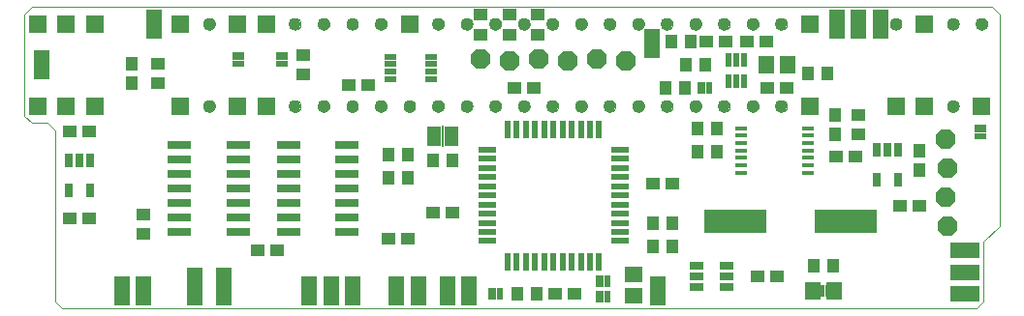
<source format=gts>
G04 EAGLE Gerber RS-274X export*
G75*
%MOMM*%
%FSLAX34Y34*%
%LPD*%
%INLötstopplack top*%
%IPPOS*%
%AMOC8*
5,1,8,0,0,1.08239X$1,22.5*%
G01*
%ADD10C,0.000000*%
%ADD11R,1.101600X1.201600*%
%ADD12R,1.201600X1.101600*%
%ADD13P,1.842011X8X202.500000*%
%ADD14R,1.371600X2.641600*%
%ADD15R,2.641600X1.371600*%
%ADD16R,0.990600X0.609600*%
%ADD17R,1.092200X0.152400*%
%ADD18R,1.270000X1.701800*%
%ADD19R,0.152400X1.828800*%
%ADD20R,2.133600X0.762000*%
%ADD21R,1.601600X0.601600*%
%ADD22R,0.601600X1.601600*%
%ADD23R,5.435600X2.032000*%
%ADD24R,1.092200X0.406400*%
%ADD25P,1.842011X8X292.500000*%
%ADD26R,0.651600X1.301600*%
%ADD27R,1.101600X0.501600*%
%ADD28R,1.201600X0.701600*%
%ADD29R,0.609600X0.990600*%
%ADD30R,0.152400X1.092200*%
%ADD31R,1.609600X1.609600*%
%ADD32C,1.101600*%
%ADD33R,1.401600X1.601600*%
%ADD34R,0.501600X1.151600*%
%ADD35R,1.601600X1.401600*%
%ADD36R,1.451600X1.451600*%


D10*
X0Y168910D02*
X6350Y162560D01*
X20320Y162560D01*
X26670Y156210D01*
X26670Y6350D01*
X33020Y0D01*
X831850Y0D01*
X838200Y6350D01*
X838200Y58420D01*
X852170Y72390D01*
X852170Y257810D01*
X845820Y264160D01*
X6350Y264160D01*
X0Y257810D01*
X0Y168910D01*
D11*
X93980Y197240D03*
X93980Y214240D03*
D12*
X203590Y50800D03*
X220590Y50800D03*
X317890Y60960D03*
X334890Y60960D03*
X374260Y83820D03*
X357260Y83820D03*
X463940Y12700D03*
X480940Y12700D03*
X549030Y109220D03*
X566030Y109220D03*
X116840Y214240D03*
X116840Y197240D03*
D13*
X500380Y218440D03*
X449580Y218440D03*
X424180Y217170D03*
X474980Y217170D03*
X398780Y218440D03*
X525780Y217170D03*
D14*
X173990Y15240D03*
X148590Y15240D03*
D15*
X821690Y50800D03*
D12*
X104140Y82160D03*
X104140Y65160D03*
X243840Y221860D03*
X243840Y204860D03*
D11*
X317890Y134620D03*
X334890Y134620D03*
X317890Y114300D03*
X334890Y114300D03*
X357260Y129540D03*
X374260Y129540D03*
D16*
X186690Y222250D03*
X186690Y214630D03*
D17*
X186690Y218440D03*
D16*
X224790Y222250D03*
X224790Y214630D03*
D17*
X224790Y218440D03*
D16*
X835660Y151130D03*
X835660Y158750D03*
D17*
X835660Y154940D03*
D18*
X358140Y151130D03*
X373380Y151130D03*
D19*
X365760Y151130D03*
D20*
X186944Y67310D03*
X135636Y67310D03*
X186944Y80010D03*
X186944Y92710D03*
X135636Y80010D03*
X135636Y92710D03*
X186944Y105410D03*
X135636Y105410D03*
X186944Y118110D03*
X186944Y130810D03*
X135636Y118110D03*
X135636Y130810D03*
X186944Y143510D03*
X135636Y143510D03*
X282194Y67310D03*
X230886Y67310D03*
X282194Y80010D03*
X282194Y92710D03*
X230886Y80010D03*
X230886Y92710D03*
X282194Y105410D03*
X230886Y105410D03*
X282194Y118110D03*
X282194Y130810D03*
X230886Y118110D03*
X230886Y130810D03*
X282194Y143510D03*
X230886Y143510D03*
D21*
X404280Y139060D03*
X404280Y131060D03*
X404280Y123060D03*
X404280Y115060D03*
X404280Y107060D03*
X404280Y99060D03*
X404280Y91060D03*
X404280Y83060D03*
X404280Y75060D03*
X404280Y67060D03*
X404280Y59060D03*
D22*
X422280Y41060D03*
X430280Y41060D03*
X438280Y41060D03*
X446280Y41060D03*
X454280Y41060D03*
X462280Y41060D03*
X470280Y41060D03*
X478280Y41060D03*
X486280Y41060D03*
X494280Y41060D03*
X502280Y41060D03*
D21*
X520280Y59060D03*
X520280Y67060D03*
X520280Y75060D03*
X520280Y83060D03*
X520280Y91060D03*
X520280Y99060D03*
X520280Y107060D03*
X520280Y115060D03*
X520280Y123060D03*
X520280Y131060D03*
X520280Y139060D03*
D22*
X502280Y157060D03*
X494280Y157060D03*
X486280Y157060D03*
X478280Y157060D03*
X470280Y157060D03*
X462280Y157060D03*
X454280Y157060D03*
X446280Y157060D03*
X438280Y157060D03*
X430280Y157060D03*
X422280Y157060D03*
D12*
X764930Y90170D03*
X781930Y90170D03*
D11*
X782320Y121040D03*
X782320Y138040D03*
D23*
X621030Y76200D03*
X717550Y76200D03*
D24*
X684498Y118930D03*
X684498Y125430D03*
X684498Y131930D03*
X684498Y138430D03*
X684498Y144930D03*
X684498Y151430D03*
X684498Y157930D03*
X626142Y157930D03*
X626142Y151430D03*
X626142Y144930D03*
X626142Y138430D03*
X626142Y131930D03*
X626142Y125430D03*
X626142Y118930D03*
D11*
X566030Y54610D03*
X549030Y54610D03*
X566030Y74930D03*
X549030Y74930D03*
D12*
X56760Y78740D03*
X39760Y78740D03*
X56760Y154940D03*
X39760Y154940D03*
D25*
X806450Y123190D03*
X805180Y148590D03*
X805180Y97790D03*
X806450Y72390D03*
D15*
X821690Y31750D03*
D26*
X57760Y129841D03*
X48260Y129841D03*
X38760Y129841D03*
X38760Y103839D03*
X57760Y103839D03*
X763880Y138731D03*
X754380Y138731D03*
X744880Y138731D03*
X744880Y112729D03*
X763880Y112729D03*
D27*
X355820Y201070D03*
X355820Y207570D03*
X355820Y214070D03*
X355820Y220570D03*
X319820Y220570D03*
X319820Y214070D03*
X319820Y207570D03*
X319820Y201070D03*
D12*
X300600Y195580D03*
X283600Y195580D03*
X728980Y152790D03*
X728980Y169790D03*
D11*
X708660Y152790D03*
X708660Y169790D03*
D12*
X709050Y133350D03*
X726050Y133350D03*
X399034Y257166D03*
X399034Y240166D03*
X448818Y257166D03*
X448818Y240166D03*
X423926Y257166D03*
X423926Y240166D03*
D14*
X15240Y213360D03*
D28*
X587710Y37440D03*
X587710Y27940D03*
X587710Y18440D03*
X613710Y37440D03*
X613710Y27940D03*
X613710Y18440D03*
D15*
X821690Y12700D03*
D12*
X640470Y27940D03*
X657470Y27940D03*
X445380Y193040D03*
X428380Y193040D03*
D29*
X415290Y12700D03*
X407670Y12700D03*
D30*
X411480Y12700D03*
D11*
X447920Y12700D03*
X430920Y12700D03*
D14*
X104140Y15240D03*
X85090Y15240D03*
X113030Y248920D03*
X287020Y15240D03*
X248920Y15240D03*
X267970Y15240D03*
X369570Y15240D03*
X388620Y15240D03*
X344170Y15240D03*
X548640Y232410D03*
X325120Y15240D03*
X728980Y248920D03*
X709930Y248920D03*
X748030Y248920D03*
D31*
X211480Y177360D03*
X186480Y177360D03*
X686480Y177360D03*
X136480Y177360D03*
X61480Y177360D03*
X36480Y177360D03*
X11480Y177360D03*
X761480Y177360D03*
X786480Y177360D03*
X336480Y249360D03*
X211480Y249360D03*
X186480Y249360D03*
X136480Y249360D03*
X686480Y249360D03*
X786480Y249360D03*
X61480Y249360D03*
X36480Y249360D03*
X11480Y249360D03*
D10*
X806480Y177360D02*
X806482Y177501D01*
X806488Y177642D01*
X806498Y177782D01*
X806512Y177922D01*
X806530Y178062D01*
X806551Y178201D01*
X806577Y178340D01*
X806606Y178478D01*
X806640Y178614D01*
X806677Y178750D01*
X806718Y178885D01*
X806763Y179019D01*
X806812Y179151D01*
X806864Y179282D01*
X806920Y179411D01*
X806980Y179538D01*
X807043Y179664D01*
X807109Y179788D01*
X807180Y179911D01*
X807253Y180031D01*
X807330Y180149D01*
X807410Y180265D01*
X807494Y180378D01*
X807580Y180489D01*
X807670Y180598D01*
X807763Y180704D01*
X807858Y180807D01*
X807957Y180908D01*
X808058Y181006D01*
X808162Y181101D01*
X808269Y181193D01*
X808378Y181282D01*
X808490Y181367D01*
X808604Y181450D01*
X808720Y181530D01*
X808839Y181606D01*
X808960Y181678D01*
X809082Y181748D01*
X809207Y181813D01*
X809333Y181876D01*
X809461Y181934D01*
X809591Y181989D01*
X809722Y182041D01*
X809855Y182088D01*
X809989Y182132D01*
X810124Y182173D01*
X810260Y182209D01*
X810397Y182241D01*
X810535Y182270D01*
X810673Y182295D01*
X810813Y182315D01*
X810953Y182332D01*
X811093Y182345D01*
X811234Y182354D01*
X811374Y182359D01*
X811515Y182360D01*
X811656Y182357D01*
X811797Y182350D01*
X811937Y182339D01*
X812077Y182324D01*
X812217Y182305D01*
X812356Y182283D01*
X812494Y182256D01*
X812632Y182226D01*
X812768Y182191D01*
X812904Y182153D01*
X813038Y182111D01*
X813172Y182065D01*
X813304Y182016D01*
X813434Y181962D01*
X813563Y181905D01*
X813690Y181845D01*
X813816Y181781D01*
X813939Y181713D01*
X814061Y181642D01*
X814181Y181568D01*
X814298Y181490D01*
X814413Y181409D01*
X814526Y181325D01*
X814637Y181238D01*
X814745Y181147D01*
X814850Y181054D01*
X814953Y180957D01*
X815053Y180858D01*
X815150Y180756D01*
X815244Y180651D01*
X815335Y180544D01*
X815423Y180434D01*
X815508Y180322D01*
X815590Y180207D01*
X815669Y180090D01*
X815744Y179971D01*
X815816Y179850D01*
X815884Y179727D01*
X815949Y179602D01*
X816011Y179475D01*
X816068Y179346D01*
X816123Y179216D01*
X816173Y179085D01*
X816220Y178952D01*
X816263Y178818D01*
X816302Y178682D01*
X816337Y178546D01*
X816369Y178409D01*
X816396Y178271D01*
X816420Y178132D01*
X816440Y177992D01*
X816456Y177852D01*
X816468Y177712D01*
X816476Y177571D01*
X816480Y177430D01*
X816480Y177290D01*
X816476Y177149D01*
X816468Y177008D01*
X816456Y176868D01*
X816440Y176728D01*
X816420Y176588D01*
X816396Y176449D01*
X816369Y176311D01*
X816337Y176174D01*
X816302Y176038D01*
X816263Y175902D01*
X816220Y175768D01*
X816173Y175635D01*
X816123Y175504D01*
X816068Y175374D01*
X816011Y175245D01*
X815949Y175118D01*
X815884Y174993D01*
X815816Y174870D01*
X815744Y174749D01*
X815669Y174630D01*
X815590Y174513D01*
X815508Y174398D01*
X815423Y174286D01*
X815335Y174176D01*
X815244Y174069D01*
X815150Y173964D01*
X815053Y173862D01*
X814953Y173763D01*
X814850Y173666D01*
X814745Y173573D01*
X814637Y173482D01*
X814526Y173395D01*
X814413Y173311D01*
X814298Y173230D01*
X814181Y173152D01*
X814061Y173078D01*
X813939Y173007D01*
X813816Y172939D01*
X813690Y172875D01*
X813563Y172815D01*
X813434Y172758D01*
X813304Y172704D01*
X813172Y172655D01*
X813038Y172609D01*
X812904Y172567D01*
X812768Y172529D01*
X812632Y172494D01*
X812494Y172464D01*
X812356Y172437D01*
X812217Y172415D01*
X812077Y172396D01*
X811937Y172381D01*
X811797Y172370D01*
X811656Y172363D01*
X811515Y172360D01*
X811374Y172361D01*
X811234Y172366D01*
X811093Y172375D01*
X810953Y172388D01*
X810813Y172405D01*
X810673Y172425D01*
X810535Y172450D01*
X810397Y172479D01*
X810260Y172511D01*
X810124Y172547D01*
X809989Y172588D01*
X809855Y172632D01*
X809722Y172679D01*
X809591Y172731D01*
X809461Y172786D01*
X809333Y172844D01*
X809207Y172907D01*
X809082Y172972D01*
X808960Y173042D01*
X808839Y173114D01*
X808720Y173190D01*
X808604Y173270D01*
X808490Y173353D01*
X808378Y173438D01*
X808269Y173527D01*
X808162Y173619D01*
X808058Y173714D01*
X807957Y173812D01*
X807858Y173913D01*
X807763Y174016D01*
X807670Y174122D01*
X807580Y174231D01*
X807494Y174342D01*
X807410Y174455D01*
X807330Y174571D01*
X807253Y174689D01*
X807180Y174809D01*
X807109Y174932D01*
X807043Y175056D01*
X806980Y175182D01*
X806920Y175309D01*
X806864Y175438D01*
X806812Y175569D01*
X806763Y175701D01*
X806718Y175835D01*
X806677Y175970D01*
X806640Y176106D01*
X806606Y176242D01*
X806577Y176380D01*
X806551Y176519D01*
X806530Y176658D01*
X806512Y176798D01*
X806498Y176938D01*
X806488Y177078D01*
X806482Y177219D01*
X806480Y177360D01*
D32*
X811480Y177360D03*
D10*
X656480Y177360D02*
X656482Y177501D01*
X656488Y177642D01*
X656498Y177782D01*
X656512Y177922D01*
X656530Y178062D01*
X656551Y178201D01*
X656577Y178340D01*
X656606Y178478D01*
X656640Y178614D01*
X656677Y178750D01*
X656718Y178885D01*
X656763Y179019D01*
X656812Y179151D01*
X656864Y179282D01*
X656920Y179411D01*
X656980Y179538D01*
X657043Y179664D01*
X657109Y179788D01*
X657180Y179911D01*
X657253Y180031D01*
X657330Y180149D01*
X657410Y180265D01*
X657494Y180378D01*
X657580Y180489D01*
X657670Y180598D01*
X657763Y180704D01*
X657858Y180807D01*
X657957Y180908D01*
X658058Y181006D01*
X658162Y181101D01*
X658269Y181193D01*
X658378Y181282D01*
X658490Y181367D01*
X658604Y181450D01*
X658720Y181530D01*
X658839Y181606D01*
X658960Y181678D01*
X659082Y181748D01*
X659207Y181813D01*
X659333Y181876D01*
X659461Y181934D01*
X659591Y181989D01*
X659722Y182041D01*
X659855Y182088D01*
X659989Y182132D01*
X660124Y182173D01*
X660260Y182209D01*
X660397Y182241D01*
X660535Y182270D01*
X660673Y182295D01*
X660813Y182315D01*
X660953Y182332D01*
X661093Y182345D01*
X661234Y182354D01*
X661374Y182359D01*
X661515Y182360D01*
X661656Y182357D01*
X661797Y182350D01*
X661937Y182339D01*
X662077Y182324D01*
X662217Y182305D01*
X662356Y182283D01*
X662494Y182256D01*
X662632Y182226D01*
X662768Y182191D01*
X662904Y182153D01*
X663038Y182111D01*
X663172Y182065D01*
X663304Y182016D01*
X663434Y181962D01*
X663563Y181905D01*
X663690Y181845D01*
X663816Y181781D01*
X663939Y181713D01*
X664061Y181642D01*
X664181Y181568D01*
X664298Y181490D01*
X664413Y181409D01*
X664526Y181325D01*
X664637Y181238D01*
X664745Y181147D01*
X664850Y181054D01*
X664953Y180957D01*
X665053Y180858D01*
X665150Y180756D01*
X665244Y180651D01*
X665335Y180544D01*
X665423Y180434D01*
X665508Y180322D01*
X665590Y180207D01*
X665669Y180090D01*
X665744Y179971D01*
X665816Y179850D01*
X665884Y179727D01*
X665949Y179602D01*
X666011Y179475D01*
X666068Y179346D01*
X666123Y179216D01*
X666173Y179085D01*
X666220Y178952D01*
X666263Y178818D01*
X666302Y178682D01*
X666337Y178546D01*
X666369Y178409D01*
X666396Y178271D01*
X666420Y178132D01*
X666440Y177992D01*
X666456Y177852D01*
X666468Y177712D01*
X666476Y177571D01*
X666480Y177430D01*
X666480Y177290D01*
X666476Y177149D01*
X666468Y177008D01*
X666456Y176868D01*
X666440Y176728D01*
X666420Y176588D01*
X666396Y176449D01*
X666369Y176311D01*
X666337Y176174D01*
X666302Y176038D01*
X666263Y175902D01*
X666220Y175768D01*
X666173Y175635D01*
X666123Y175504D01*
X666068Y175374D01*
X666011Y175245D01*
X665949Y175118D01*
X665884Y174993D01*
X665816Y174870D01*
X665744Y174749D01*
X665669Y174630D01*
X665590Y174513D01*
X665508Y174398D01*
X665423Y174286D01*
X665335Y174176D01*
X665244Y174069D01*
X665150Y173964D01*
X665053Y173862D01*
X664953Y173763D01*
X664850Y173666D01*
X664745Y173573D01*
X664637Y173482D01*
X664526Y173395D01*
X664413Y173311D01*
X664298Y173230D01*
X664181Y173152D01*
X664061Y173078D01*
X663939Y173007D01*
X663816Y172939D01*
X663690Y172875D01*
X663563Y172815D01*
X663434Y172758D01*
X663304Y172704D01*
X663172Y172655D01*
X663038Y172609D01*
X662904Y172567D01*
X662768Y172529D01*
X662632Y172494D01*
X662494Y172464D01*
X662356Y172437D01*
X662217Y172415D01*
X662077Y172396D01*
X661937Y172381D01*
X661797Y172370D01*
X661656Y172363D01*
X661515Y172360D01*
X661374Y172361D01*
X661234Y172366D01*
X661093Y172375D01*
X660953Y172388D01*
X660813Y172405D01*
X660673Y172425D01*
X660535Y172450D01*
X660397Y172479D01*
X660260Y172511D01*
X660124Y172547D01*
X659989Y172588D01*
X659855Y172632D01*
X659722Y172679D01*
X659591Y172731D01*
X659461Y172786D01*
X659333Y172844D01*
X659207Y172907D01*
X659082Y172972D01*
X658960Y173042D01*
X658839Y173114D01*
X658720Y173190D01*
X658604Y173270D01*
X658490Y173353D01*
X658378Y173438D01*
X658269Y173527D01*
X658162Y173619D01*
X658058Y173714D01*
X657957Y173812D01*
X657858Y173913D01*
X657763Y174016D01*
X657670Y174122D01*
X657580Y174231D01*
X657494Y174342D01*
X657410Y174455D01*
X657330Y174571D01*
X657253Y174689D01*
X657180Y174809D01*
X657109Y174932D01*
X657043Y175056D01*
X656980Y175182D01*
X656920Y175309D01*
X656864Y175438D01*
X656812Y175569D01*
X656763Y175701D01*
X656718Y175835D01*
X656677Y175970D01*
X656640Y176106D01*
X656606Y176242D01*
X656577Y176380D01*
X656551Y176519D01*
X656530Y176658D01*
X656512Y176798D01*
X656498Y176938D01*
X656488Y177078D01*
X656482Y177219D01*
X656480Y177360D01*
D32*
X661480Y177360D03*
D10*
X631480Y177360D02*
X631482Y177501D01*
X631488Y177642D01*
X631498Y177782D01*
X631512Y177922D01*
X631530Y178062D01*
X631551Y178201D01*
X631577Y178340D01*
X631606Y178478D01*
X631640Y178614D01*
X631677Y178750D01*
X631718Y178885D01*
X631763Y179019D01*
X631812Y179151D01*
X631864Y179282D01*
X631920Y179411D01*
X631980Y179538D01*
X632043Y179664D01*
X632109Y179788D01*
X632180Y179911D01*
X632253Y180031D01*
X632330Y180149D01*
X632410Y180265D01*
X632494Y180378D01*
X632580Y180489D01*
X632670Y180598D01*
X632763Y180704D01*
X632858Y180807D01*
X632957Y180908D01*
X633058Y181006D01*
X633162Y181101D01*
X633269Y181193D01*
X633378Y181282D01*
X633490Y181367D01*
X633604Y181450D01*
X633720Y181530D01*
X633839Y181606D01*
X633960Y181678D01*
X634082Y181748D01*
X634207Y181813D01*
X634333Y181876D01*
X634461Y181934D01*
X634591Y181989D01*
X634722Y182041D01*
X634855Y182088D01*
X634989Y182132D01*
X635124Y182173D01*
X635260Y182209D01*
X635397Y182241D01*
X635535Y182270D01*
X635673Y182295D01*
X635813Y182315D01*
X635953Y182332D01*
X636093Y182345D01*
X636234Y182354D01*
X636374Y182359D01*
X636515Y182360D01*
X636656Y182357D01*
X636797Y182350D01*
X636937Y182339D01*
X637077Y182324D01*
X637217Y182305D01*
X637356Y182283D01*
X637494Y182256D01*
X637632Y182226D01*
X637768Y182191D01*
X637904Y182153D01*
X638038Y182111D01*
X638172Y182065D01*
X638304Y182016D01*
X638434Y181962D01*
X638563Y181905D01*
X638690Y181845D01*
X638816Y181781D01*
X638939Y181713D01*
X639061Y181642D01*
X639181Y181568D01*
X639298Y181490D01*
X639413Y181409D01*
X639526Y181325D01*
X639637Y181238D01*
X639745Y181147D01*
X639850Y181054D01*
X639953Y180957D01*
X640053Y180858D01*
X640150Y180756D01*
X640244Y180651D01*
X640335Y180544D01*
X640423Y180434D01*
X640508Y180322D01*
X640590Y180207D01*
X640669Y180090D01*
X640744Y179971D01*
X640816Y179850D01*
X640884Y179727D01*
X640949Y179602D01*
X641011Y179475D01*
X641068Y179346D01*
X641123Y179216D01*
X641173Y179085D01*
X641220Y178952D01*
X641263Y178818D01*
X641302Y178682D01*
X641337Y178546D01*
X641369Y178409D01*
X641396Y178271D01*
X641420Y178132D01*
X641440Y177992D01*
X641456Y177852D01*
X641468Y177712D01*
X641476Y177571D01*
X641480Y177430D01*
X641480Y177290D01*
X641476Y177149D01*
X641468Y177008D01*
X641456Y176868D01*
X641440Y176728D01*
X641420Y176588D01*
X641396Y176449D01*
X641369Y176311D01*
X641337Y176174D01*
X641302Y176038D01*
X641263Y175902D01*
X641220Y175768D01*
X641173Y175635D01*
X641123Y175504D01*
X641068Y175374D01*
X641011Y175245D01*
X640949Y175118D01*
X640884Y174993D01*
X640816Y174870D01*
X640744Y174749D01*
X640669Y174630D01*
X640590Y174513D01*
X640508Y174398D01*
X640423Y174286D01*
X640335Y174176D01*
X640244Y174069D01*
X640150Y173964D01*
X640053Y173862D01*
X639953Y173763D01*
X639850Y173666D01*
X639745Y173573D01*
X639637Y173482D01*
X639526Y173395D01*
X639413Y173311D01*
X639298Y173230D01*
X639181Y173152D01*
X639061Y173078D01*
X638939Y173007D01*
X638816Y172939D01*
X638690Y172875D01*
X638563Y172815D01*
X638434Y172758D01*
X638304Y172704D01*
X638172Y172655D01*
X638038Y172609D01*
X637904Y172567D01*
X637768Y172529D01*
X637632Y172494D01*
X637494Y172464D01*
X637356Y172437D01*
X637217Y172415D01*
X637077Y172396D01*
X636937Y172381D01*
X636797Y172370D01*
X636656Y172363D01*
X636515Y172360D01*
X636374Y172361D01*
X636234Y172366D01*
X636093Y172375D01*
X635953Y172388D01*
X635813Y172405D01*
X635673Y172425D01*
X635535Y172450D01*
X635397Y172479D01*
X635260Y172511D01*
X635124Y172547D01*
X634989Y172588D01*
X634855Y172632D01*
X634722Y172679D01*
X634591Y172731D01*
X634461Y172786D01*
X634333Y172844D01*
X634207Y172907D01*
X634082Y172972D01*
X633960Y173042D01*
X633839Y173114D01*
X633720Y173190D01*
X633604Y173270D01*
X633490Y173353D01*
X633378Y173438D01*
X633269Y173527D01*
X633162Y173619D01*
X633058Y173714D01*
X632957Y173812D01*
X632858Y173913D01*
X632763Y174016D01*
X632670Y174122D01*
X632580Y174231D01*
X632494Y174342D01*
X632410Y174455D01*
X632330Y174571D01*
X632253Y174689D01*
X632180Y174809D01*
X632109Y174932D01*
X632043Y175056D01*
X631980Y175182D01*
X631920Y175309D01*
X631864Y175438D01*
X631812Y175569D01*
X631763Y175701D01*
X631718Y175835D01*
X631677Y175970D01*
X631640Y176106D01*
X631606Y176242D01*
X631577Y176380D01*
X631551Y176519D01*
X631530Y176658D01*
X631512Y176798D01*
X631498Y176938D01*
X631488Y177078D01*
X631482Y177219D01*
X631480Y177360D01*
D32*
X636480Y177360D03*
D10*
X606480Y177360D02*
X606482Y177501D01*
X606488Y177642D01*
X606498Y177782D01*
X606512Y177922D01*
X606530Y178062D01*
X606551Y178201D01*
X606577Y178340D01*
X606606Y178478D01*
X606640Y178614D01*
X606677Y178750D01*
X606718Y178885D01*
X606763Y179019D01*
X606812Y179151D01*
X606864Y179282D01*
X606920Y179411D01*
X606980Y179538D01*
X607043Y179664D01*
X607109Y179788D01*
X607180Y179911D01*
X607253Y180031D01*
X607330Y180149D01*
X607410Y180265D01*
X607494Y180378D01*
X607580Y180489D01*
X607670Y180598D01*
X607763Y180704D01*
X607858Y180807D01*
X607957Y180908D01*
X608058Y181006D01*
X608162Y181101D01*
X608269Y181193D01*
X608378Y181282D01*
X608490Y181367D01*
X608604Y181450D01*
X608720Y181530D01*
X608839Y181606D01*
X608960Y181678D01*
X609082Y181748D01*
X609207Y181813D01*
X609333Y181876D01*
X609461Y181934D01*
X609591Y181989D01*
X609722Y182041D01*
X609855Y182088D01*
X609989Y182132D01*
X610124Y182173D01*
X610260Y182209D01*
X610397Y182241D01*
X610535Y182270D01*
X610673Y182295D01*
X610813Y182315D01*
X610953Y182332D01*
X611093Y182345D01*
X611234Y182354D01*
X611374Y182359D01*
X611515Y182360D01*
X611656Y182357D01*
X611797Y182350D01*
X611937Y182339D01*
X612077Y182324D01*
X612217Y182305D01*
X612356Y182283D01*
X612494Y182256D01*
X612632Y182226D01*
X612768Y182191D01*
X612904Y182153D01*
X613038Y182111D01*
X613172Y182065D01*
X613304Y182016D01*
X613434Y181962D01*
X613563Y181905D01*
X613690Y181845D01*
X613816Y181781D01*
X613939Y181713D01*
X614061Y181642D01*
X614181Y181568D01*
X614298Y181490D01*
X614413Y181409D01*
X614526Y181325D01*
X614637Y181238D01*
X614745Y181147D01*
X614850Y181054D01*
X614953Y180957D01*
X615053Y180858D01*
X615150Y180756D01*
X615244Y180651D01*
X615335Y180544D01*
X615423Y180434D01*
X615508Y180322D01*
X615590Y180207D01*
X615669Y180090D01*
X615744Y179971D01*
X615816Y179850D01*
X615884Y179727D01*
X615949Y179602D01*
X616011Y179475D01*
X616068Y179346D01*
X616123Y179216D01*
X616173Y179085D01*
X616220Y178952D01*
X616263Y178818D01*
X616302Y178682D01*
X616337Y178546D01*
X616369Y178409D01*
X616396Y178271D01*
X616420Y178132D01*
X616440Y177992D01*
X616456Y177852D01*
X616468Y177712D01*
X616476Y177571D01*
X616480Y177430D01*
X616480Y177290D01*
X616476Y177149D01*
X616468Y177008D01*
X616456Y176868D01*
X616440Y176728D01*
X616420Y176588D01*
X616396Y176449D01*
X616369Y176311D01*
X616337Y176174D01*
X616302Y176038D01*
X616263Y175902D01*
X616220Y175768D01*
X616173Y175635D01*
X616123Y175504D01*
X616068Y175374D01*
X616011Y175245D01*
X615949Y175118D01*
X615884Y174993D01*
X615816Y174870D01*
X615744Y174749D01*
X615669Y174630D01*
X615590Y174513D01*
X615508Y174398D01*
X615423Y174286D01*
X615335Y174176D01*
X615244Y174069D01*
X615150Y173964D01*
X615053Y173862D01*
X614953Y173763D01*
X614850Y173666D01*
X614745Y173573D01*
X614637Y173482D01*
X614526Y173395D01*
X614413Y173311D01*
X614298Y173230D01*
X614181Y173152D01*
X614061Y173078D01*
X613939Y173007D01*
X613816Y172939D01*
X613690Y172875D01*
X613563Y172815D01*
X613434Y172758D01*
X613304Y172704D01*
X613172Y172655D01*
X613038Y172609D01*
X612904Y172567D01*
X612768Y172529D01*
X612632Y172494D01*
X612494Y172464D01*
X612356Y172437D01*
X612217Y172415D01*
X612077Y172396D01*
X611937Y172381D01*
X611797Y172370D01*
X611656Y172363D01*
X611515Y172360D01*
X611374Y172361D01*
X611234Y172366D01*
X611093Y172375D01*
X610953Y172388D01*
X610813Y172405D01*
X610673Y172425D01*
X610535Y172450D01*
X610397Y172479D01*
X610260Y172511D01*
X610124Y172547D01*
X609989Y172588D01*
X609855Y172632D01*
X609722Y172679D01*
X609591Y172731D01*
X609461Y172786D01*
X609333Y172844D01*
X609207Y172907D01*
X609082Y172972D01*
X608960Y173042D01*
X608839Y173114D01*
X608720Y173190D01*
X608604Y173270D01*
X608490Y173353D01*
X608378Y173438D01*
X608269Y173527D01*
X608162Y173619D01*
X608058Y173714D01*
X607957Y173812D01*
X607858Y173913D01*
X607763Y174016D01*
X607670Y174122D01*
X607580Y174231D01*
X607494Y174342D01*
X607410Y174455D01*
X607330Y174571D01*
X607253Y174689D01*
X607180Y174809D01*
X607109Y174932D01*
X607043Y175056D01*
X606980Y175182D01*
X606920Y175309D01*
X606864Y175438D01*
X606812Y175569D01*
X606763Y175701D01*
X606718Y175835D01*
X606677Y175970D01*
X606640Y176106D01*
X606606Y176242D01*
X606577Y176380D01*
X606551Y176519D01*
X606530Y176658D01*
X606512Y176798D01*
X606498Y176938D01*
X606488Y177078D01*
X606482Y177219D01*
X606480Y177360D01*
D32*
X611480Y177360D03*
D10*
X581480Y177360D02*
X581482Y177501D01*
X581488Y177642D01*
X581498Y177782D01*
X581512Y177922D01*
X581530Y178062D01*
X581551Y178201D01*
X581577Y178340D01*
X581606Y178478D01*
X581640Y178614D01*
X581677Y178750D01*
X581718Y178885D01*
X581763Y179019D01*
X581812Y179151D01*
X581864Y179282D01*
X581920Y179411D01*
X581980Y179538D01*
X582043Y179664D01*
X582109Y179788D01*
X582180Y179911D01*
X582253Y180031D01*
X582330Y180149D01*
X582410Y180265D01*
X582494Y180378D01*
X582580Y180489D01*
X582670Y180598D01*
X582763Y180704D01*
X582858Y180807D01*
X582957Y180908D01*
X583058Y181006D01*
X583162Y181101D01*
X583269Y181193D01*
X583378Y181282D01*
X583490Y181367D01*
X583604Y181450D01*
X583720Y181530D01*
X583839Y181606D01*
X583960Y181678D01*
X584082Y181748D01*
X584207Y181813D01*
X584333Y181876D01*
X584461Y181934D01*
X584591Y181989D01*
X584722Y182041D01*
X584855Y182088D01*
X584989Y182132D01*
X585124Y182173D01*
X585260Y182209D01*
X585397Y182241D01*
X585535Y182270D01*
X585673Y182295D01*
X585813Y182315D01*
X585953Y182332D01*
X586093Y182345D01*
X586234Y182354D01*
X586374Y182359D01*
X586515Y182360D01*
X586656Y182357D01*
X586797Y182350D01*
X586937Y182339D01*
X587077Y182324D01*
X587217Y182305D01*
X587356Y182283D01*
X587494Y182256D01*
X587632Y182226D01*
X587768Y182191D01*
X587904Y182153D01*
X588038Y182111D01*
X588172Y182065D01*
X588304Y182016D01*
X588434Y181962D01*
X588563Y181905D01*
X588690Y181845D01*
X588816Y181781D01*
X588939Y181713D01*
X589061Y181642D01*
X589181Y181568D01*
X589298Y181490D01*
X589413Y181409D01*
X589526Y181325D01*
X589637Y181238D01*
X589745Y181147D01*
X589850Y181054D01*
X589953Y180957D01*
X590053Y180858D01*
X590150Y180756D01*
X590244Y180651D01*
X590335Y180544D01*
X590423Y180434D01*
X590508Y180322D01*
X590590Y180207D01*
X590669Y180090D01*
X590744Y179971D01*
X590816Y179850D01*
X590884Y179727D01*
X590949Y179602D01*
X591011Y179475D01*
X591068Y179346D01*
X591123Y179216D01*
X591173Y179085D01*
X591220Y178952D01*
X591263Y178818D01*
X591302Y178682D01*
X591337Y178546D01*
X591369Y178409D01*
X591396Y178271D01*
X591420Y178132D01*
X591440Y177992D01*
X591456Y177852D01*
X591468Y177712D01*
X591476Y177571D01*
X591480Y177430D01*
X591480Y177290D01*
X591476Y177149D01*
X591468Y177008D01*
X591456Y176868D01*
X591440Y176728D01*
X591420Y176588D01*
X591396Y176449D01*
X591369Y176311D01*
X591337Y176174D01*
X591302Y176038D01*
X591263Y175902D01*
X591220Y175768D01*
X591173Y175635D01*
X591123Y175504D01*
X591068Y175374D01*
X591011Y175245D01*
X590949Y175118D01*
X590884Y174993D01*
X590816Y174870D01*
X590744Y174749D01*
X590669Y174630D01*
X590590Y174513D01*
X590508Y174398D01*
X590423Y174286D01*
X590335Y174176D01*
X590244Y174069D01*
X590150Y173964D01*
X590053Y173862D01*
X589953Y173763D01*
X589850Y173666D01*
X589745Y173573D01*
X589637Y173482D01*
X589526Y173395D01*
X589413Y173311D01*
X589298Y173230D01*
X589181Y173152D01*
X589061Y173078D01*
X588939Y173007D01*
X588816Y172939D01*
X588690Y172875D01*
X588563Y172815D01*
X588434Y172758D01*
X588304Y172704D01*
X588172Y172655D01*
X588038Y172609D01*
X587904Y172567D01*
X587768Y172529D01*
X587632Y172494D01*
X587494Y172464D01*
X587356Y172437D01*
X587217Y172415D01*
X587077Y172396D01*
X586937Y172381D01*
X586797Y172370D01*
X586656Y172363D01*
X586515Y172360D01*
X586374Y172361D01*
X586234Y172366D01*
X586093Y172375D01*
X585953Y172388D01*
X585813Y172405D01*
X585673Y172425D01*
X585535Y172450D01*
X585397Y172479D01*
X585260Y172511D01*
X585124Y172547D01*
X584989Y172588D01*
X584855Y172632D01*
X584722Y172679D01*
X584591Y172731D01*
X584461Y172786D01*
X584333Y172844D01*
X584207Y172907D01*
X584082Y172972D01*
X583960Y173042D01*
X583839Y173114D01*
X583720Y173190D01*
X583604Y173270D01*
X583490Y173353D01*
X583378Y173438D01*
X583269Y173527D01*
X583162Y173619D01*
X583058Y173714D01*
X582957Y173812D01*
X582858Y173913D01*
X582763Y174016D01*
X582670Y174122D01*
X582580Y174231D01*
X582494Y174342D01*
X582410Y174455D01*
X582330Y174571D01*
X582253Y174689D01*
X582180Y174809D01*
X582109Y174932D01*
X582043Y175056D01*
X581980Y175182D01*
X581920Y175309D01*
X581864Y175438D01*
X581812Y175569D01*
X581763Y175701D01*
X581718Y175835D01*
X581677Y175970D01*
X581640Y176106D01*
X581606Y176242D01*
X581577Y176380D01*
X581551Y176519D01*
X581530Y176658D01*
X581512Y176798D01*
X581498Y176938D01*
X581488Y177078D01*
X581482Y177219D01*
X581480Y177360D01*
D32*
X586480Y177360D03*
D10*
X556480Y177360D02*
X556482Y177501D01*
X556488Y177642D01*
X556498Y177782D01*
X556512Y177922D01*
X556530Y178062D01*
X556551Y178201D01*
X556577Y178340D01*
X556606Y178478D01*
X556640Y178614D01*
X556677Y178750D01*
X556718Y178885D01*
X556763Y179019D01*
X556812Y179151D01*
X556864Y179282D01*
X556920Y179411D01*
X556980Y179538D01*
X557043Y179664D01*
X557109Y179788D01*
X557180Y179911D01*
X557253Y180031D01*
X557330Y180149D01*
X557410Y180265D01*
X557494Y180378D01*
X557580Y180489D01*
X557670Y180598D01*
X557763Y180704D01*
X557858Y180807D01*
X557957Y180908D01*
X558058Y181006D01*
X558162Y181101D01*
X558269Y181193D01*
X558378Y181282D01*
X558490Y181367D01*
X558604Y181450D01*
X558720Y181530D01*
X558839Y181606D01*
X558960Y181678D01*
X559082Y181748D01*
X559207Y181813D01*
X559333Y181876D01*
X559461Y181934D01*
X559591Y181989D01*
X559722Y182041D01*
X559855Y182088D01*
X559989Y182132D01*
X560124Y182173D01*
X560260Y182209D01*
X560397Y182241D01*
X560535Y182270D01*
X560673Y182295D01*
X560813Y182315D01*
X560953Y182332D01*
X561093Y182345D01*
X561234Y182354D01*
X561374Y182359D01*
X561515Y182360D01*
X561656Y182357D01*
X561797Y182350D01*
X561937Y182339D01*
X562077Y182324D01*
X562217Y182305D01*
X562356Y182283D01*
X562494Y182256D01*
X562632Y182226D01*
X562768Y182191D01*
X562904Y182153D01*
X563038Y182111D01*
X563172Y182065D01*
X563304Y182016D01*
X563434Y181962D01*
X563563Y181905D01*
X563690Y181845D01*
X563816Y181781D01*
X563939Y181713D01*
X564061Y181642D01*
X564181Y181568D01*
X564298Y181490D01*
X564413Y181409D01*
X564526Y181325D01*
X564637Y181238D01*
X564745Y181147D01*
X564850Y181054D01*
X564953Y180957D01*
X565053Y180858D01*
X565150Y180756D01*
X565244Y180651D01*
X565335Y180544D01*
X565423Y180434D01*
X565508Y180322D01*
X565590Y180207D01*
X565669Y180090D01*
X565744Y179971D01*
X565816Y179850D01*
X565884Y179727D01*
X565949Y179602D01*
X566011Y179475D01*
X566068Y179346D01*
X566123Y179216D01*
X566173Y179085D01*
X566220Y178952D01*
X566263Y178818D01*
X566302Y178682D01*
X566337Y178546D01*
X566369Y178409D01*
X566396Y178271D01*
X566420Y178132D01*
X566440Y177992D01*
X566456Y177852D01*
X566468Y177712D01*
X566476Y177571D01*
X566480Y177430D01*
X566480Y177290D01*
X566476Y177149D01*
X566468Y177008D01*
X566456Y176868D01*
X566440Y176728D01*
X566420Y176588D01*
X566396Y176449D01*
X566369Y176311D01*
X566337Y176174D01*
X566302Y176038D01*
X566263Y175902D01*
X566220Y175768D01*
X566173Y175635D01*
X566123Y175504D01*
X566068Y175374D01*
X566011Y175245D01*
X565949Y175118D01*
X565884Y174993D01*
X565816Y174870D01*
X565744Y174749D01*
X565669Y174630D01*
X565590Y174513D01*
X565508Y174398D01*
X565423Y174286D01*
X565335Y174176D01*
X565244Y174069D01*
X565150Y173964D01*
X565053Y173862D01*
X564953Y173763D01*
X564850Y173666D01*
X564745Y173573D01*
X564637Y173482D01*
X564526Y173395D01*
X564413Y173311D01*
X564298Y173230D01*
X564181Y173152D01*
X564061Y173078D01*
X563939Y173007D01*
X563816Y172939D01*
X563690Y172875D01*
X563563Y172815D01*
X563434Y172758D01*
X563304Y172704D01*
X563172Y172655D01*
X563038Y172609D01*
X562904Y172567D01*
X562768Y172529D01*
X562632Y172494D01*
X562494Y172464D01*
X562356Y172437D01*
X562217Y172415D01*
X562077Y172396D01*
X561937Y172381D01*
X561797Y172370D01*
X561656Y172363D01*
X561515Y172360D01*
X561374Y172361D01*
X561234Y172366D01*
X561093Y172375D01*
X560953Y172388D01*
X560813Y172405D01*
X560673Y172425D01*
X560535Y172450D01*
X560397Y172479D01*
X560260Y172511D01*
X560124Y172547D01*
X559989Y172588D01*
X559855Y172632D01*
X559722Y172679D01*
X559591Y172731D01*
X559461Y172786D01*
X559333Y172844D01*
X559207Y172907D01*
X559082Y172972D01*
X558960Y173042D01*
X558839Y173114D01*
X558720Y173190D01*
X558604Y173270D01*
X558490Y173353D01*
X558378Y173438D01*
X558269Y173527D01*
X558162Y173619D01*
X558058Y173714D01*
X557957Y173812D01*
X557858Y173913D01*
X557763Y174016D01*
X557670Y174122D01*
X557580Y174231D01*
X557494Y174342D01*
X557410Y174455D01*
X557330Y174571D01*
X557253Y174689D01*
X557180Y174809D01*
X557109Y174932D01*
X557043Y175056D01*
X556980Y175182D01*
X556920Y175309D01*
X556864Y175438D01*
X556812Y175569D01*
X556763Y175701D01*
X556718Y175835D01*
X556677Y175970D01*
X556640Y176106D01*
X556606Y176242D01*
X556577Y176380D01*
X556551Y176519D01*
X556530Y176658D01*
X556512Y176798D01*
X556498Y176938D01*
X556488Y177078D01*
X556482Y177219D01*
X556480Y177360D01*
D32*
X561480Y177360D03*
D10*
X531480Y177360D02*
X531482Y177501D01*
X531488Y177642D01*
X531498Y177782D01*
X531512Y177922D01*
X531530Y178062D01*
X531551Y178201D01*
X531577Y178340D01*
X531606Y178478D01*
X531640Y178614D01*
X531677Y178750D01*
X531718Y178885D01*
X531763Y179019D01*
X531812Y179151D01*
X531864Y179282D01*
X531920Y179411D01*
X531980Y179538D01*
X532043Y179664D01*
X532109Y179788D01*
X532180Y179911D01*
X532253Y180031D01*
X532330Y180149D01*
X532410Y180265D01*
X532494Y180378D01*
X532580Y180489D01*
X532670Y180598D01*
X532763Y180704D01*
X532858Y180807D01*
X532957Y180908D01*
X533058Y181006D01*
X533162Y181101D01*
X533269Y181193D01*
X533378Y181282D01*
X533490Y181367D01*
X533604Y181450D01*
X533720Y181530D01*
X533839Y181606D01*
X533960Y181678D01*
X534082Y181748D01*
X534207Y181813D01*
X534333Y181876D01*
X534461Y181934D01*
X534591Y181989D01*
X534722Y182041D01*
X534855Y182088D01*
X534989Y182132D01*
X535124Y182173D01*
X535260Y182209D01*
X535397Y182241D01*
X535535Y182270D01*
X535673Y182295D01*
X535813Y182315D01*
X535953Y182332D01*
X536093Y182345D01*
X536234Y182354D01*
X536374Y182359D01*
X536515Y182360D01*
X536656Y182357D01*
X536797Y182350D01*
X536937Y182339D01*
X537077Y182324D01*
X537217Y182305D01*
X537356Y182283D01*
X537494Y182256D01*
X537632Y182226D01*
X537768Y182191D01*
X537904Y182153D01*
X538038Y182111D01*
X538172Y182065D01*
X538304Y182016D01*
X538434Y181962D01*
X538563Y181905D01*
X538690Y181845D01*
X538816Y181781D01*
X538939Y181713D01*
X539061Y181642D01*
X539181Y181568D01*
X539298Y181490D01*
X539413Y181409D01*
X539526Y181325D01*
X539637Y181238D01*
X539745Y181147D01*
X539850Y181054D01*
X539953Y180957D01*
X540053Y180858D01*
X540150Y180756D01*
X540244Y180651D01*
X540335Y180544D01*
X540423Y180434D01*
X540508Y180322D01*
X540590Y180207D01*
X540669Y180090D01*
X540744Y179971D01*
X540816Y179850D01*
X540884Y179727D01*
X540949Y179602D01*
X541011Y179475D01*
X541068Y179346D01*
X541123Y179216D01*
X541173Y179085D01*
X541220Y178952D01*
X541263Y178818D01*
X541302Y178682D01*
X541337Y178546D01*
X541369Y178409D01*
X541396Y178271D01*
X541420Y178132D01*
X541440Y177992D01*
X541456Y177852D01*
X541468Y177712D01*
X541476Y177571D01*
X541480Y177430D01*
X541480Y177290D01*
X541476Y177149D01*
X541468Y177008D01*
X541456Y176868D01*
X541440Y176728D01*
X541420Y176588D01*
X541396Y176449D01*
X541369Y176311D01*
X541337Y176174D01*
X541302Y176038D01*
X541263Y175902D01*
X541220Y175768D01*
X541173Y175635D01*
X541123Y175504D01*
X541068Y175374D01*
X541011Y175245D01*
X540949Y175118D01*
X540884Y174993D01*
X540816Y174870D01*
X540744Y174749D01*
X540669Y174630D01*
X540590Y174513D01*
X540508Y174398D01*
X540423Y174286D01*
X540335Y174176D01*
X540244Y174069D01*
X540150Y173964D01*
X540053Y173862D01*
X539953Y173763D01*
X539850Y173666D01*
X539745Y173573D01*
X539637Y173482D01*
X539526Y173395D01*
X539413Y173311D01*
X539298Y173230D01*
X539181Y173152D01*
X539061Y173078D01*
X538939Y173007D01*
X538816Y172939D01*
X538690Y172875D01*
X538563Y172815D01*
X538434Y172758D01*
X538304Y172704D01*
X538172Y172655D01*
X538038Y172609D01*
X537904Y172567D01*
X537768Y172529D01*
X537632Y172494D01*
X537494Y172464D01*
X537356Y172437D01*
X537217Y172415D01*
X537077Y172396D01*
X536937Y172381D01*
X536797Y172370D01*
X536656Y172363D01*
X536515Y172360D01*
X536374Y172361D01*
X536234Y172366D01*
X536093Y172375D01*
X535953Y172388D01*
X535813Y172405D01*
X535673Y172425D01*
X535535Y172450D01*
X535397Y172479D01*
X535260Y172511D01*
X535124Y172547D01*
X534989Y172588D01*
X534855Y172632D01*
X534722Y172679D01*
X534591Y172731D01*
X534461Y172786D01*
X534333Y172844D01*
X534207Y172907D01*
X534082Y172972D01*
X533960Y173042D01*
X533839Y173114D01*
X533720Y173190D01*
X533604Y173270D01*
X533490Y173353D01*
X533378Y173438D01*
X533269Y173527D01*
X533162Y173619D01*
X533058Y173714D01*
X532957Y173812D01*
X532858Y173913D01*
X532763Y174016D01*
X532670Y174122D01*
X532580Y174231D01*
X532494Y174342D01*
X532410Y174455D01*
X532330Y174571D01*
X532253Y174689D01*
X532180Y174809D01*
X532109Y174932D01*
X532043Y175056D01*
X531980Y175182D01*
X531920Y175309D01*
X531864Y175438D01*
X531812Y175569D01*
X531763Y175701D01*
X531718Y175835D01*
X531677Y175970D01*
X531640Y176106D01*
X531606Y176242D01*
X531577Y176380D01*
X531551Y176519D01*
X531530Y176658D01*
X531512Y176798D01*
X531498Y176938D01*
X531488Y177078D01*
X531482Y177219D01*
X531480Y177360D01*
D32*
X536480Y177360D03*
D10*
X506480Y177360D02*
X506482Y177501D01*
X506488Y177642D01*
X506498Y177782D01*
X506512Y177922D01*
X506530Y178062D01*
X506551Y178201D01*
X506577Y178340D01*
X506606Y178478D01*
X506640Y178614D01*
X506677Y178750D01*
X506718Y178885D01*
X506763Y179019D01*
X506812Y179151D01*
X506864Y179282D01*
X506920Y179411D01*
X506980Y179538D01*
X507043Y179664D01*
X507109Y179788D01*
X507180Y179911D01*
X507253Y180031D01*
X507330Y180149D01*
X507410Y180265D01*
X507494Y180378D01*
X507580Y180489D01*
X507670Y180598D01*
X507763Y180704D01*
X507858Y180807D01*
X507957Y180908D01*
X508058Y181006D01*
X508162Y181101D01*
X508269Y181193D01*
X508378Y181282D01*
X508490Y181367D01*
X508604Y181450D01*
X508720Y181530D01*
X508839Y181606D01*
X508960Y181678D01*
X509082Y181748D01*
X509207Y181813D01*
X509333Y181876D01*
X509461Y181934D01*
X509591Y181989D01*
X509722Y182041D01*
X509855Y182088D01*
X509989Y182132D01*
X510124Y182173D01*
X510260Y182209D01*
X510397Y182241D01*
X510535Y182270D01*
X510673Y182295D01*
X510813Y182315D01*
X510953Y182332D01*
X511093Y182345D01*
X511234Y182354D01*
X511374Y182359D01*
X511515Y182360D01*
X511656Y182357D01*
X511797Y182350D01*
X511937Y182339D01*
X512077Y182324D01*
X512217Y182305D01*
X512356Y182283D01*
X512494Y182256D01*
X512632Y182226D01*
X512768Y182191D01*
X512904Y182153D01*
X513038Y182111D01*
X513172Y182065D01*
X513304Y182016D01*
X513434Y181962D01*
X513563Y181905D01*
X513690Y181845D01*
X513816Y181781D01*
X513939Y181713D01*
X514061Y181642D01*
X514181Y181568D01*
X514298Y181490D01*
X514413Y181409D01*
X514526Y181325D01*
X514637Y181238D01*
X514745Y181147D01*
X514850Y181054D01*
X514953Y180957D01*
X515053Y180858D01*
X515150Y180756D01*
X515244Y180651D01*
X515335Y180544D01*
X515423Y180434D01*
X515508Y180322D01*
X515590Y180207D01*
X515669Y180090D01*
X515744Y179971D01*
X515816Y179850D01*
X515884Y179727D01*
X515949Y179602D01*
X516011Y179475D01*
X516068Y179346D01*
X516123Y179216D01*
X516173Y179085D01*
X516220Y178952D01*
X516263Y178818D01*
X516302Y178682D01*
X516337Y178546D01*
X516369Y178409D01*
X516396Y178271D01*
X516420Y178132D01*
X516440Y177992D01*
X516456Y177852D01*
X516468Y177712D01*
X516476Y177571D01*
X516480Y177430D01*
X516480Y177290D01*
X516476Y177149D01*
X516468Y177008D01*
X516456Y176868D01*
X516440Y176728D01*
X516420Y176588D01*
X516396Y176449D01*
X516369Y176311D01*
X516337Y176174D01*
X516302Y176038D01*
X516263Y175902D01*
X516220Y175768D01*
X516173Y175635D01*
X516123Y175504D01*
X516068Y175374D01*
X516011Y175245D01*
X515949Y175118D01*
X515884Y174993D01*
X515816Y174870D01*
X515744Y174749D01*
X515669Y174630D01*
X515590Y174513D01*
X515508Y174398D01*
X515423Y174286D01*
X515335Y174176D01*
X515244Y174069D01*
X515150Y173964D01*
X515053Y173862D01*
X514953Y173763D01*
X514850Y173666D01*
X514745Y173573D01*
X514637Y173482D01*
X514526Y173395D01*
X514413Y173311D01*
X514298Y173230D01*
X514181Y173152D01*
X514061Y173078D01*
X513939Y173007D01*
X513816Y172939D01*
X513690Y172875D01*
X513563Y172815D01*
X513434Y172758D01*
X513304Y172704D01*
X513172Y172655D01*
X513038Y172609D01*
X512904Y172567D01*
X512768Y172529D01*
X512632Y172494D01*
X512494Y172464D01*
X512356Y172437D01*
X512217Y172415D01*
X512077Y172396D01*
X511937Y172381D01*
X511797Y172370D01*
X511656Y172363D01*
X511515Y172360D01*
X511374Y172361D01*
X511234Y172366D01*
X511093Y172375D01*
X510953Y172388D01*
X510813Y172405D01*
X510673Y172425D01*
X510535Y172450D01*
X510397Y172479D01*
X510260Y172511D01*
X510124Y172547D01*
X509989Y172588D01*
X509855Y172632D01*
X509722Y172679D01*
X509591Y172731D01*
X509461Y172786D01*
X509333Y172844D01*
X509207Y172907D01*
X509082Y172972D01*
X508960Y173042D01*
X508839Y173114D01*
X508720Y173190D01*
X508604Y173270D01*
X508490Y173353D01*
X508378Y173438D01*
X508269Y173527D01*
X508162Y173619D01*
X508058Y173714D01*
X507957Y173812D01*
X507858Y173913D01*
X507763Y174016D01*
X507670Y174122D01*
X507580Y174231D01*
X507494Y174342D01*
X507410Y174455D01*
X507330Y174571D01*
X507253Y174689D01*
X507180Y174809D01*
X507109Y174932D01*
X507043Y175056D01*
X506980Y175182D01*
X506920Y175309D01*
X506864Y175438D01*
X506812Y175569D01*
X506763Y175701D01*
X506718Y175835D01*
X506677Y175970D01*
X506640Y176106D01*
X506606Y176242D01*
X506577Y176380D01*
X506551Y176519D01*
X506530Y176658D01*
X506512Y176798D01*
X506498Y176938D01*
X506488Y177078D01*
X506482Y177219D01*
X506480Y177360D01*
D32*
X511480Y177360D03*
D10*
X481480Y177360D02*
X481482Y177501D01*
X481488Y177642D01*
X481498Y177782D01*
X481512Y177922D01*
X481530Y178062D01*
X481551Y178201D01*
X481577Y178340D01*
X481606Y178478D01*
X481640Y178614D01*
X481677Y178750D01*
X481718Y178885D01*
X481763Y179019D01*
X481812Y179151D01*
X481864Y179282D01*
X481920Y179411D01*
X481980Y179538D01*
X482043Y179664D01*
X482109Y179788D01*
X482180Y179911D01*
X482253Y180031D01*
X482330Y180149D01*
X482410Y180265D01*
X482494Y180378D01*
X482580Y180489D01*
X482670Y180598D01*
X482763Y180704D01*
X482858Y180807D01*
X482957Y180908D01*
X483058Y181006D01*
X483162Y181101D01*
X483269Y181193D01*
X483378Y181282D01*
X483490Y181367D01*
X483604Y181450D01*
X483720Y181530D01*
X483839Y181606D01*
X483960Y181678D01*
X484082Y181748D01*
X484207Y181813D01*
X484333Y181876D01*
X484461Y181934D01*
X484591Y181989D01*
X484722Y182041D01*
X484855Y182088D01*
X484989Y182132D01*
X485124Y182173D01*
X485260Y182209D01*
X485397Y182241D01*
X485535Y182270D01*
X485673Y182295D01*
X485813Y182315D01*
X485953Y182332D01*
X486093Y182345D01*
X486234Y182354D01*
X486374Y182359D01*
X486515Y182360D01*
X486656Y182357D01*
X486797Y182350D01*
X486937Y182339D01*
X487077Y182324D01*
X487217Y182305D01*
X487356Y182283D01*
X487494Y182256D01*
X487632Y182226D01*
X487768Y182191D01*
X487904Y182153D01*
X488038Y182111D01*
X488172Y182065D01*
X488304Y182016D01*
X488434Y181962D01*
X488563Y181905D01*
X488690Y181845D01*
X488816Y181781D01*
X488939Y181713D01*
X489061Y181642D01*
X489181Y181568D01*
X489298Y181490D01*
X489413Y181409D01*
X489526Y181325D01*
X489637Y181238D01*
X489745Y181147D01*
X489850Y181054D01*
X489953Y180957D01*
X490053Y180858D01*
X490150Y180756D01*
X490244Y180651D01*
X490335Y180544D01*
X490423Y180434D01*
X490508Y180322D01*
X490590Y180207D01*
X490669Y180090D01*
X490744Y179971D01*
X490816Y179850D01*
X490884Y179727D01*
X490949Y179602D01*
X491011Y179475D01*
X491068Y179346D01*
X491123Y179216D01*
X491173Y179085D01*
X491220Y178952D01*
X491263Y178818D01*
X491302Y178682D01*
X491337Y178546D01*
X491369Y178409D01*
X491396Y178271D01*
X491420Y178132D01*
X491440Y177992D01*
X491456Y177852D01*
X491468Y177712D01*
X491476Y177571D01*
X491480Y177430D01*
X491480Y177290D01*
X491476Y177149D01*
X491468Y177008D01*
X491456Y176868D01*
X491440Y176728D01*
X491420Y176588D01*
X491396Y176449D01*
X491369Y176311D01*
X491337Y176174D01*
X491302Y176038D01*
X491263Y175902D01*
X491220Y175768D01*
X491173Y175635D01*
X491123Y175504D01*
X491068Y175374D01*
X491011Y175245D01*
X490949Y175118D01*
X490884Y174993D01*
X490816Y174870D01*
X490744Y174749D01*
X490669Y174630D01*
X490590Y174513D01*
X490508Y174398D01*
X490423Y174286D01*
X490335Y174176D01*
X490244Y174069D01*
X490150Y173964D01*
X490053Y173862D01*
X489953Y173763D01*
X489850Y173666D01*
X489745Y173573D01*
X489637Y173482D01*
X489526Y173395D01*
X489413Y173311D01*
X489298Y173230D01*
X489181Y173152D01*
X489061Y173078D01*
X488939Y173007D01*
X488816Y172939D01*
X488690Y172875D01*
X488563Y172815D01*
X488434Y172758D01*
X488304Y172704D01*
X488172Y172655D01*
X488038Y172609D01*
X487904Y172567D01*
X487768Y172529D01*
X487632Y172494D01*
X487494Y172464D01*
X487356Y172437D01*
X487217Y172415D01*
X487077Y172396D01*
X486937Y172381D01*
X486797Y172370D01*
X486656Y172363D01*
X486515Y172360D01*
X486374Y172361D01*
X486234Y172366D01*
X486093Y172375D01*
X485953Y172388D01*
X485813Y172405D01*
X485673Y172425D01*
X485535Y172450D01*
X485397Y172479D01*
X485260Y172511D01*
X485124Y172547D01*
X484989Y172588D01*
X484855Y172632D01*
X484722Y172679D01*
X484591Y172731D01*
X484461Y172786D01*
X484333Y172844D01*
X484207Y172907D01*
X484082Y172972D01*
X483960Y173042D01*
X483839Y173114D01*
X483720Y173190D01*
X483604Y173270D01*
X483490Y173353D01*
X483378Y173438D01*
X483269Y173527D01*
X483162Y173619D01*
X483058Y173714D01*
X482957Y173812D01*
X482858Y173913D01*
X482763Y174016D01*
X482670Y174122D01*
X482580Y174231D01*
X482494Y174342D01*
X482410Y174455D01*
X482330Y174571D01*
X482253Y174689D01*
X482180Y174809D01*
X482109Y174932D01*
X482043Y175056D01*
X481980Y175182D01*
X481920Y175309D01*
X481864Y175438D01*
X481812Y175569D01*
X481763Y175701D01*
X481718Y175835D01*
X481677Y175970D01*
X481640Y176106D01*
X481606Y176242D01*
X481577Y176380D01*
X481551Y176519D01*
X481530Y176658D01*
X481512Y176798D01*
X481498Y176938D01*
X481488Y177078D01*
X481482Y177219D01*
X481480Y177360D01*
D32*
X486480Y177360D03*
D10*
X456480Y177360D02*
X456482Y177501D01*
X456488Y177642D01*
X456498Y177782D01*
X456512Y177922D01*
X456530Y178062D01*
X456551Y178201D01*
X456577Y178340D01*
X456606Y178478D01*
X456640Y178614D01*
X456677Y178750D01*
X456718Y178885D01*
X456763Y179019D01*
X456812Y179151D01*
X456864Y179282D01*
X456920Y179411D01*
X456980Y179538D01*
X457043Y179664D01*
X457109Y179788D01*
X457180Y179911D01*
X457253Y180031D01*
X457330Y180149D01*
X457410Y180265D01*
X457494Y180378D01*
X457580Y180489D01*
X457670Y180598D01*
X457763Y180704D01*
X457858Y180807D01*
X457957Y180908D01*
X458058Y181006D01*
X458162Y181101D01*
X458269Y181193D01*
X458378Y181282D01*
X458490Y181367D01*
X458604Y181450D01*
X458720Y181530D01*
X458839Y181606D01*
X458960Y181678D01*
X459082Y181748D01*
X459207Y181813D01*
X459333Y181876D01*
X459461Y181934D01*
X459591Y181989D01*
X459722Y182041D01*
X459855Y182088D01*
X459989Y182132D01*
X460124Y182173D01*
X460260Y182209D01*
X460397Y182241D01*
X460535Y182270D01*
X460673Y182295D01*
X460813Y182315D01*
X460953Y182332D01*
X461093Y182345D01*
X461234Y182354D01*
X461374Y182359D01*
X461515Y182360D01*
X461656Y182357D01*
X461797Y182350D01*
X461937Y182339D01*
X462077Y182324D01*
X462217Y182305D01*
X462356Y182283D01*
X462494Y182256D01*
X462632Y182226D01*
X462768Y182191D01*
X462904Y182153D01*
X463038Y182111D01*
X463172Y182065D01*
X463304Y182016D01*
X463434Y181962D01*
X463563Y181905D01*
X463690Y181845D01*
X463816Y181781D01*
X463939Y181713D01*
X464061Y181642D01*
X464181Y181568D01*
X464298Y181490D01*
X464413Y181409D01*
X464526Y181325D01*
X464637Y181238D01*
X464745Y181147D01*
X464850Y181054D01*
X464953Y180957D01*
X465053Y180858D01*
X465150Y180756D01*
X465244Y180651D01*
X465335Y180544D01*
X465423Y180434D01*
X465508Y180322D01*
X465590Y180207D01*
X465669Y180090D01*
X465744Y179971D01*
X465816Y179850D01*
X465884Y179727D01*
X465949Y179602D01*
X466011Y179475D01*
X466068Y179346D01*
X466123Y179216D01*
X466173Y179085D01*
X466220Y178952D01*
X466263Y178818D01*
X466302Y178682D01*
X466337Y178546D01*
X466369Y178409D01*
X466396Y178271D01*
X466420Y178132D01*
X466440Y177992D01*
X466456Y177852D01*
X466468Y177712D01*
X466476Y177571D01*
X466480Y177430D01*
X466480Y177290D01*
X466476Y177149D01*
X466468Y177008D01*
X466456Y176868D01*
X466440Y176728D01*
X466420Y176588D01*
X466396Y176449D01*
X466369Y176311D01*
X466337Y176174D01*
X466302Y176038D01*
X466263Y175902D01*
X466220Y175768D01*
X466173Y175635D01*
X466123Y175504D01*
X466068Y175374D01*
X466011Y175245D01*
X465949Y175118D01*
X465884Y174993D01*
X465816Y174870D01*
X465744Y174749D01*
X465669Y174630D01*
X465590Y174513D01*
X465508Y174398D01*
X465423Y174286D01*
X465335Y174176D01*
X465244Y174069D01*
X465150Y173964D01*
X465053Y173862D01*
X464953Y173763D01*
X464850Y173666D01*
X464745Y173573D01*
X464637Y173482D01*
X464526Y173395D01*
X464413Y173311D01*
X464298Y173230D01*
X464181Y173152D01*
X464061Y173078D01*
X463939Y173007D01*
X463816Y172939D01*
X463690Y172875D01*
X463563Y172815D01*
X463434Y172758D01*
X463304Y172704D01*
X463172Y172655D01*
X463038Y172609D01*
X462904Y172567D01*
X462768Y172529D01*
X462632Y172494D01*
X462494Y172464D01*
X462356Y172437D01*
X462217Y172415D01*
X462077Y172396D01*
X461937Y172381D01*
X461797Y172370D01*
X461656Y172363D01*
X461515Y172360D01*
X461374Y172361D01*
X461234Y172366D01*
X461093Y172375D01*
X460953Y172388D01*
X460813Y172405D01*
X460673Y172425D01*
X460535Y172450D01*
X460397Y172479D01*
X460260Y172511D01*
X460124Y172547D01*
X459989Y172588D01*
X459855Y172632D01*
X459722Y172679D01*
X459591Y172731D01*
X459461Y172786D01*
X459333Y172844D01*
X459207Y172907D01*
X459082Y172972D01*
X458960Y173042D01*
X458839Y173114D01*
X458720Y173190D01*
X458604Y173270D01*
X458490Y173353D01*
X458378Y173438D01*
X458269Y173527D01*
X458162Y173619D01*
X458058Y173714D01*
X457957Y173812D01*
X457858Y173913D01*
X457763Y174016D01*
X457670Y174122D01*
X457580Y174231D01*
X457494Y174342D01*
X457410Y174455D01*
X457330Y174571D01*
X457253Y174689D01*
X457180Y174809D01*
X457109Y174932D01*
X457043Y175056D01*
X456980Y175182D01*
X456920Y175309D01*
X456864Y175438D01*
X456812Y175569D01*
X456763Y175701D01*
X456718Y175835D01*
X456677Y175970D01*
X456640Y176106D01*
X456606Y176242D01*
X456577Y176380D01*
X456551Y176519D01*
X456530Y176658D01*
X456512Y176798D01*
X456498Y176938D01*
X456488Y177078D01*
X456482Y177219D01*
X456480Y177360D01*
D32*
X461480Y177360D03*
D10*
X431480Y177360D02*
X431482Y177501D01*
X431488Y177642D01*
X431498Y177782D01*
X431512Y177922D01*
X431530Y178062D01*
X431551Y178201D01*
X431577Y178340D01*
X431606Y178478D01*
X431640Y178614D01*
X431677Y178750D01*
X431718Y178885D01*
X431763Y179019D01*
X431812Y179151D01*
X431864Y179282D01*
X431920Y179411D01*
X431980Y179538D01*
X432043Y179664D01*
X432109Y179788D01*
X432180Y179911D01*
X432253Y180031D01*
X432330Y180149D01*
X432410Y180265D01*
X432494Y180378D01*
X432580Y180489D01*
X432670Y180598D01*
X432763Y180704D01*
X432858Y180807D01*
X432957Y180908D01*
X433058Y181006D01*
X433162Y181101D01*
X433269Y181193D01*
X433378Y181282D01*
X433490Y181367D01*
X433604Y181450D01*
X433720Y181530D01*
X433839Y181606D01*
X433960Y181678D01*
X434082Y181748D01*
X434207Y181813D01*
X434333Y181876D01*
X434461Y181934D01*
X434591Y181989D01*
X434722Y182041D01*
X434855Y182088D01*
X434989Y182132D01*
X435124Y182173D01*
X435260Y182209D01*
X435397Y182241D01*
X435535Y182270D01*
X435673Y182295D01*
X435813Y182315D01*
X435953Y182332D01*
X436093Y182345D01*
X436234Y182354D01*
X436374Y182359D01*
X436515Y182360D01*
X436656Y182357D01*
X436797Y182350D01*
X436937Y182339D01*
X437077Y182324D01*
X437217Y182305D01*
X437356Y182283D01*
X437494Y182256D01*
X437632Y182226D01*
X437768Y182191D01*
X437904Y182153D01*
X438038Y182111D01*
X438172Y182065D01*
X438304Y182016D01*
X438434Y181962D01*
X438563Y181905D01*
X438690Y181845D01*
X438816Y181781D01*
X438939Y181713D01*
X439061Y181642D01*
X439181Y181568D01*
X439298Y181490D01*
X439413Y181409D01*
X439526Y181325D01*
X439637Y181238D01*
X439745Y181147D01*
X439850Y181054D01*
X439953Y180957D01*
X440053Y180858D01*
X440150Y180756D01*
X440244Y180651D01*
X440335Y180544D01*
X440423Y180434D01*
X440508Y180322D01*
X440590Y180207D01*
X440669Y180090D01*
X440744Y179971D01*
X440816Y179850D01*
X440884Y179727D01*
X440949Y179602D01*
X441011Y179475D01*
X441068Y179346D01*
X441123Y179216D01*
X441173Y179085D01*
X441220Y178952D01*
X441263Y178818D01*
X441302Y178682D01*
X441337Y178546D01*
X441369Y178409D01*
X441396Y178271D01*
X441420Y178132D01*
X441440Y177992D01*
X441456Y177852D01*
X441468Y177712D01*
X441476Y177571D01*
X441480Y177430D01*
X441480Y177290D01*
X441476Y177149D01*
X441468Y177008D01*
X441456Y176868D01*
X441440Y176728D01*
X441420Y176588D01*
X441396Y176449D01*
X441369Y176311D01*
X441337Y176174D01*
X441302Y176038D01*
X441263Y175902D01*
X441220Y175768D01*
X441173Y175635D01*
X441123Y175504D01*
X441068Y175374D01*
X441011Y175245D01*
X440949Y175118D01*
X440884Y174993D01*
X440816Y174870D01*
X440744Y174749D01*
X440669Y174630D01*
X440590Y174513D01*
X440508Y174398D01*
X440423Y174286D01*
X440335Y174176D01*
X440244Y174069D01*
X440150Y173964D01*
X440053Y173862D01*
X439953Y173763D01*
X439850Y173666D01*
X439745Y173573D01*
X439637Y173482D01*
X439526Y173395D01*
X439413Y173311D01*
X439298Y173230D01*
X439181Y173152D01*
X439061Y173078D01*
X438939Y173007D01*
X438816Y172939D01*
X438690Y172875D01*
X438563Y172815D01*
X438434Y172758D01*
X438304Y172704D01*
X438172Y172655D01*
X438038Y172609D01*
X437904Y172567D01*
X437768Y172529D01*
X437632Y172494D01*
X437494Y172464D01*
X437356Y172437D01*
X437217Y172415D01*
X437077Y172396D01*
X436937Y172381D01*
X436797Y172370D01*
X436656Y172363D01*
X436515Y172360D01*
X436374Y172361D01*
X436234Y172366D01*
X436093Y172375D01*
X435953Y172388D01*
X435813Y172405D01*
X435673Y172425D01*
X435535Y172450D01*
X435397Y172479D01*
X435260Y172511D01*
X435124Y172547D01*
X434989Y172588D01*
X434855Y172632D01*
X434722Y172679D01*
X434591Y172731D01*
X434461Y172786D01*
X434333Y172844D01*
X434207Y172907D01*
X434082Y172972D01*
X433960Y173042D01*
X433839Y173114D01*
X433720Y173190D01*
X433604Y173270D01*
X433490Y173353D01*
X433378Y173438D01*
X433269Y173527D01*
X433162Y173619D01*
X433058Y173714D01*
X432957Y173812D01*
X432858Y173913D01*
X432763Y174016D01*
X432670Y174122D01*
X432580Y174231D01*
X432494Y174342D01*
X432410Y174455D01*
X432330Y174571D01*
X432253Y174689D01*
X432180Y174809D01*
X432109Y174932D01*
X432043Y175056D01*
X431980Y175182D01*
X431920Y175309D01*
X431864Y175438D01*
X431812Y175569D01*
X431763Y175701D01*
X431718Y175835D01*
X431677Y175970D01*
X431640Y176106D01*
X431606Y176242D01*
X431577Y176380D01*
X431551Y176519D01*
X431530Y176658D01*
X431512Y176798D01*
X431498Y176938D01*
X431488Y177078D01*
X431482Y177219D01*
X431480Y177360D01*
D32*
X436480Y177360D03*
D10*
X406480Y177360D02*
X406482Y177501D01*
X406488Y177642D01*
X406498Y177782D01*
X406512Y177922D01*
X406530Y178062D01*
X406551Y178201D01*
X406577Y178340D01*
X406606Y178478D01*
X406640Y178614D01*
X406677Y178750D01*
X406718Y178885D01*
X406763Y179019D01*
X406812Y179151D01*
X406864Y179282D01*
X406920Y179411D01*
X406980Y179538D01*
X407043Y179664D01*
X407109Y179788D01*
X407180Y179911D01*
X407253Y180031D01*
X407330Y180149D01*
X407410Y180265D01*
X407494Y180378D01*
X407580Y180489D01*
X407670Y180598D01*
X407763Y180704D01*
X407858Y180807D01*
X407957Y180908D01*
X408058Y181006D01*
X408162Y181101D01*
X408269Y181193D01*
X408378Y181282D01*
X408490Y181367D01*
X408604Y181450D01*
X408720Y181530D01*
X408839Y181606D01*
X408960Y181678D01*
X409082Y181748D01*
X409207Y181813D01*
X409333Y181876D01*
X409461Y181934D01*
X409591Y181989D01*
X409722Y182041D01*
X409855Y182088D01*
X409989Y182132D01*
X410124Y182173D01*
X410260Y182209D01*
X410397Y182241D01*
X410535Y182270D01*
X410673Y182295D01*
X410813Y182315D01*
X410953Y182332D01*
X411093Y182345D01*
X411234Y182354D01*
X411374Y182359D01*
X411515Y182360D01*
X411656Y182357D01*
X411797Y182350D01*
X411937Y182339D01*
X412077Y182324D01*
X412217Y182305D01*
X412356Y182283D01*
X412494Y182256D01*
X412632Y182226D01*
X412768Y182191D01*
X412904Y182153D01*
X413038Y182111D01*
X413172Y182065D01*
X413304Y182016D01*
X413434Y181962D01*
X413563Y181905D01*
X413690Y181845D01*
X413816Y181781D01*
X413939Y181713D01*
X414061Y181642D01*
X414181Y181568D01*
X414298Y181490D01*
X414413Y181409D01*
X414526Y181325D01*
X414637Y181238D01*
X414745Y181147D01*
X414850Y181054D01*
X414953Y180957D01*
X415053Y180858D01*
X415150Y180756D01*
X415244Y180651D01*
X415335Y180544D01*
X415423Y180434D01*
X415508Y180322D01*
X415590Y180207D01*
X415669Y180090D01*
X415744Y179971D01*
X415816Y179850D01*
X415884Y179727D01*
X415949Y179602D01*
X416011Y179475D01*
X416068Y179346D01*
X416123Y179216D01*
X416173Y179085D01*
X416220Y178952D01*
X416263Y178818D01*
X416302Y178682D01*
X416337Y178546D01*
X416369Y178409D01*
X416396Y178271D01*
X416420Y178132D01*
X416440Y177992D01*
X416456Y177852D01*
X416468Y177712D01*
X416476Y177571D01*
X416480Y177430D01*
X416480Y177290D01*
X416476Y177149D01*
X416468Y177008D01*
X416456Y176868D01*
X416440Y176728D01*
X416420Y176588D01*
X416396Y176449D01*
X416369Y176311D01*
X416337Y176174D01*
X416302Y176038D01*
X416263Y175902D01*
X416220Y175768D01*
X416173Y175635D01*
X416123Y175504D01*
X416068Y175374D01*
X416011Y175245D01*
X415949Y175118D01*
X415884Y174993D01*
X415816Y174870D01*
X415744Y174749D01*
X415669Y174630D01*
X415590Y174513D01*
X415508Y174398D01*
X415423Y174286D01*
X415335Y174176D01*
X415244Y174069D01*
X415150Y173964D01*
X415053Y173862D01*
X414953Y173763D01*
X414850Y173666D01*
X414745Y173573D01*
X414637Y173482D01*
X414526Y173395D01*
X414413Y173311D01*
X414298Y173230D01*
X414181Y173152D01*
X414061Y173078D01*
X413939Y173007D01*
X413816Y172939D01*
X413690Y172875D01*
X413563Y172815D01*
X413434Y172758D01*
X413304Y172704D01*
X413172Y172655D01*
X413038Y172609D01*
X412904Y172567D01*
X412768Y172529D01*
X412632Y172494D01*
X412494Y172464D01*
X412356Y172437D01*
X412217Y172415D01*
X412077Y172396D01*
X411937Y172381D01*
X411797Y172370D01*
X411656Y172363D01*
X411515Y172360D01*
X411374Y172361D01*
X411234Y172366D01*
X411093Y172375D01*
X410953Y172388D01*
X410813Y172405D01*
X410673Y172425D01*
X410535Y172450D01*
X410397Y172479D01*
X410260Y172511D01*
X410124Y172547D01*
X409989Y172588D01*
X409855Y172632D01*
X409722Y172679D01*
X409591Y172731D01*
X409461Y172786D01*
X409333Y172844D01*
X409207Y172907D01*
X409082Y172972D01*
X408960Y173042D01*
X408839Y173114D01*
X408720Y173190D01*
X408604Y173270D01*
X408490Y173353D01*
X408378Y173438D01*
X408269Y173527D01*
X408162Y173619D01*
X408058Y173714D01*
X407957Y173812D01*
X407858Y173913D01*
X407763Y174016D01*
X407670Y174122D01*
X407580Y174231D01*
X407494Y174342D01*
X407410Y174455D01*
X407330Y174571D01*
X407253Y174689D01*
X407180Y174809D01*
X407109Y174932D01*
X407043Y175056D01*
X406980Y175182D01*
X406920Y175309D01*
X406864Y175438D01*
X406812Y175569D01*
X406763Y175701D01*
X406718Y175835D01*
X406677Y175970D01*
X406640Y176106D01*
X406606Y176242D01*
X406577Y176380D01*
X406551Y176519D01*
X406530Y176658D01*
X406512Y176798D01*
X406498Y176938D01*
X406488Y177078D01*
X406482Y177219D01*
X406480Y177360D01*
D32*
X411480Y177360D03*
D10*
X381480Y177360D02*
X381482Y177501D01*
X381488Y177642D01*
X381498Y177782D01*
X381512Y177922D01*
X381530Y178062D01*
X381551Y178201D01*
X381577Y178340D01*
X381606Y178478D01*
X381640Y178614D01*
X381677Y178750D01*
X381718Y178885D01*
X381763Y179019D01*
X381812Y179151D01*
X381864Y179282D01*
X381920Y179411D01*
X381980Y179538D01*
X382043Y179664D01*
X382109Y179788D01*
X382180Y179911D01*
X382253Y180031D01*
X382330Y180149D01*
X382410Y180265D01*
X382494Y180378D01*
X382580Y180489D01*
X382670Y180598D01*
X382763Y180704D01*
X382858Y180807D01*
X382957Y180908D01*
X383058Y181006D01*
X383162Y181101D01*
X383269Y181193D01*
X383378Y181282D01*
X383490Y181367D01*
X383604Y181450D01*
X383720Y181530D01*
X383839Y181606D01*
X383960Y181678D01*
X384082Y181748D01*
X384207Y181813D01*
X384333Y181876D01*
X384461Y181934D01*
X384591Y181989D01*
X384722Y182041D01*
X384855Y182088D01*
X384989Y182132D01*
X385124Y182173D01*
X385260Y182209D01*
X385397Y182241D01*
X385535Y182270D01*
X385673Y182295D01*
X385813Y182315D01*
X385953Y182332D01*
X386093Y182345D01*
X386234Y182354D01*
X386374Y182359D01*
X386515Y182360D01*
X386656Y182357D01*
X386797Y182350D01*
X386937Y182339D01*
X387077Y182324D01*
X387217Y182305D01*
X387356Y182283D01*
X387494Y182256D01*
X387632Y182226D01*
X387768Y182191D01*
X387904Y182153D01*
X388038Y182111D01*
X388172Y182065D01*
X388304Y182016D01*
X388434Y181962D01*
X388563Y181905D01*
X388690Y181845D01*
X388816Y181781D01*
X388939Y181713D01*
X389061Y181642D01*
X389181Y181568D01*
X389298Y181490D01*
X389413Y181409D01*
X389526Y181325D01*
X389637Y181238D01*
X389745Y181147D01*
X389850Y181054D01*
X389953Y180957D01*
X390053Y180858D01*
X390150Y180756D01*
X390244Y180651D01*
X390335Y180544D01*
X390423Y180434D01*
X390508Y180322D01*
X390590Y180207D01*
X390669Y180090D01*
X390744Y179971D01*
X390816Y179850D01*
X390884Y179727D01*
X390949Y179602D01*
X391011Y179475D01*
X391068Y179346D01*
X391123Y179216D01*
X391173Y179085D01*
X391220Y178952D01*
X391263Y178818D01*
X391302Y178682D01*
X391337Y178546D01*
X391369Y178409D01*
X391396Y178271D01*
X391420Y178132D01*
X391440Y177992D01*
X391456Y177852D01*
X391468Y177712D01*
X391476Y177571D01*
X391480Y177430D01*
X391480Y177290D01*
X391476Y177149D01*
X391468Y177008D01*
X391456Y176868D01*
X391440Y176728D01*
X391420Y176588D01*
X391396Y176449D01*
X391369Y176311D01*
X391337Y176174D01*
X391302Y176038D01*
X391263Y175902D01*
X391220Y175768D01*
X391173Y175635D01*
X391123Y175504D01*
X391068Y175374D01*
X391011Y175245D01*
X390949Y175118D01*
X390884Y174993D01*
X390816Y174870D01*
X390744Y174749D01*
X390669Y174630D01*
X390590Y174513D01*
X390508Y174398D01*
X390423Y174286D01*
X390335Y174176D01*
X390244Y174069D01*
X390150Y173964D01*
X390053Y173862D01*
X389953Y173763D01*
X389850Y173666D01*
X389745Y173573D01*
X389637Y173482D01*
X389526Y173395D01*
X389413Y173311D01*
X389298Y173230D01*
X389181Y173152D01*
X389061Y173078D01*
X388939Y173007D01*
X388816Y172939D01*
X388690Y172875D01*
X388563Y172815D01*
X388434Y172758D01*
X388304Y172704D01*
X388172Y172655D01*
X388038Y172609D01*
X387904Y172567D01*
X387768Y172529D01*
X387632Y172494D01*
X387494Y172464D01*
X387356Y172437D01*
X387217Y172415D01*
X387077Y172396D01*
X386937Y172381D01*
X386797Y172370D01*
X386656Y172363D01*
X386515Y172360D01*
X386374Y172361D01*
X386234Y172366D01*
X386093Y172375D01*
X385953Y172388D01*
X385813Y172405D01*
X385673Y172425D01*
X385535Y172450D01*
X385397Y172479D01*
X385260Y172511D01*
X385124Y172547D01*
X384989Y172588D01*
X384855Y172632D01*
X384722Y172679D01*
X384591Y172731D01*
X384461Y172786D01*
X384333Y172844D01*
X384207Y172907D01*
X384082Y172972D01*
X383960Y173042D01*
X383839Y173114D01*
X383720Y173190D01*
X383604Y173270D01*
X383490Y173353D01*
X383378Y173438D01*
X383269Y173527D01*
X383162Y173619D01*
X383058Y173714D01*
X382957Y173812D01*
X382858Y173913D01*
X382763Y174016D01*
X382670Y174122D01*
X382580Y174231D01*
X382494Y174342D01*
X382410Y174455D01*
X382330Y174571D01*
X382253Y174689D01*
X382180Y174809D01*
X382109Y174932D01*
X382043Y175056D01*
X381980Y175182D01*
X381920Y175309D01*
X381864Y175438D01*
X381812Y175569D01*
X381763Y175701D01*
X381718Y175835D01*
X381677Y175970D01*
X381640Y176106D01*
X381606Y176242D01*
X381577Y176380D01*
X381551Y176519D01*
X381530Y176658D01*
X381512Y176798D01*
X381498Y176938D01*
X381488Y177078D01*
X381482Y177219D01*
X381480Y177360D01*
D32*
X386480Y177360D03*
D10*
X356480Y177360D02*
X356482Y177501D01*
X356488Y177642D01*
X356498Y177782D01*
X356512Y177922D01*
X356530Y178062D01*
X356551Y178201D01*
X356577Y178340D01*
X356606Y178478D01*
X356640Y178614D01*
X356677Y178750D01*
X356718Y178885D01*
X356763Y179019D01*
X356812Y179151D01*
X356864Y179282D01*
X356920Y179411D01*
X356980Y179538D01*
X357043Y179664D01*
X357109Y179788D01*
X357180Y179911D01*
X357253Y180031D01*
X357330Y180149D01*
X357410Y180265D01*
X357494Y180378D01*
X357580Y180489D01*
X357670Y180598D01*
X357763Y180704D01*
X357858Y180807D01*
X357957Y180908D01*
X358058Y181006D01*
X358162Y181101D01*
X358269Y181193D01*
X358378Y181282D01*
X358490Y181367D01*
X358604Y181450D01*
X358720Y181530D01*
X358839Y181606D01*
X358960Y181678D01*
X359082Y181748D01*
X359207Y181813D01*
X359333Y181876D01*
X359461Y181934D01*
X359591Y181989D01*
X359722Y182041D01*
X359855Y182088D01*
X359989Y182132D01*
X360124Y182173D01*
X360260Y182209D01*
X360397Y182241D01*
X360535Y182270D01*
X360673Y182295D01*
X360813Y182315D01*
X360953Y182332D01*
X361093Y182345D01*
X361234Y182354D01*
X361374Y182359D01*
X361515Y182360D01*
X361656Y182357D01*
X361797Y182350D01*
X361937Y182339D01*
X362077Y182324D01*
X362217Y182305D01*
X362356Y182283D01*
X362494Y182256D01*
X362632Y182226D01*
X362768Y182191D01*
X362904Y182153D01*
X363038Y182111D01*
X363172Y182065D01*
X363304Y182016D01*
X363434Y181962D01*
X363563Y181905D01*
X363690Y181845D01*
X363816Y181781D01*
X363939Y181713D01*
X364061Y181642D01*
X364181Y181568D01*
X364298Y181490D01*
X364413Y181409D01*
X364526Y181325D01*
X364637Y181238D01*
X364745Y181147D01*
X364850Y181054D01*
X364953Y180957D01*
X365053Y180858D01*
X365150Y180756D01*
X365244Y180651D01*
X365335Y180544D01*
X365423Y180434D01*
X365508Y180322D01*
X365590Y180207D01*
X365669Y180090D01*
X365744Y179971D01*
X365816Y179850D01*
X365884Y179727D01*
X365949Y179602D01*
X366011Y179475D01*
X366068Y179346D01*
X366123Y179216D01*
X366173Y179085D01*
X366220Y178952D01*
X366263Y178818D01*
X366302Y178682D01*
X366337Y178546D01*
X366369Y178409D01*
X366396Y178271D01*
X366420Y178132D01*
X366440Y177992D01*
X366456Y177852D01*
X366468Y177712D01*
X366476Y177571D01*
X366480Y177430D01*
X366480Y177290D01*
X366476Y177149D01*
X366468Y177008D01*
X366456Y176868D01*
X366440Y176728D01*
X366420Y176588D01*
X366396Y176449D01*
X366369Y176311D01*
X366337Y176174D01*
X366302Y176038D01*
X366263Y175902D01*
X366220Y175768D01*
X366173Y175635D01*
X366123Y175504D01*
X366068Y175374D01*
X366011Y175245D01*
X365949Y175118D01*
X365884Y174993D01*
X365816Y174870D01*
X365744Y174749D01*
X365669Y174630D01*
X365590Y174513D01*
X365508Y174398D01*
X365423Y174286D01*
X365335Y174176D01*
X365244Y174069D01*
X365150Y173964D01*
X365053Y173862D01*
X364953Y173763D01*
X364850Y173666D01*
X364745Y173573D01*
X364637Y173482D01*
X364526Y173395D01*
X364413Y173311D01*
X364298Y173230D01*
X364181Y173152D01*
X364061Y173078D01*
X363939Y173007D01*
X363816Y172939D01*
X363690Y172875D01*
X363563Y172815D01*
X363434Y172758D01*
X363304Y172704D01*
X363172Y172655D01*
X363038Y172609D01*
X362904Y172567D01*
X362768Y172529D01*
X362632Y172494D01*
X362494Y172464D01*
X362356Y172437D01*
X362217Y172415D01*
X362077Y172396D01*
X361937Y172381D01*
X361797Y172370D01*
X361656Y172363D01*
X361515Y172360D01*
X361374Y172361D01*
X361234Y172366D01*
X361093Y172375D01*
X360953Y172388D01*
X360813Y172405D01*
X360673Y172425D01*
X360535Y172450D01*
X360397Y172479D01*
X360260Y172511D01*
X360124Y172547D01*
X359989Y172588D01*
X359855Y172632D01*
X359722Y172679D01*
X359591Y172731D01*
X359461Y172786D01*
X359333Y172844D01*
X359207Y172907D01*
X359082Y172972D01*
X358960Y173042D01*
X358839Y173114D01*
X358720Y173190D01*
X358604Y173270D01*
X358490Y173353D01*
X358378Y173438D01*
X358269Y173527D01*
X358162Y173619D01*
X358058Y173714D01*
X357957Y173812D01*
X357858Y173913D01*
X357763Y174016D01*
X357670Y174122D01*
X357580Y174231D01*
X357494Y174342D01*
X357410Y174455D01*
X357330Y174571D01*
X357253Y174689D01*
X357180Y174809D01*
X357109Y174932D01*
X357043Y175056D01*
X356980Y175182D01*
X356920Y175309D01*
X356864Y175438D01*
X356812Y175569D01*
X356763Y175701D01*
X356718Y175835D01*
X356677Y175970D01*
X356640Y176106D01*
X356606Y176242D01*
X356577Y176380D01*
X356551Y176519D01*
X356530Y176658D01*
X356512Y176798D01*
X356498Y176938D01*
X356488Y177078D01*
X356482Y177219D01*
X356480Y177360D01*
D32*
X361480Y177360D03*
D10*
X331480Y177360D02*
X331482Y177501D01*
X331488Y177642D01*
X331498Y177782D01*
X331512Y177922D01*
X331530Y178062D01*
X331551Y178201D01*
X331577Y178340D01*
X331606Y178478D01*
X331640Y178614D01*
X331677Y178750D01*
X331718Y178885D01*
X331763Y179019D01*
X331812Y179151D01*
X331864Y179282D01*
X331920Y179411D01*
X331980Y179538D01*
X332043Y179664D01*
X332109Y179788D01*
X332180Y179911D01*
X332253Y180031D01*
X332330Y180149D01*
X332410Y180265D01*
X332494Y180378D01*
X332580Y180489D01*
X332670Y180598D01*
X332763Y180704D01*
X332858Y180807D01*
X332957Y180908D01*
X333058Y181006D01*
X333162Y181101D01*
X333269Y181193D01*
X333378Y181282D01*
X333490Y181367D01*
X333604Y181450D01*
X333720Y181530D01*
X333839Y181606D01*
X333960Y181678D01*
X334082Y181748D01*
X334207Y181813D01*
X334333Y181876D01*
X334461Y181934D01*
X334591Y181989D01*
X334722Y182041D01*
X334855Y182088D01*
X334989Y182132D01*
X335124Y182173D01*
X335260Y182209D01*
X335397Y182241D01*
X335535Y182270D01*
X335673Y182295D01*
X335813Y182315D01*
X335953Y182332D01*
X336093Y182345D01*
X336234Y182354D01*
X336374Y182359D01*
X336515Y182360D01*
X336656Y182357D01*
X336797Y182350D01*
X336937Y182339D01*
X337077Y182324D01*
X337217Y182305D01*
X337356Y182283D01*
X337494Y182256D01*
X337632Y182226D01*
X337768Y182191D01*
X337904Y182153D01*
X338038Y182111D01*
X338172Y182065D01*
X338304Y182016D01*
X338434Y181962D01*
X338563Y181905D01*
X338690Y181845D01*
X338816Y181781D01*
X338939Y181713D01*
X339061Y181642D01*
X339181Y181568D01*
X339298Y181490D01*
X339413Y181409D01*
X339526Y181325D01*
X339637Y181238D01*
X339745Y181147D01*
X339850Y181054D01*
X339953Y180957D01*
X340053Y180858D01*
X340150Y180756D01*
X340244Y180651D01*
X340335Y180544D01*
X340423Y180434D01*
X340508Y180322D01*
X340590Y180207D01*
X340669Y180090D01*
X340744Y179971D01*
X340816Y179850D01*
X340884Y179727D01*
X340949Y179602D01*
X341011Y179475D01*
X341068Y179346D01*
X341123Y179216D01*
X341173Y179085D01*
X341220Y178952D01*
X341263Y178818D01*
X341302Y178682D01*
X341337Y178546D01*
X341369Y178409D01*
X341396Y178271D01*
X341420Y178132D01*
X341440Y177992D01*
X341456Y177852D01*
X341468Y177712D01*
X341476Y177571D01*
X341480Y177430D01*
X341480Y177290D01*
X341476Y177149D01*
X341468Y177008D01*
X341456Y176868D01*
X341440Y176728D01*
X341420Y176588D01*
X341396Y176449D01*
X341369Y176311D01*
X341337Y176174D01*
X341302Y176038D01*
X341263Y175902D01*
X341220Y175768D01*
X341173Y175635D01*
X341123Y175504D01*
X341068Y175374D01*
X341011Y175245D01*
X340949Y175118D01*
X340884Y174993D01*
X340816Y174870D01*
X340744Y174749D01*
X340669Y174630D01*
X340590Y174513D01*
X340508Y174398D01*
X340423Y174286D01*
X340335Y174176D01*
X340244Y174069D01*
X340150Y173964D01*
X340053Y173862D01*
X339953Y173763D01*
X339850Y173666D01*
X339745Y173573D01*
X339637Y173482D01*
X339526Y173395D01*
X339413Y173311D01*
X339298Y173230D01*
X339181Y173152D01*
X339061Y173078D01*
X338939Y173007D01*
X338816Y172939D01*
X338690Y172875D01*
X338563Y172815D01*
X338434Y172758D01*
X338304Y172704D01*
X338172Y172655D01*
X338038Y172609D01*
X337904Y172567D01*
X337768Y172529D01*
X337632Y172494D01*
X337494Y172464D01*
X337356Y172437D01*
X337217Y172415D01*
X337077Y172396D01*
X336937Y172381D01*
X336797Y172370D01*
X336656Y172363D01*
X336515Y172360D01*
X336374Y172361D01*
X336234Y172366D01*
X336093Y172375D01*
X335953Y172388D01*
X335813Y172405D01*
X335673Y172425D01*
X335535Y172450D01*
X335397Y172479D01*
X335260Y172511D01*
X335124Y172547D01*
X334989Y172588D01*
X334855Y172632D01*
X334722Y172679D01*
X334591Y172731D01*
X334461Y172786D01*
X334333Y172844D01*
X334207Y172907D01*
X334082Y172972D01*
X333960Y173042D01*
X333839Y173114D01*
X333720Y173190D01*
X333604Y173270D01*
X333490Y173353D01*
X333378Y173438D01*
X333269Y173527D01*
X333162Y173619D01*
X333058Y173714D01*
X332957Y173812D01*
X332858Y173913D01*
X332763Y174016D01*
X332670Y174122D01*
X332580Y174231D01*
X332494Y174342D01*
X332410Y174455D01*
X332330Y174571D01*
X332253Y174689D01*
X332180Y174809D01*
X332109Y174932D01*
X332043Y175056D01*
X331980Y175182D01*
X331920Y175309D01*
X331864Y175438D01*
X331812Y175569D01*
X331763Y175701D01*
X331718Y175835D01*
X331677Y175970D01*
X331640Y176106D01*
X331606Y176242D01*
X331577Y176380D01*
X331551Y176519D01*
X331530Y176658D01*
X331512Y176798D01*
X331498Y176938D01*
X331488Y177078D01*
X331482Y177219D01*
X331480Y177360D01*
D32*
X336480Y177360D03*
D10*
X306480Y177360D02*
X306482Y177501D01*
X306488Y177642D01*
X306498Y177782D01*
X306512Y177922D01*
X306530Y178062D01*
X306551Y178201D01*
X306577Y178340D01*
X306606Y178478D01*
X306640Y178614D01*
X306677Y178750D01*
X306718Y178885D01*
X306763Y179019D01*
X306812Y179151D01*
X306864Y179282D01*
X306920Y179411D01*
X306980Y179538D01*
X307043Y179664D01*
X307109Y179788D01*
X307180Y179911D01*
X307253Y180031D01*
X307330Y180149D01*
X307410Y180265D01*
X307494Y180378D01*
X307580Y180489D01*
X307670Y180598D01*
X307763Y180704D01*
X307858Y180807D01*
X307957Y180908D01*
X308058Y181006D01*
X308162Y181101D01*
X308269Y181193D01*
X308378Y181282D01*
X308490Y181367D01*
X308604Y181450D01*
X308720Y181530D01*
X308839Y181606D01*
X308960Y181678D01*
X309082Y181748D01*
X309207Y181813D01*
X309333Y181876D01*
X309461Y181934D01*
X309591Y181989D01*
X309722Y182041D01*
X309855Y182088D01*
X309989Y182132D01*
X310124Y182173D01*
X310260Y182209D01*
X310397Y182241D01*
X310535Y182270D01*
X310673Y182295D01*
X310813Y182315D01*
X310953Y182332D01*
X311093Y182345D01*
X311234Y182354D01*
X311374Y182359D01*
X311515Y182360D01*
X311656Y182357D01*
X311797Y182350D01*
X311937Y182339D01*
X312077Y182324D01*
X312217Y182305D01*
X312356Y182283D01*
X312494Y182256D01*
X312632Y182226D01*
X312768Y182191D01*
X312904Y182153D01*
X313038Y182111D01*
X313172Y182065D01*
X313304Y182016D01*
X313434Y181962D01*
X313563Y181905D01*
X313690Y181845D01*
X313816Y181781D01*
X313939Y181713D01*
X314061Y181642D01*
X314181Y181568D01*
X314298Y181490D01*
X314413Y181409D01*
X314526Y181325D01*
X314637Y181238D01*
X314745Y181147D01*
X314850Y181054D01*
X314953Y180957D01*
X315053Y180858D01*
X315150Y180756D01*
X315244Y180651D01*
X315335Y180544D01*
X315423Y180434D01*
X315508Y180322D01*
X315590Y180207D01*
X315669Y180090D01*
X315744Y179971D01*
X315816Y179850D01*
X315884Y179727D01*
X315949Y179602D01*
X316011Y179475D01*
X316068Y179346D01*
X316123Y179216D01*
X316173Y179085D01*
X316220Y178952D01*
X316263Y178818D01*
X316302Y178682D01*
X316337Y178546D01*
X316369Y178409D01*
X316396Y178271D01*
X316420Y178132D01*
X316440Y177992D01*
X316456Y177852D01*
X316468Y177712D01*
X316476Y177571D01*
X316480Y177430D01*
X316480Y177290D01*
X316476Y177149D01*
X316468Y177008D01*
X316456Y176868D01*
X316440Y176728D01*
X316420Y176588D01*
X316396Y176449D01*
X316369Y176311D01*
X316337Y176174D01*
X316302Y176038D01*
X316263Y175902D01*
X316220Y175768D01*
X316173Y175635D01*
X316123Y175504D01*
X316068Y175374D01*
X316011Y175245D01*
X315949Y175118D01*
X315884Y174993D01*
X315816Y174870D01*
X315744Y174749D01*
X315669Y174630D01*
X315590Y174513D01*
X315508Y174398D01*
X315423Y174286D01*
X315335Y174176D01*
X315244Y174069D01*
X315150Y173964D01*
X315053Y173862D01*
X314953Y173763D01*
X314850Y173666D01*
X314745Y173573D01*
X314637Y173482D01*
X314526Y173395D01*
X314413Y173311D01*
X314298Y173230D01*
X314181Y173152D01*
X314061Y173078D01*
X313939Y173007D01*
X313816Y172939D01*
X313690Y172875D01*
X313563Y172815D01*
X313434Y172758D01*
X313304Y172704D01*
X313172Y172655D01*
X313038Y172609D01*
X312904Y172567D01*
X312768Y172529D01*
X312632Y172494D01*
X312494Y172464D01*
X312356Y172437D01*
X312217Y172415D01*
X312077Y172396D01*
X311937Y172381D01*
X311797Y172370D01*
X311656Y172363D01*
X311515Y172360D01*
X311374Y172361D01*
X311234Y172366D01*
X311093Y172375D01*
X310953Y172388D01*
X310813Y172405D01*
X310673Y172425D01*
X310535Y172450D01*
X310397Y172479D01*
X310260Y172511D01*
X310124Y172547D01*
X309989Y172588D01*
X309855Y172632D01*
X309722Y172679D01*
X309591Y172731D01*
X309461Y172786D01*
X309333Y172844D01*
X309207Y172907D01*
X309082Y172972D01*
X308960Y173042D01*
X308839Y173114D01*
X308720Y173190D01*
X308604Y173270D01*
X308490Y173353D01*
X308378Y173438D01*
X308269Y173527D01*
X308162Y173619D01*
X308058Y173714D01*
X307957Y173812D01*
X307858Y173913D01*
X307763Y174016D01*
X307670Y174122D01*
X307580Y174231D01*
X307494Y174342D01*
X307410Y174455D01*
X307330Y174571D01*
X307253Y174689D01*
X307180Y174809D01*
X307109Y174932D01*
X307043Y175056D01*
X306980Y175182D01*
X306920Y175309D01*
X306864Y175438D01*
X306812Y175569D01*
X306763Y175701D01*
X306718Y175835D01*
X306677Y175970D01*
X306640Y176106D01*
X306606Y176242D01*
X306577Y176380D01*
X306551Y176519D01*
X306530Y176658D01*
X306512Y176798D01*
X306498Y176938D01*
X306488Y177078D01*
X306482Y177219D01*
X306480Y177360D01*
D32*
X311480Y177360D03*
D10*
X281480Y177360D02*
X281482Y177501D01*
X281488Y177642D01*
X281498Y177782D01*
X281512Y177922D01*
X281530Y178062D01*
X281551Y178201D01*
X281577Y178340D01*
X281606Y178478D01*
X281640Y178614D01*
X281677Y178750D01*
X281718Y178885D01*
X281763Y179019D01*
X281812Y179151D01*
X281864Y179282D01*
X281920Y179411D01*
X281980Y179538D01*
X282043Y179664D01*
X282109Y179788D01*
X282180Y179911D01*
X282253Y180031D01*
X282330Y180149D01*
X282410Y180265D01*
X282494Y180378D01*
X282580Y180489D01*
X282670Y180598D01*
X282763Y180704D01*
X282858Y180807D01*
X282957Y180908D01*
X283058Y181006D01*
X283162Y181101D01*
X283269Y181193D01*
X283378Y181282D01*
X283490Y181367D01*
X283604Y181450D01*
X283720Y181530D01*
X283839Y181606D01*
X283960Y181678D01*
X284082Y181748D01*
X284207Y181813D01*
X284333Y181876D01*
X284461Y181934D01*
X284591Y181989D01*
X284722Y182041D01*
X284855Y182088D01*
X284989Y182132D01*
X285124Y182173D01*
X285260Y182209D01*
X285397Y182241D01*
X285535Y182270D01*
X285673Y182295D01*
X285813Y182315D01*
X285953Y182332D01*
X286093Y182345D01*
X286234Y182354D01*
X286374Y182359D01*
X286515Y182360D01*
X286656Y182357D01*
X286797Y182350D01*
X286937Y182339D01*
X287077Y182324D01*
X287217Y182305D01*
X287356Y182283D01*
X287494Y182256D01*
X287632Y182226D01*
X287768Y182191D01*
X287904Y182153D01*
X288038Y182111D01*
X288172Y182065D01*
X288304Y182016D01*
X288434Y181962D01*
X288563Y181905D01*
X288690Y181845D01*
X288816Y181781D01*
X288939Y181713D01*
X289061Y181642D01*
X289181Y181568D01*
X289298Y181490D01*
X289413Y181409D01*
X289526Y181325D01*
X289637Y181238D01*
X289745Y181147D01*
X289850Y181054D01*
X289953Y180957D01*
X290053Y180858D01*
X290150Y180756D01*
X290244Y180651D01*
X290335Y180544D01*
X290423Y180434D01*
X290508Y180322D01*
X290590Y180207D01*
X290669Y180090D01*
X290744Y179971D01*
X290816Y179850D01*
X290884Y179727D01*
X290949Y179602D01*
X291011Y179475D01*
X291068Y179346D01*
X291123Y179216D01*
X291173Y179085D01*
X291220Y178952D01*
X291263Y178818D01*
X291302Y178682D01*
X291337Y178546D01*
X291369Y178409D01*
X291396Y178271D01*
X291420Y178132D01*
X291440Y177992D01*
X291456Y177852D01*
X291468Y177712D01*
X291476Y177571D01*
X291480Y177430D01*
X291480Y177290D01*
X291476Y177149D01*
X291468Y177008D01*
X291456Y176868D01*
X291440Y176728D01*
X291420Y176588D01*
X291396Y176449D01*
X291369Y176311D01*
X291337Y176174D01*
X291302Y176038D01*
X291263Y175902D01*
X291220Y175768D01*
X291173Y175635D01*
X291123Y175504D01*
X291068Y175374D01*
X291011Y175245D01*
X290949Y175118D01*
X290884Y174993D01*
X290816Y174870D01*
X290744Y174749D01*
X290669Y174630D01*
X290590Y174513D01*
X290508Y174398D01*
X290423Y174286D01*
X290335Y174176D01*
X290244Y174069D01*
X290150Y173964D01*
X290053Y173862D01*
X289953Y173763D01*
X289850Y173666D01*
X289745Y173573D01*
X289637Y173482D01*
X289526Y173395D01*
X289413Y173311D01*
X289298Y173230D01*
X289181Y173152D01*
X289061Y173078D01*
X288939Y173007D01*
X288816Y172939D01*
X288690Y172875D01*
X288563Y172815D01*
X288434Y172758D01*
X288304Y172704D01*
X288172Y172655D01*
X288038Y172609D01*
X287904Y172567D01*
X287768Y172529D01*
X287632Y172494D01*
X287494Y172464D01*
X287356Y172437D01*
X287217Y172415D01*
X287077Y172396D01*
X286937Y172381D01*
X286797Y172370D01*
X286656Y172363D01*
X286515Y172360D01*
X286374Y172361D01*
X286234Y172366D01*
X286093Y172375D01*
X285953Y172388D01*
X285813Y172405D01*
X285673Y172425D01*
X285535Y172450D01*
X285397Y172479D01*
X285260Y172511D01*
X285124Y172547D01*
X284989Y172588D01*
X284855Y172632D01*
X284722Y172679D01*
X284591Y172731D01*
X284461Y172786D01*
X284333Y172844D01*
X284207Y172907D01*
X284082Y172972D01*
X283960Y173042D01*
X283839Y173114D01*
X283720Y173190D01*
X283604Y173270D01*
X283490Y173353D01*
X283378Y173438D01*
X283269Y173527D01*
X283162Y173619D01*
X283058Y173714D01*
X282957Y173812D01*
X282858Y173913D01*
X282763Y174016D01*
X282670Y174122D01*
X282580Y174231D01*
X282494Y174342D01*
X282410Y174455D01*
X282330Y174571D01*
X282253Y174689D01*
X282180Y174809D01*
X282109Y174932D01*
X282043Y175056D01*
X281980Y175182D01*
X281920Y175309D01*
X281864Y175438D01*
X281812Y175569D01*
X281763Y175701D01*
X281718Y175835D01*
X281677Y175970D01*
X281640Y176106D01*
X281606Y176242D01*
X281577Y176380D01*
X281551Y176519D01*
X281530Y176658D01*
X281512Y176798D01*
X281498Y176938D01*
X281488Y177078D01*
X281482Y177219D01*
X281480Y177360D01*
D32*
X286480Y177360D03*
D10*
X256480Y177360D02*
X256482Y177501D01*
X256488Y177642D01*
X256498Y177782D01*
X256512Y177922D01*
X256530Y178062D01*
X256551Y178201D01*
X256577Y178340D01*
X256606Y178478D01*
X256640Y178614D01*
X256677Y178750D01*
X256718Y178885D01*
X256763Y179019D01*
X256812Y179151D01*
X256864Y179282D01*
X256920Y179411D01*
X256980Y179538D01*
X257043Y179664D01*
X257109Y179788D01*
X257180Y179911D01*
X257253Y180031D01*
X257330Y180149D01*
X257410Y180265D01*
X257494Y180378D01*
X257580Y180489D01*
X257670Y180598D01*
X257763Y180704D01*
X257858Y180807D01*
X257957Y180908D01*
X258058Y181006D01*
X258162Y181101D01*
X258269Y181193D01*
X258378Y181282D01*
X258490Y181367D01*
X258604Y181450D01*
X258720Y181530D01*
X258839Y181606D01*
X258960Y181678D01*
X259082Y181748D01*
X259207Y181813D01*
X259333Y181876D01*
X259461Y181934D01*
X259591Y181989D01*
X259722Y182041D01*
X259855Y182088D01*
X259989Y182132D01*
X260124Y182173D01*
X260260Y182209D01*
X260397Y182241D01*
X260535Y182270D01*
X260673Y182295D01*
X260813Y182315D01*
X260953Y182332D01*
X261093Y182345D01*
X261234Y182354D01*
X261374Y182359D01*
X261515Y182360D01*
X261656Y182357D01*
X261797Y182350D01*
X261937Y182339D01*
X262077Y182324D01*
X262217Y182305D01*
X262356Y182283D01*
X262494Y182256D01*
X262632Y182226D01*
X262768Y182191D01*
X262904Y182153D01*
X263038Y182111D01*
X263172Y182065D01*
X263304Y182016D01*
X263434Y181962D01*
X263563Y181905D01*
X263690Y181845D01*
X263816Y181781D01*
X263939Y181713D01*
X264061Y181642D01*
X264181Y181568D01*
X264298Y181490D01*
X264413Y181409D01*
X264526Y181325D01*
X264637Y181238D01*
X264745Y181147D01*
X264850Y181054D01*
X264953Y180957D01*
X265053Y180858D01*
X265150Y180756D01*
X265244Y180651D01*
X265335Y180544D01*
X265423Y180434D01*
X265508Y180322D01*
X265590Y180207D01*
X265669Y180090D01*
X265744Y179971D01*
X265816Y179850D01*
X265884Y179727D01*
X265949Y179602D01*
X266011Y179475D01*
X266068Y179346D01*
X266123Y179216D01*
X266173Y179085D01*
X266220Y178952D01*
X266263Y178818D01*
X266302Y178682D01*
X266337Y178546D01*
X266369Y178409D01*
X266396Y178271D01*
X266420Y178132D01*
X266440Y177992D01*
X266456Y177852D01*
X266468Y177712D01*
X266476Y177571D01*
X266480Y177430D01*
X266480Y177290D01*
X266476Y177149D01*
X266468Y177008D01*
X266456Y176868D01*
X266440Y176728D01*
X266420Y176588D01*
X266396Y176449D01*
X266369Y176311D01*
X266337Y176174D01*
X266302Y176038D01*
X266263Y175902D01*
X266220Y175768D01*
X266173Y175635D01*
X266123Y175504D01*
X266068Y175374D01*
X266011Y175245D01*
X265949Y175118D01*
X265884Y174993D01*
X265816Y174870D01*
X265744Y174749D01*
X265669Y174630D01*
X265590Y174513D01*
X265508Y174398D01*
X265423Y174286D01*
X265335Y174176D01*
X265244Y174069D01*
X265150Y173964D01*
X265053Y173862D01*
X264953Y173763D01*
X264850Y173666D01*
X264745Y173573D01*
X264637Y173482D01*
X264526Y173395D01*
X264413Y173311D01*
X264298Y173230D01*
X264181Y173152D01*
X264061Y173078D01*
X263939Y173007D01*
X263816Y172939D01*
X263690Y172875D01*
X263563Y172815D01*
X263434Y172758D01*
X263304Y172704D01*
X263172Y172655D01*
X263038Y172609D01*
X262904Y172567D01*
X262768Y172529D01*
X262632Y172494D01*
X262494Y172464D01*
X262356Y172437D01*
X262217Y172415D01*
X262077Y172396D01*
X261937Y172381D01*
X261797Y172370D01*
X261656Y172363D01*
X261515Y172360D01*
X261374Y172361D01*
X261234Y172366D01*
X261093Y172375D01*
X260953Y172388D01*
X260813Y172405D01*
X260673Y172425D01*
X260535Y172450D01*
X260397Y172479D01*
X260260Y172511D01*
X260124Y172547D01*
X259989Y172588D01*
X259855Y172632D01*
X259722Y172679D01*
X259591Y172731D01*
X259461Y172786D01*
X259333Y172844D01*
X259207Y172907D01*
X259082Y172972D01*
X258960Y173042D01*
X258839Y173114D01*
X258720Y173190D01*
X258604Y173270D01*
X258490Y173353D01*
X258378Y173438D01*
X258269Y173527D01*
X258162Y173619D01*
X258058Y173714D01*
X257957Y173812D01*
X257858Y173913D01*
X257763Y174016D01*
X257670Y174122D01*
X257580Y174231D01*
X257494Y174342D01*
X257410Y174455D01*
X257330Y174571D01*
X257253Y174689D01*
X257180Y174809D01*
X257109Y174932D01*
X257043Y175056D01*
X256980Y175182D01*
X256920Y175309D01*
X256864Y175438D01*
X256812Y175569D01*
X256763Y175701D01*
X256718Y175835D01*
X256677Y175970D01*
X256640Y176106D01*
X256606Y176242D01*
X256577Y176380D01*
X256551Y176519D01*
X256530Y176658D01*
X256512Y176798D01*
X256498Y176938D01*
X256488Y177078D01*
X256482Y177219D01*
X256480Y177360D01*
D32*
X261480Y177360D03*
D10*
X231480Y177360D02*
X231482Y177501D01*
X231488Y177642D01*
X231498Y177782D01*
X231512Y177922D01*
X231530Y178062D01*
X231551Y178201D01*
X231577Y178340D01*
X231606Y178478D01*
X231640Y178614D01*
X231677Y178750D01*
X231718Y178885D01*
X231763Y179019D01*
X231812Y179151D01*
X231864Y179282D01*
X231920Y179411D01*
X231980Y179538D01*
X232043Y179664D01*
X232109Y179788D01*
X232180Y179911D01*
X232253Y180031D01*
X232330Y180149D01*
X232410Y180265D01*
X232494Y180378D01*
X232580Y180489D01*
X232670Y180598D01*
X232763Y180704D01*
X232858Y180807D01*
X232957Y180908D01*
X233058Y181006D01*
X233162Y181101D01*
X233269Y181193D01*
X233378Y181282D01*
X233490Y181367D01*
X233604Y181450D01*
X233720Y181530D01*
X233839Y181606D01*
X233960Y181678D01*
X234082Y181748D01*
X234207Y181813D01*
X234333Y181876D01*
X234461Y181934D01*
X234591Y181989D01*
X234722Y182041D01*
X234855Y182088D01*
X234989Y182132D01*
X235124Y182173D01*
X235260Y182209D01*
X235397Y182241D01*
X235535Y182270D01*
X235673Y182295D01*
X235813Y182315D01*
X235953Y182332D01*
X236093Y182345D01*
X236234Y182354D01*
X236374Y182359D01*
X236515Y182360D01*
X236656Y182357D01*
X236797Y182350D01*
X236937Y182339D01*
X237077Y182324D01*
X237217Y182305D01*
X237356Y182283D01*
X237494Y182256D01*
X237632Y182226D01*
X237768Y182191D01*
X237904Y182153D01*
X238038Y182111D01*
X238172Y182065D01*
X238304Y182016D01*
X238434Y181962D01*
X238563Y181905D01*
X238690Y181845D01*
X238816Y181781D01*
X238939Y181713D01*
X239061Y181642D01*
X239181Y181568D01*
X239298Y181490D01*
X239413Y181409D01*
X239526Y181325D01*
X239637Y181238D01*
X239745Y181147D01*
X239850Y181054D01*
X239953Y180957D01*
X240053Y180858D01*
X240150Y180756D01*
X240244Y180651D01*
X240335Y180544D01*
X240423Y180434D01*
X240508Y180322D01*
X240590Y180207D01*
X240669Y180090D01*
X240744Y179971D01*
X240816Y179850D01*
X240884Y179727D01*
X240949Y179602D01*
X241011Y179475D01*
X241068Y179346D01*
X241123Y179216D01*
X241173Y179085D01*
X241220Y178952D01*
X241263Y178818D01*
X241302Y178682D01*
X241337Y178546D01*
X241369Y178409D01*
X241396Y178271D01*
X241420Y178132D01*
X241440Y177992D01*
X241456Y177852D01*
X241468Y177712D01*
X241476Y177571D01*
X241480Y177430D01*
X241480Y177290D01*
X241476Y177149D01*
X241468Y177008D01*
X241456Y176868D01*
X241440Y176728D01*
X241420Y176588D01*
X241396Y176449D01*
X241369Y176311D01*
X241337Y176174D01*
X241302Y176038D01*
X241263Y175902D01*
X241220Y175768D01*
X241173Y175635D01*
X241123Y175504D01*
X241068Y175374D01*
X241011Y175245D01*
X240949Y175118D01*
X240884Y174993D01*
X240816Y174870D01*
X240744Y174749D01*
X240669Y174630D01*
X240590Y174513D01*
X240508Y174398D01*
X240423Y174286D01*
X240335Y174176D01*
X240244Y174069D01*
X240150Y173964D01*
X240053Y173862D01*
X239953Y173763D01*
X239850Y173666D01*
X239745Y173573D01*
X239637Y173482D01*
X239526Y173395D01*
X239413Y173311D01*
X239298Y173230D01*
X239181Y173152D01*
X239061Y173078D01*
X238939Y173007D01*
X238816Y172939D01*
X238690Y172875D01*
X238563Y172815D01*
X238434Y172758D01*
X238304Y172704D01*
X238172Y172655D01*
X238038Y172609D01*
X237904Y172567D01*
X237768Y172529D01*
X237632Y172494D01*
X237494Y172464D01*
X237356Y172437D01*
X237217Y172415D01*
X237077Y172396D01*
X236937Y172381D01*
X236797Y172370D01*
X236656Y172363D01*
X236515Y172360D01*
X236374Y172361D01*
X236234Y172366D01*
X236093Y172375D01*
X235953Y172388D01*
X235813Y172405D01*
X235673Y172425D01*
X235535Y172450D01*
X235397Y172479D01*
X235260Y172511D01*
X235124Y172547D01*
X234989Y172588D01*
X234855Y172632D01*
X234722Y172679D01*
X234591Y172731D01*
X234461Y172786D01*
X234333Y172844D01*
X234207Y172907D01*
X234082Y172972D01*
X233960Y173042D01*
X233839Y173114D01*
X233720Y173190D01*
X233604Y173270D01*
X233490Y173353D01*
X233378Y173438D01*
X233269Y173527D01*
X233162Y173619D01*
X233058Y173714D01*
X232957Y173812D01*
X232858Y173913D01*
X232763Y174016D01*
X232670Y174122D01*
X232580Y174231D01*
X232494Y174342D01*
X232410Y174455D01*
X232330Y174571D01*
X232253Y174689D01*
X232180Y174809D01*
X232109Y174932D01*
X232043Y175056D01*
X231980Y175182D01*
X231920Y175309D01*
X231864Y175438D01*
X231812Y175569D01*
X231763Y175701D01*
X231718Y175835D01*
X231677Y175970D01*
X231640Y176106D01*
X231606Y176242D01*
X231577Y176380D01*
X231551Y176519D01*
X231530Y176658D01*
X231512Y176798D01*
X231498Y176938D01*
X231488Y177078D01*
X231482Y177219D01*
X231480Y177360D01*
D32*
X236480Y177360D03*
D10*
X156480Y249360D02*
X156482Y249501D01*
X156488Y249642D01*
X156498Y249782D01*
X156512Y249922D01*
X156530Y250062D01*
X156551Y250201D01*
X156577Y250340D01*
X156606Y250478D01*
X156640Y250614D01*
X156677Y250750D01*
X156718Y250885D01*
X156763Y251019D01*
X156812Y251151D01*
X156864Y251282D01*
X156920Y251411D01*
X156980Y251538D01*
X157043Y251664D01*
X157109Y251788D01*
X157180Y251911D01*
X157253Y252031D01*
X157330Y252149D01*
X157410Y252265D01*
X157494Y252378D01*
X157580Y252489D01*
X157670Y252598D01*
X157763Y252704D01*
X157858Y252807D01*
X157957Y252908D01*
X158058Y253006D01*
X158162Y253101D01*
X158269Y253193D01*
X158378Y253282D01*
X158490Y253367D01*
X158604Y253450D01*
X158720Y253530D01*
X158839Y253606D01*
X158960Y253678D01*
X159082Y253748D01*
X159207Y253813D01*
X159333Y253876D01*
X159461Y253934D01*
X159591Y253989D01*
X159722Y254041D01*
X159855Y254088D01*
X159989Y254132D01*
X160124Y254173D01*
X160260Y254209D01*
X160397Y254241D01*
X160535Y254270D01*
X160673Y254295D01*
X160813Y254315D01*
X160953Y254332D01*
X161093Y254345D01*
X161234Y254354D01*
X161374Y254359D01*
X161515Y254360D01*
X161656Y254357D01*
X161797Y254350D01*
X161937Y254339D01*
X162077Y254324D01*
X162217Y254305D01*
X162356Y254283D01*
X162494Y254256D01*
X162632Y254226D01*
X162768Y254191D01*
X162904Y254153D01*
X163038Y254111D01*
X163172Y254065D01*
X163304Y254016D01*
X163434Y253962D01*
X163563Y253905D01*
X163690Y253845D01*
X163816Y253781D01*
X163939Y253713D01*
X164061Y253642D01*
X164181Y253568D01*
X164298Y253490D01*
X164413Y253409D01*
X164526Y253325D01*
X164637Y253238D01*
X164745Y253147D01*
X164850Y253054D01*
X164953Y252957D01*
X165053Y252858D01*
X165150Y252756D01*
X165244Y252651D01*
X165335Y252544D01*
X165423Y252434D01*
X165508Y252322D01*
X165590Y252207D01*
X165669Y252090D01*
X165744Y251971D01*
X165816Y251850D01*
X165884Y251727D01*
X165949Y251602D01*
X166011Y251475D01*
X166068Y251346D01*
X166123Y251216D01*
X166173Y251085D01*
X166220Y250952D01*
X166263Y250818D01*
X166302Y250682D01*
X166337Y250546D01*
X166369Y250409D01*
X166396Y250271D01*
X166420Y250132D01*
X166440Y249992D01*
X166456Y249852D01*
X166468Y249712D01*
X166476Y249571D01*
X166480Y249430D01*
X166480Y249290D01*
X166476Y249149D01*
X166468Y249008D01*
X166456Y248868D01*
X166440Y248728D01*
X166420Y248588D01*
X166396Y248449D01*
X166369Y248311D01*
X166337Y248174D01*
X166302Y248038D01*
X166263Y247902D01*
X166220Y247768D01*
X166173Y247635D01*
X166123Y247504D01*
X166068Y247374D01*
X166011Y247245D01*
X165949Y247118D01*
X165884Y246993D01*
X165816Y246870D01*
X165744Y246749D01*
X165669Y246630D01*
X165590Y246513D01*
X165508Y246398D01*
X165423Y246286D01*
X165335Y246176D01*
X165244Y246069D01*
X165150Y245964D01*
X165053Y245862D01*
X164953Y245763D01*
X164850Y245666D01*
X164745Y245573D01*
X164637Y245482D01*
X164526Y245395D01*
X164413Y245311D01*
X164298Y245230D01*
X164181Y245152D01*
X164061Y245078D01*
X163939Y245007D01*
X163816Y244939D01*
X163690Y244875D01*
X163563Y244815D01*
X163434Y244758D01*
X163304Y244704D01*
X163172Y244655D01*
X163038Y244609D01*
X162904Y244567D01*
X162768Y244529D01*
X162632Y244494D01*
X162494Y244464D01*
X162356Y244437D01*
X162217Y244415D01*
X162077Y244396D01*
X161937Y244381D01*
X161797Y244370D01*
X161656Y244363D01*
X161515Y244360D01*
X161374Y244361D01*
X161234Y244366D01*
X161093Y244375D01*
X160953Y244388D01*
X160813Y244405D01*
X160673Y244425D01*
X160535Y244450D01*
X160397Y244479D01*
X160260Y244511D01*
X160124Y244547D01*
X159989Y244588D01*
X159855Y244632D01*
X159722Y244679D01*
X159591Y244731D01*
X159461Y244786D01*
X159333Y244844D01*
X159207Y244907D01*
X159082Y244972D01*
X158960Y245042D01*
X158839Y245114D01*
X158720Y245190D01*
X158604Y245270D01*
X158490Y245353D01*
X158378Y245438D01*
X158269Y245527D01*
X158162Y245619D01*
X158058Y245714D01*
X157957Y245812D01*
X157858Y245913D01*
X157763Y246016D01*
X157670Y246122D01*
X157580Y246231D01*
X157494Y246342D01*
X157410Y246455D01*
X157330Y246571D01*
X157253Y246689D01*
X157180Y246809D01*
X157109Y246932D01*
X157043Y247056D01*
X156980Y247182D01*
X156920Y247309D01*
X156864Y247438D01*
X156812Y247569D01*
X156763Y247701D01*
X156718Y247835D01*
X156677Y247970D01*
X156640Y248106D01*
X156606Y248242D01*
X156577Y248380D01*
X156551Y248519D01*
X156530Y248658D01*
X156512Y248798D01*
X156498Y248938D01*
X156488Y249078D01*
X156482Y249219D01*
X156480Y249360D01*
D32*
X161480Y249360D03*
D10*
X231480Y249360D02*
X231482Y249501D01*
X231488Y249642D01*
X231498Y249782D01*
X231512Y249922D01*
X231530Y250062D01*
X231551Y250201D01*
X231577Y250340D01*
X231606Y250478D01*
X231640Y250614D01*
X231677Y250750D01*
X231718Y250885D01*
X231763Y251019D01*
X231812Y251151D01*
X231864Y251282D01*
X231920Y251411D01*
X231980Y251538D01*
X232043Y251664D01*
X232109Y251788D01*
X232180Y251911D01*
X232253Y252031D01*
X232330Y252149D01*
X232410Y252265D01*
X232494Y252378D01*
X232580Y252489D01*
X232670Y252598D01*
X232763Y252704D01*
X232858Y252807D01*
X232957Y252908D01*
X233058Y253006D01*
X233162Y253101D01*
X233269Y253193D01*
X233378Y253282D01*
X233490Y253367D01*
X233604Y253450D01*
X233720Y253530D01*
X233839Y253606D01*
X233960Y253678D01*
X234082Y253748D01*
X234207Y253813D01*
X234333Y253876D01*
X234461Y253934D01*
X234591Y253989D01*
X234722Y254041D01*
X234855Y254088D01*
X234989Y254132D01*
X235124Y254173D01*
X235260Y254209D01*
X235397Y254241D01*
X235535Y254270D01*
X235673Y254295D01*
X235813Y254315D01*
X235953Y254332D01*
X236093Y254345D01*
X236234Y254354D01*
X236374Y254359D01*
X236515Y254360D01*
X236656Y254357D01*
X236797Y254350D01*
X236937Y254339D01*
X237077Y254324D01*
X237217Y254305D01*
X237356Y254283D01*
X237494Y254256D01*
X237632Y254226D01*
X237768Y254191D01*
X237904Y254153D01*
X238038Y254111D01*
X238172Y254065D01*
X238304Y254016D01*
X238434Y253962D01*
X238563Y253905D01*
X238690Y253845D01*
X238816Y253781D01*
X238939Y253713D01*
X239061Y253642D01*
X239181Y253568D01*
X239298Y253490D01*
X239413Y253409D01*
X239526Y253325D01*
X239637Y253238D01*
X239745Y253147D01*
X239850Y253054D01*
X239953Y252957D01*
X240053Y252858D01*
X240150Y252756D01*
X240244Y252651D01*
X240335Y252544D01*
X240423Y252434D01*
X240508Y252322D01*
X240590Y252207D01*
X240669Y252090D01*
X240744Y251971D01*
X240816Y251850D01*
X240884Y251727D01*
X240949Y251602D01*
X241011Y251475D01*
X241068Y251346D01*
X241123Y251216D01*
X241173Y251085D01*
X241220Y250952D01*
X241263Y250818D01*
X241302Y250682D01*
X241337Y250546D01*
X241369Y250409D01*
X241396Y250271D01*
X241420Y250132D01*
X241440Y249992D01*
X241456Y249852D01*
X241468Y249712D01*
X241476Y249571D01*
X241480Y249430D01*
X241480Y249290D01*
X241476Y249149D01*
X241468Y249008D01*
X241456Y248868D01*
X241440Y248728D01*
X241420Y248588D01*
X241396Y248449D01*
X241369Y248311D01*
X241337Y248174D01*
X241302Y248038D01*
X241263Y247902D01*
X241220Y247768D01*
X241173Y247635D01*
X241123Y247504D01*
X241068Y247374D01*
X241011Y247245D01*
X240949Y247118D01*
X240884Y246993D01*
X240816Y246870D01*
X240744Y246749D01*
X240669Y246630D01*
X240590Y246513D01*
X240508Y246398D01*
X240423Y246286D01*
X240335Y246176D01*
X240244Y246069D01*
X240150Y245964D01*
X240053Y245862D01*
X239953Y245763D01*
X239850Y245666D01*
X239745Y245573D01*
X239637Y245482D01*
X239526Y245395D01*
X239413Y245311D01*
X239298Y245230D01*
X239181Y245152D01*
X239061Y245078D01*
X238939Y245007D01*
X238816Y244939D01*
X238690Y244875D01*
X238563Y244815D01*
X238434Y244758D01*
X238304Y244704D01*
X238172Y244655D01*
X238038Y244609D01*
X237904Y244567D01*
X237768Y244529D01*
X237632Y244494D01*
X237494Y244464D01*
X237356Y244437D01*
X237217Y244415D01*
X237077Y244396D01*
X236937Y244381D01*
X236797Y244370D01*
X236656Y244363D01*
X236515Y244360D01*
X236374Y244361D01*
X236234Y244366D01*
X236093Y244375D01*
X235953Y244388D01*
X235813Y244405D01*
X235673Y244425D01*
X235535Y244450D01*
X235397Y244479D01*
X235260Y244511D01*
X235124Y244547D01*
X234989Y244588D01*
X234855Y244632D01*
X234722Y244679D01*
X234591Y244731D01*
X234461Y244786D01*
X234333Y244844D01*
X234207Y244907D01*
X234082Y244972D01*
X233960Y245042D01*
X233839Y245114D01*
X233720Y245190D01*
X233604Y245270D01*
X233490Y245353D01*
X233378Y245438D01*
X233269Y245527D01*
X233162Y245619D01*
X233058Y245714D01*
X232957Y245812D01*
X232858Y245913D01*
X232763Y246016D01*
X232670Y246122D01*
X232580Y246231D01*
X232494Y246342D01*
X232410Y246455D01*
X232330Y246571D01*
X232253Y246689D01*
X232180Y246809D01*
X232109Y246932D01*
X232043Y247056D01*
X231980Y247182D01*
X231920Y247309D01*
X231864Y247438D01*
X231812Y247569D01*
X231763Y247701D01*
X231718Y247835D01*
X231677Y247970D01*
X231640Y248106D01*
X231606Y248242D01*
X231577Y248380D01*
X231551Y248519D01*
X231530Y248658D01*
X231512Y248798D01*
X231498Y248938D01*
X231488Y249078D01*
X231482Y249219D01*
X231480Y249360D01*
D32*
X236480Y249360D03*
D10*
X256480Y249360D02*
X256482Y249501D01*
X256488Y249642D01*
X256498Y249782D01*
X256512Y249922D01*
X256530Y250062D01*
X256551Y250201D01*
X256577Y250340D01*
X256606Y250478D01*
X256640Y250614D01*
X256677Y250750D01*
X256718Y250885D01*
X256763Y251019D01*
X256812Y251151D01*
X256864Y251282D01*
X256920Y251411D01*
X256980Y251538D01*
X257043Y251664D01*
X257109Y251788D01*
X257180Y251911D01*
X257253Y252031D01*
X257330Y252149D01*
X257410Y252265D01*
X257494Y252378D01*
X257580Y252489D01*
X257670Y252598D01*
X257763Y252704D01*
X257858Y252807D01*
X257957Y252908D01*
X258058Y253006D01*
X258162Y253101D01*
X258269Y253193D01*
X258378Y253282D01*
X258490Y253367D01*
X258604Y253450D01*
X258720Y253530D01*
X258839Y253606D01*
X258960Y253678D01*
X259082Y253748D01*
X259207Y253813D01*
X259333Y253876D01*
X259461Y253934D01*
X259591Y253989D01*
X259722Y254041D01*
X259855Y254088D01*
X259989Y254132D01*
X260124Y254173D01*
X260260Y254209D01*
X260397Y254241D01*
X260535Y254270D01*
X260673Y254295D01*
X260813Y254315D01*
X260953Y254332D01*
X261093Y254345D01*
X261234Y254354D01*
X261374Y254359D01*
X261515Y254360D01*
X261656Y254357D01*
X261797Y254350D01*
X261937Y254339D01*
X262077Y254324D01*
X262217Y254305D01*
X262356Y254283D01*
X262494Y254256D01*
X262632Y254226D01*
X262768Y254191D01*
X262904Y254153D01*
X263038Y254111D01*
X263172Y254065D01*
X263304Y254016D01*
X263434Y253962D01*
X263563Y253905D01*
X263690Y253845D01*
X263816Y253781D01*
X263939Y253713D01*
X264061Y253642D01*
X264181Y253568D01*
X264298Y253490D01*
X264413Y253409D01*
X264526Y253325D01*
X264637Y253238D01*
X264745Y253147D01*
X264850Y253054D01*
X264953Y252957D01*
X265053Y252858D01*
X265150Y252756D01*
X265244Y252651D01*
X265335Y252544D01*
X265423Y252434D01*
X265508Y252322D01*
X265590Y252207D01*
X265669Y252090D01*
X265744Y251971D01*
X265816Y251850D01*
X265884Y251727D01*
X265949Y251602D01*
X266011Y251475D01*
X266068Y251346D01*
X266123Y251216D01*
X266173Y251085D01*
X266220Y250952D01*
X266263Y250818D01*
X266302Y250682D01*
X266337Y250546D01*
X266369Y250409D01*
X266396Y250271D01*
X266420Y250132D01*
X266440Y249992D01*
X266456Y249852D01*
X266468Y249712D01*
X266476Y249571D01*
X266480Y249430D01*
X266480Y249290D01*
X266476Y249149D01*
X266468Y249008D01*
X266456Y248868D01*
X266440Y248728D01*
X266420Y248588D01*
X266396Y248449D01*
X266369Y248311D01*
X266337Y248174D01*
X266302Y248038D01*
X266263Y247902D01*
X266220Y247768D01*
X266173Y247635D01*
X266123Y247504D01*
X266068Y247374D01*
X266011Y247245D01*
X265949Y247118D01*
X265884Y246993D01*
X265816Y246870D01*
X265744Y246749D01*
X265669Y246630D01*
X265590Y246513D01*
X265508Y246398D01*
X265423Y246286D01*
X265335Y246176D01*
X265244Y246069D01*
X265150Y245964D01*
X265053Y245862D01*
X264953Y245763D01*
X264850Y245666D01*
X264745Y245573D01*
X264637Y245482D01*
X264526Y245395D01*
X264413Y245311D01*
X264298Y245230D01*
X264181Y245152D01*
X264061Y245078D01*
X263939Y245007D01*
X263816Y244939D01*
X263690Y244875D01*
X263563Y244815D01*
X263434Y244758D01*
X263304Y244704D01*
X263172Y244655D01*
X263038Y244609D01*
X262904Y244567D01*
X262768Y244529D01*
X262632Y244494D01*
X262494Y244464D01*
X262356Y244437D01*
X262217Y244415D01*
X262077Y244396D01*
X261937Y244381D01*
X261797Y244370D01*
X261656Y244363D01*
X261515Y244360D01*
X261374Y244361D01*
X261234Y244366D01*
X261093Y244375D01*
X260953Y244388D01*
X260813Y244405D01*
X260673Y244425D01*
X260535Y244450D01*
X260397Y244479D01*
X260260Y244511D01*
X260124Y244547D01*
X259989Y244588D01*
X259855Y244632D01*
X259722Y244679D01*
X259591Y244731D01*
X259461Y244786D01*
X259333Y244844D01*
X259207Y244907D01*
X259082Y244972D01*
X258960Y245042D01*
X258839Y245114D01*
X258720Y245190D01*
X258604Y245270D01*
X258490Y245353D01*
X258378Y245438D01*
X258269Y245527D01*
X258162Y245619D01*
X258058Y245714D01*
X257957Y245812D01*
X257858Y245913D01*
X257763Y246016D01*
X257670Y246122D01*
X257580Y246231D01*
X257494Y246342D01*
X257410Y246455D01*
X257330Y246571D01*
X257253Y246689D01*
X257180Y246809D01*
X257109Y246932D01*
X257043Y247056D01*
X256980Y247182D01*
X256920Y247309D01*
X256864Y247438D01*
X256812Y247569D01*
X256763Y247701D01*
X256718Y247835D01*
X256677Y247970D01*
X256640Y248106D01*
X256606Y248242D01*
X256577Y248380D01*
X256551Y248519D01*
X256530Y248658D01*
X256512Y248798D01*
X256498Y248938D01*
X256488Y249078D01*
X256482Y249219D01*
X256480Y249360D01*
D32*
X261480Y249360D03*
D10*
X281480Y249360D02*
X281482Y249501D01*
X281488Y249642D01*
X281498Y249782D01*
X281512Y249922D01*
X281530Y250062D01*
X281551Y250201D01*
X281577Y250340D01*
X281606Y250478D01*
X281640Y250614D01*
X281677Y250750D01*
X281718Y250885D01*
X281763Y251019D01*
X281812Y251151D01*
X281864Y251282D01*
X281920Y251411D01*
X281980Y251538D01*
X282043Y251664D01*
X282109Y251788D01*
X282180Y251911D01*
X282253Y252031D01*
X282330Y252149D01*
X282410Y252265D01*
X282494Y252378D01*
X282580Y252489D01*
X282670Y252598D01*
X282763Y252704D01*
X282858Y252807D01*
X282957Y252908D01*
X283058Y253006D01*
X283162Y253101D01*
X283269Y253193D01*
X283378Y253282D01*
X283490Y253367D01*
X283604Y253450D01*
X283720Y253530D01*
X283839Y253606D01*
X283960Y253678D01*
X284082Y253748D01*
X284207Y253813D01*
X284333Y253876D01*
X284461Y253934D01*
X284591Y253989D01*
X284722Y254041D01*
X284855Y254088D01*
X284989Y254132D01*
X285124Y254173D01*
X285260Y254209D01*
X285397Y254241D01*
X285535Y254270D01*
X285673Y254295D01*
X285813Y254315D01*
X285953Y254332D01*
X286093Y254345D01*
X286234Y254354D01*
X286374Y254359D01*
X286515Y254360D01*
X286656Y254357D01*
X286797Y254350D01*
X286937Y254339D01*
X287077Y254324D01*
X287217Y254305D01*
X287356Y254283D01*
X287494Y254256D01*
X287632Y254226D01*
X287768Y254191D01*
X287904Y254153D01*
X288038Y254111D01*
X288172Y254065D01*
X288304Y254016D01*
X288434Y253962D01*
X288563Y253905D01*
X288690Y253845D01*
X288816Y253781D01*
X288939Y253713D01*
X289061Y253642D01*
X289181Y253568D01*
X289298Y253490D01*
X289413Y253409D01*
X289526Y253325D01*
X289637Y253238D01*
X289745Y253147D01*
X289850Y253054D01*
X289953Y252957D01*
X290053Y252858D01*
X290150Y252756D01*
X290244Y252651D01*
X290335Y252544D01*
X290423Y252434D01*
X290508Y252322D01*
X290590Y252207D01*
X290669Y252090D01*
X290744Y251971D01*
X290816Y251850D01*
X290884Y251727D01*
X290949Y251602D01*
X291011Y251475D01*
X291068Y251346D01*
X291123Y251216D01*
X291173Y251085D01*
X291220Y250952D01*
X291263Y250818D01*
X291302Y250682D01*
X291337Y250546D01*
X291369Y250409D01*
X291396Y250271D01*
X291420Y250132D01*
X291440Y249992D01*
X291456Y249852D01*
X291468Y249712D01*
X291476Y249571D01*
X291480Y249430D01*
X291480Y249290D01*
X291476Y249149D01*
X291468Y249008D01*
X291456Y248868D01*
X291440Y248728D01*
X291420Y248588D01*
X291396Y248449D01*
X291369Y248311D01*
X291337Y248174D01*
X291302Y248038D01*
X291263Y247902D01*
X291220Y247768D01*
X291173Y247635D01*
X291123Y247504D01*
X291068Y247374D01*
X291011Y247245D01*
X290949Y247118D01*
X290884Y246993D01*
X290816Y246870D01*
X290744Y246749D01*
X290669Y246630D01*
X290590Y246513D01*
X290508Y246398D01*
X290423Y246286D01*
X290335Y246176D01*
X290244Y246069D01*
X290150Y245964D01*
X290053Y245862D01*
X289953Y245763D01*
X289850Y245666D01*
X289745Y245573D01*
X289637Y245482D01*
X289526Y245395D01*
X289413Y245311D01*
X289298Y245230D01*
X289181Y245152D01*
X289061Y245078D01*
X288939Y245007D01*
X288816Y244939D01*
X288690Y244875D01*
X288563Y244815D01*
X288434Y244758D01*
X288304Y244704D01*
X288172Y244655D01*
X288038Y244609D01*
X287904Y244567D01*
X287768Y244529D01*
X287632Y244494D01*
X287494Y244464D01*
X287356Y244437D01*
X287217Y244415D01*
X287077Y244396D01*
X286937Y244381D01*
X286797Y244370D01*
X286656Y244363D01*
X286515Y244360D01*
X286374Y244361D01*
X286234Y244366D01*
X286093Y244375D01*
X285953Y244388D01*
X285813Y244405D01*
X285673Y244425D01*
X285535Y244450D01*
X285397Y244479D01*
X285260Y244511D01*
X285124Y244547D01*
X284989Y244588D01*
X284855Y244632D01*
X284722Y244679D01*
X284591Y244731D01*
X284461Y244786D01*
X284333Y244844D01*
X284207Y244907D01*
X284082Y244972D01*
X283960Y245042D01*
X283839Y245114D01*
X283720Y245190D01*
X283604Y245270D01*
X283490Y245353D01*
X283378Y245438D01*
X283269Y245527D01*
X283162Y245619D01*
X283058Y245714D01*
X282957Y245812D01*
X282858Y245913D01*
X282763Y246016D01*
X282670Y246122D01*
X282580Y246231D01*
X282494Y246342D01*
X282410Y246455D01*
X282330Y246571D01*
X282253Y246689D01*
X282180Y246809D01*
X282109Y246932D01*
X282043Y247056D01*
X281980Y247182D01*
X281920Y247309D01*
X281864Y247438D01*
X281812Y247569D01*
X281763Y247701D01*
X281718Y247835D01*
X281677Y247970D01*
X281640Y248106D01*
X281606Y248242D01*
X281577Y248380D01*
X281551Y248519D01*
X281530Y248658D01*
X281512Y248798D01*
X281498Y248938D01*
X281488Y249078D01*
X281482Y249219D01*
X281480Y249360D01*
D32*
X286480Y249360D03*
D10*
X306480Y249360D02*
X306482Y249501D01*
X306488Y249642D01*
X306498Y249782D01*
X306512Y249922D01*
X306530Y250062D01*
X306551Y250201D01*
X306577Y250340D01*
X306606Y250478D01*
X306640Y250614D01*
X306677Y250750D01*
X306718Y250885D01*
X306763Y251019D01*
X306812Y251151D01*
X306864Y251282D01*
X306920Y251411D01*
X306980Y251538D01*
X307043Y251664D01*
X307109Y251788D01*
X307180Y251911D01*
X307253Y252031D01*
X307330Y252149D01*
X307410Y252265D01*
X307494Y252378D01*
X307580Y252489D01*
X307670Y252598D01*
X307763Y252704D01*
X307858Y252807D01*
X307957Y252908D01*
X308058Y253006D01*
X308162Y253101D01*
X308269Y253193D01*
X308378Y253282D01*
X308490Y253367D01*
X308604Y253450D01*
X308720Y253530D01*
X308839Y253606D01*
X308960Y253678D01*
X309082Y253748D01*
X309207Y253813D01*
X309333Y253876D01*
X309461Y253934D01*
X309591Y253989D01*
X309722Y254041D01*
X309855Y254088D01*
X309989Y254132D01*
X310124Y254173D01*
X310260Y254209D01*
X310397Y254241D01*
X310535Y254270D01*
X310673Y254295D01*
X310813Y254315D01*
X310953Y254332D01*
X311093Y254345D01*
X311234Y254354D01*
X311374Y254359D01*
X311515Y254360D01*
X311656Y254357D01*
X311797Y254350D01*
X311937Y254339D01*
X312077Y254324D01*
X312217Y254305D01*
X312356Y254283D01*
X312494Y254256D01*
X312632Y254226D01*
X312768Y254191D01*
X312904Y254153D01*
X313038Y254111D01*
X313172Y254065D01*
X313304Y254016D01*
X313434Y253962D01*
X313563Y253905D01*
X313690Y253845D01*
X313816Y253781D01*
X313939Y253713D01*
X314061Y253642D01*
X314181Y253568D01*
X314298Y253490D01*
X314413Y253409D01*
X314526Y253325D01*
X314637Y253238D01*
X314745Y253147D01*
X314850Y253054D01*
X314953Y252957D01*
X315053Y252858D01*
X315150Y252756D01*
X315244Y252651D01*
X315335Y252544D01*
X315423Y252434D01*
X315508Y252322D01*
X315590Y252207D01*
X315669Y252090D01*
X315744Y251971D01*
X315816Y251850D01*
X315884Y251727D01*
X315949Y251602D01*
X316011Y251475D01*
X316068Y251346D01*
X316123Y251216D01*
X316173Y251085D01*
X316220Y250952D01*
X316263Y250818D01*
X316302Y250682D01*
X316337Y250546D01*
X316369Y250409D01*
X316396Y250271D01*
X316420Y250132D01*
X316440Y249992D01*
X316456Y249852D01*
X316468Y249712D01*
X316476Y249571D01*
X316480Y249430D01*
X316480Y249290D01*
X316476Y249149D01*
X316468Y249008D01*
X316456Y248868D01*
X316440Y248728D01*
X316420Y248588D01*
X316396Y248449D01*
X316369Y248311D01*
X316337Y248174D01*
X316302Y248038D01*
X316263Y247902D01*
X316220Y247768D01*
X316173Y247635D01*
X316123Y247504D01*
X316068Y247374D01*
X316011Y247245D01*
X315949Y247118D01*
X315884Y246993D01*
X315816Y246870D01*
X315744Y246749D01*
X315669Y246630D01*
X315590Y246513D01*
X315508Y246398D01*
X315423Y246286D01*
X315335Y246176D01*
X315244Y246069D01*
X315150Y245964D01*
X315053Y245862D01*
X314953Y245763D01*
X314850Y245666D01*
X314745Y245573D01*
X314637Y245482D01*
X314526Y245395D01*
X314413Y245311D01*
X314298Y245230D01*
X314181Y245152D01*
X314061Y245078D01*
X313939Y245007D01*
X313816Y244939D01*
X313690Y244875D01*
X313563Y244815D01*
X313434Y244758D01*
X313304Y244704D01*
X313172Y244655D01*
X313038Y244609D01*
X312904Y244567D01*
X312768Y244529D01*
X312632Y244494D01*
X312494Y244464D01*
X312356Y244437D01*
X312217Y244415D01*
X312077Y244396D01*
X311937Y244381D01*
X311797Y244370D01*
X311656Y244363D01*
X311515Y244360D01*
X311374Y244361D01*
X311234Y244366D01*
X311093Y244375D01*
X310953Y244388D01*
X310813Y244405D01*
X310673Y244425D01*
X310535Y244450D01*
X310397Y244479D01*
X310260Y244511D01*
X310124Y244547D01*
X309989Y244588D01*
X309855Y244632D01*
X309722Y244679D01*
X309591Y244731D01*
X309461Y244786D01*
X309333Y244844D01*
X309207Y244907D01*
X309082Y244972D01*
X308960Y245042D01*
X308839Y245114D01*
X308720Y245190D01*
X308604Y245270D01*
X308490Y245353D01*
X308378Y245438D01*
X308269Y245527D01*
X308162Y245619D01*
X308058Y245714D01*
X307957Y245812D01*
X307858Y245913D01*
X307763Y246016D01*
X307670Y246122D01*
X307580Y246231D01*
X307494Y246342D01*
X307410Y246455D01*
X307330Y246571D01*
X307253Y246689D01*
X307180Y246809D01*
X307109Y246932D01*
X307043Y247056D01*
X306980Y247182D01*
X306920Y247309D01*
X306864Y247438D01*
X306812Y247569D01*
X306763Y247701D01*
X306718Y247835D01*
X306677Y247970D01*
X306640Y248106D01*
X306606Y248242D01*
X306577Y248380D01*
X306551Y248519D01*
X306530Y248658D01*
X306512Y248798D01*
X306498Y248938D01*
X306488Y249078D01*
X306482Y249219D01*
X306480Y249360D01*
D32*
X311480Y249360D03*
D10*
X356480Y249360D02*
X356482Y249501D01*
X356488Y249642D01*
X356498Y249782D01*
X356512Y249922D01*
X356530Y250062D01*
X356551Y250201D01*
X356577Y250340D01*
X356606Y250478D01*
X356640Y250614D01*
X356677Y250750D01*
X356718Y250885D01*
X356763Y251019D01*
X356812Y251151D01*
X356864Y251282D01*
X356920Y251411D01*
X356980Y251538D01*
X357043Y251664D01*
X357109Y251788D01*
X357180Y251911D01*
X357253Y252031D01*
X357330Y252149D01*
X357410Y252265D01*
X357494Y252378D01*
X357580Y252489D01*
X357670Y252598D01*
X357763Y252704D01*
X357858Y252807D01*
X357957Y252908D01*
X358058Y253006D01*
X358162Y253101D01*
X358269Y253193D01*
X358378Y253282D01*
X358490Y253367D01*
X358604Y253450D01*
X358720Y253530D01*
X358839Y253606D01*
X358960Y253678D01*
X359082Y253748D01*
X359207Y253813D01*
X359333Y253876D01*
X359461Y253934D01*
X359591Y253989D01*
X359722Y254041D01*
X359855Y254088D01*
X359989Y254132D01*
X360124Y254173D01*
X360260Y254209D01*
X360397Y254241D01*
X360535Y254270D01*
X360673Y254295D01*
X360813Y254315D01*
X360953Y254332D01*
X361093Y254345D01*
X361234Y254354D01*
X361374Y254359D01*
X361515Y254360D01*
X361656Y254357D01*
X361797Y254350D01*
X361937Y254339D01*
X362077Y254324D01*
X362217Y254305D01*
X362356Y254283D01*
X362494Y254256D01*
X362632Y254226D01*
X362768Y254191D01*
X362904Y254153D01*
X363038Y254111D01*
X363172Y254065D01*
X363304Y254016D01*
X363434Y253962D01*
X363563Y253905D01*
X363690Y253845D01*
X363816Y253781D01*
X363939Y253713D01*
X364061Y253642D01*
X364181Y253568D01*
X364298Y253490D01*
X364413Y253409D01*
X364526Y253325D01*
X364637Y253238D01*
X364745Y253147D01*
X364850Y253054D01*
X364953Y252957D01*
X365053Y252858D01*
X365150Y252756D01*
X365244Y252651D01*
X365335Y252544D01*
X365423Y252434D01*
X365508Y252322D01*
X365590Y252207D01*
X365669Y252090D01*
X365744Y251971D01*
X365816Y251850D01*
X365884Y251727D01*
X365949Y251602D01*
X366011Y251475D01*
X366068Y251346D01*
X366123Y251216D01*
X366173Y251085D01*
X366220Y250952D01*
X366263Y250818D01*
X366302Y250682D01*
X366337Y250546D01*
X366369Y250409D01*
X366396Y250271D01*
X366420Y250132D01*
X366440Y249992D01*
X366456Y249852D01*
X366468Y249712D01*
X366476Y249571D01*
X366480Y249430D01*
X366480Y249290D01*
X366476Y249149D01*
X366468Y249008D01*
X366456Y248868D01*
X366440Y248728D01*
X366420Y248588D01*
X366396Y248449D01*
X366369Y248311D01*
X366337Y248174D01*
X366302Y248038D01*
X366263Y247902D01*
X366220Y247768D01*
X366173Y247635D01*
X366123Y247504D01*
X366068Y247374D01*
X366011Y247245D01*
X365949Y247118D01*
X365884Y246993D01*
X365816Y246870D01*
X365744Y246749D01*
X365669Y246630D01*
X365590Y246513D01*
X365508Y246398D01*
X365423Y246286D01*
X365335Y246176D01*
X365244Y246069D01*
X365150Y245964D01*
X365053Y245862D01*
X364953Y245763D01*
X364850Y245666D01*
X364745Y245573D01*
X364637Y245482D01*
X364526Y245395D01*
X364413Y245311D01*
X364298Y245230D01*
X364181Y245152D01*
X364061Y245078D01*
X363939Y245007D01*
X363816Y244939D01*
X363690Y244875D01*
X363563Y244815D01*
X363434Y244758D01*
X363304Y244704D01*
X363172Y244655D01*
X363038Y244609D01*
X362904Y244567D01*
X362768Y244529D01*
X362632Y244494D01*
X362494Y244464D01*
X362356Y244437D01*
X362217Y244415D01*
X362077Y244396D01*
X361937Y244381D01*
X361797Y244370D01*
X361656Y244363D01*
X361515Y244360D01*
X361374Y244361D01*
X361234Y244366D01*
X361093Y244375D01*
X360953Y244388D01*
X360813Y244405D01*
X360673Y244425D01*
X360535Y244450D01*
X360397Y244479D01*
X360260Y244511D01*
X360124Y244547D01*
X359989Y244588D01*
X359855Y244632D01*
X359722Y244679D01*
X359591Y244731D01*
X359461Y244786D01*
X359333Y244844D01*
X359207Y244907D01*
X359082Y244972D01*
X358960Y245042D01*
X358839Y245114D01*
X358720Y245190D01*
X358604Y245270D01*
X358490Y245353D01*
X358378Y245438D01*
X358269Y245527D01*
X358162Y245619D01*
X358058Y245714D01*
X357957Y245812D01*
X357858Y245913D01*
X357763Y246016D01*
X357670Y246122D01*
X357580Y246231D01*
X357494Y246342D01*
X357410Y246455D01*
X357330Y246571D01*
X357253Y246689D01*
X357180Y246809D01*
X357109Y246932D01*
X357043Y247056D01*
X356980Y247182D01*
X356920Y247309D01*
X356864Y247438D01*
X356812Y247569D01*
X356763Y247701D01*
X356718Y247835D01*
X356677Y247970D01*
X356640Y248106D01*
X356606Y248242D01*
X356577Y248380D01*
X356551Y248519D01*
X356530Y248658D01*
X356512Y248798D01*
X356498Y248938D01*
X356488Y249078D01*
X356482Y249219D01*
X356480Y249360D01*
D32*
X361480Y249360D03*
D10*
X381480Y249360D02*
X381482Y249501D01*
X381488Y249642D01*
X381498Y249782D01*
X381512Y249922D01*
X381530Y250062D01*
X381551Y250201D01*
X381577Y250340D01*
X381606Y250478D01*
X381640Y250614D01*
X381677Y250750D01*
X381718Y250885D01*
X381763Y251019D01*
X381812Y251151D01*
X381864Y251282D01*
X381920Y251411D01*
X381980Y251538D01*
X382043Y251664D01*
X382109Y251788D01*
X382180Y251911D01*
X382253Y252031D01*
X382330Y252149D01*
X382410Y252265D01*
X382494Y252378D01*
X382580Y252489D01*
X382670Y252598D01*
X382763Y252704D01*
X382858Y252807D01*
X382957Y252908D01*
X383058Y253006D01*
X383162Y253101D01*
X383269Y253193D01*
X383378Y253282D01*
X383490Y253367D01*
X383604Y253450D01*
X383720Y253530D01*
X383839Y253606D01*
X383960Y253678D01*
X384082Y253748D01*
X384207Y253813D01*
X384333Y253876D01*
X384461Y253934D01*
X384591Y253989D01*
X384722Y254041D01*
X384855Y254088D01*
X384989Y254132D01*
X385124Y254173D01*
X385260Y254209D01*
X385397Y254241D01*
X385535Y254270D01*
X385673Y254295D01*
X385813Y254315D01*
X385953Y254332D01*
X386093Y254345D01*
X386234Y254354D01*
X386374Y254359D01*
X386515Y254360D01*
X386656Y254357D01*
X386797Y254350D01*
X386937Y254339D01*
X387077Y254324D01*
X387217Y254305D01*
X387356Y254283D01*
X387494Y254256D01*
X387632Y254226D01*
X387768Y254191D01*
X387904Y254153D01*
X388038Y254111D01*
X388172Y254065D01*
X388304Y254016D01*
X388434Y253962D01*
X388563Y253905D01*
X388690Y253845D01*
X388816Y253781D01*
X388939Y253713D01*
X389061Y253642D01*
X389181Y253568D01*
X389298Y253490D01*
X389413Y253409D01*
X389526Y253325D01*
X389637Y253238D01*
X389745Y253147D01*
X389850Y253054D01*
X389953Y252957D01*
X390053Y252858D01*
X390150Y252756D01*
X390244Y252651D01*
X390335Y252544D01*
X390423Y252434D01*
X390508Y252322D01*
X390590Y252207D01*
X390669Y252090D01*
X390744Y251971D01*
X390816Y251850D01*
X390884Y251727D01*
X390949Y251602D01*
X391011Y251475D01*
X391068Y251346D01*
X391123Y251216D01*
X391173Y251085D01*
X391220Y250952D01*
X391263Y250818D01*
X391302Y250682D01*
X391337Y250546D01*
X391369Y250409D01*
X391396Y250271D01*
X391420Y250132D01*
X391440Y249992D01*
X391456Y249852D01*
X391468Y249712D01*
X391476Y249571D01*
X391480Y249430D01*
X391480Y249290D01*
X391476Y249149D01*
X391468Y249008D01*
X391456Y248868D01*
X391440Y248728D01*
X391420Y248588D01*
X391396Y248449D01*
X391369Y248311D01*
X391337Y248174D01*
X391302Y248038D01*
X391263Y247902D01*
X391220Y247768D01*
X391173Y247635D01*
X391123Y247504D01*
X391068Y247374D01*
X391011Y247245D01*
X390949Y247118D01*
X390884Y246993D01*
X390816Y246870D01*
X390744Y246749D01*
X390669Y246630D01*
X390590Y246513D01*
X390508Y246398D01*
X390423Y246286D01*
X390335Y246176D01*
X390244Y246069D01*
X390150Y245964D01*
X390053Y245862D01*
X389953Y245763D01*
X389850Y245666D01*
X389745Y245573D01*
X389637Y245482D01*
X389526Y245395D01*
X389413Y245311D01*
X389298Y245230D01*
X389181Y245152D01*
X389061Y245078D01*
X388939Y245007D01*
X388816Y244939D01*
X388690Y244875D01*
X388563Y244815D01*
X388434Y244758D01*
X388304Y244704D01*
X388172Y244655D01*
X388038Y244609D01*
X387904Y244567D01*
X387768Y244529D01*
X387632Y244494D01*
X387494Y244464D01*
X387356Y244437D01*
X387217Y244415D01*
X387077Y244396D01*
X386937Y244381D01*
X386797Y244370D01*
X386656Y244363D01*
X386515Y244360D01*
X386374Y244361D01*
X386234Y244366D01*
X386093Y244375D01*
X385953Y244388D01*
X385813Y244405D01*
X385673Y244425D01*
X385535Y244450D01*
X385397Y244479D01*
X385260Y244511D01*
X385124Y244547D01*
X384989Y244588D01*
X384855Y244632D01*
X384722Y244679D01*
X384591Y244731D01*
X384461Y244786D01*
X384333Y244844D01*
X384207Y244907D01*
X384082Y244972D01*
X383960Y245042D01*
X383839Y245114D01*
X383720Y245190D01*
X383604Y245270D01*
X383490Y245353D01*
X383378Y245438D01*
X383269Y245527D01*
X383162Y245619D01*
X383058Y245714D01*
X382957Y245812D01*
X382858Y245913D01*
X382763Y246016D01*
X382670Y246122D01*
X382580Y246231D01*
X382494Y246342D01*
X382410Y246455D01*
X382330Y246571D01*
X382253Y246689D01*
X382180Y246809D01*
X382109Y246932D01*
X382043Y247056D01*
X381980Y247182D01*
X381920Y247309D01*
X381864Y247438D01*
X381812Y247569D01*
X381763Y247701D01*
X381718Y247835D01*
X381677Y247970D01*
X381640Y248106D01*
X381606Y248242D01*
X381577Y248380D01*
X381551Y248519D01*
X381530Y248658D01*
X381512Y248798D01*
X381498Y248938D01*
X381488Y249078D01*
X381482Y249219D01*
X381480Y249360D01*
D32*
X386480Y249360D03*
D10*
X406480Y249360D02*
X406482Y249501D01*
X406488Y249642D01*
X406498Y249782D01*
X406512Y249922D01*
X406530Y250062D01*
X406551Y250201D01*
X406577Y250340D01*
X406606Y250478D01*
X406640Y250614D01*
X406677Y250750D01*
X406718Y250885D01*
X406763Y251019D01*
X406812Y251151D01*
X406864Y251282D01*
X406920Y251411D01*
X406980Y251538D01*
X407043Y251664D01*
X407109Y251788D01*
X407180Y251911D01*
X407253Y252031D01*
X407330Y252149D01*
X407410Y252265D01*
X407494Y252378D01*
X407580Y252489D01*
X407670Y252598D01*
X407763Y252704D01*
X407858Y252807D01*
X407957Y252908D01*
X408058Y253006D01*
X408162Y253101D01*
X408269Y253193D01*
X408378Y253282D01*
X408490Y253367D01*
X408604Y253450D01*
X408720Y253530D01*
X408839Y253606D01*
X408960Y253678D01*
X409082Y253748D01*
X409207Y253813D01*
X409333Y253876D01*
X409461Y253934D01*
X409591Y253989D01*
X409722Y254041D01*
X409855Y254088D01*
X409989Y254132D01*
X410124Y254173D01*
X410260Y254209D01*
X410397Y254241D01*
X410535Y254270D01*
X410673Y254295D01*
X410813Y254315D01*
X410953Y254332D01*
X411093Y254345D01*
X411234Y254354D01*
X411374Y254359D01*
X411515Y254360D01*
X411656Y254357D01*
X411797Y254350D01*
X411937Y254339D01*
X412077Y254324D01*
X412217Y254305D01*
X412356Y254283D01*
X412494Y254256D01*
X412632Y254226D01*
X412768Y254191D01*
X412904Y254153D01*
X413038Y254111D01*
X413172Y254065D01*
X413304Y254016D01*
X413434Y253962D01*
X413563Y253905D01*
X413690Y253845D01*
X413816Y253781D01*
X413939Y253713D01*
X414061Y253642D01*
X414181Y253568D01*
X414298Y253490D01*
X414413Y253409D01*
X414526Y253325D01*
X414637Y253238D01*
X414745Y253147D01*
X414850Y253054D01*
X414953Y252957D01*
X415053Y252858D01*
X415150Y252756D01*
X415244Y252651D01*
X415335Y252544D01*
X415423Y252434D01*
X415508Y252322D01*
X415590Y252207D01*
X415669Y252090D01*
X415744Y251971D01*
X415816Y251850D01*
X415884Y251727D01*
X415949Y251602D01*
X416011Y251475D01*
X416068Y251346D01*
X416123Y251216D01*
X416173Y251085D01*
X416220Y250952D01*
X416263Y250818D01*
X416302Y250682D01*
X416337Y250546D01*
X416369Y250409D01*
X416396Y250271D01*
X416420Y250132D01*
X416440Y249992D01*
X416456Y249852D01*
X416468Y249712D01*
X416476Y249571D01*
X416480Y249430D01*
X416480Y249290D01*
X416476Y249149D01*
X416468Y249008D01*
X416456Y248868D01*
X416440Y248728D01*
X416420Y248588D01*
X416396Y248449D01*
X416369Y248311D01*
X416337Y248174D01*
X416302Y248038D01*
X416263Y247902D01*
X416220Y247768D01*
X416173Y247635D01*
X416123Y247504D01*
X416068Y247374D01*
X416011Y247245D01*
X415949Y247118D01*
X415884Y246993D01*
X415816Y246870D01*
X415744Y246749D01*
X415669Y246630D01*
X415590Y246513D01*
X415508Y246398D01*
X415423Y246286D01*
X415335Y246176D01*
X415244Y246069D01*
X415150Y245964D01*
X415053Y245862D01*
X414953Y245763D01*
X414850Y245666D01*
X414745Y245573D01*
X414637Y245482D01*
X414526Y245395D01*
X414413Y245311D01*
X414298Y245230D01*
X414181Y245152D01*
X414061Y245078D01*
X413939Y245007D01*
X413816Y244939D01*
X413690Y244875D01*
X413563Y244815D01*
X413434Y244758D01*
X413304Y244704D01*
X413172Y244655D01*
X413038Y244609D01*
X412904Y244567D01*
X412768Y244529D01*
X412632Y244494D01*
X412494Y244464D01*
X412356Y244437D01*
X412217Y244415D01*
X412077Y244396D01*
X411937Y244381D01*
X411797Y244370D01*
X411656Y244363D01*
X411515Y244360D01*
X411374Y244361D01*
X411234Y244366D01*
X411093Y244375D01*
X410953Y244388D01*
X410813Y244405D01*
X410673Y244425D01*
X410535Y244450D01*
X410397Y244479D01*
X410260Y244511D01*
X410124Y244547D01*
X409989Y244588D01*
X409855Y244632D01*
X409722Y244679D01*
X409591Y244731D01*
X409461Y244786D01*
X409333Y244844D01*
X409207Y244907D01*
X409082Y244972D01*
X408960Y245042D01*
X408839Y245114D01*
X408720Y245190D01*
X408604Y245270D01*
X408490Y245353D01*
X408378Y245438D01*
X408269Y245527D01*
X408162Y245619D01*
X408058Y245714D01*
X407957Y245812D01*
X407858Y245913D01*
X407763Y246016D01*
X407670Y246122D01*
X407580Y246231D01*
X407494Y246342D01*
X407410Y246455D01*
X407330Y246571D01*
X407253Y246689D01*
X407180Y246809D01*
X407109Y246932D01*
X407043Y247056D01*
X406980Y247182D01*
X406920Y247309D01*
X406864Y247438D01*
X406812Y247569D01*
X406763Y247701D01*
X406718Y247835D01*
X406677Y247970D01*
X406640Y248106D01*
X406606Y248242D01*
X406577Y248380D01*
X406551Y248519D01*
X406530Y248658D01*
X406512Y248798D01*
X406498Y248938D01*
X406488Y249078D01*
X406482Y249219D01*
X406480Y249360D01*
D32*
X411480Y249360D03*
D10*
X431480Y249360D02*
X431482Y249501D01*
X431488Y249642D01*
X431498Y249782D01*
X431512Y249922D01*
X431530Y250062D01*
X431551Y250201D01*
X431577Y250340D01*
X431606Y250478D01*
X431640Y250614D01*
X431677Y250750D01*
X431718Y250885D01*
X431763Y251019D01*
X431812Y251151D01*
X431864Y251282D01*
X431920Y251411D01*
X431980Y251538D01*
X432043Y251664D01*
X432109Y251788D01*
X432180Y251911D01*
X432253Y252031D01*
X432330Y252149D01*
X432410Y252265D01*
X432494Y252378D01*
X432580Y252489D01*
X432670Y252598D01*
X432763Y252704D01*
X432858Y252807D01*
X432957Y252908D01*
X433058Y253006D01*
X433162Y253101D01*
X433269Y253193D01*
X433378Y253282D01*
X433490Y253367D01*
X433604Y253450D01*
X433720Y253530D01*
X433839Y253606D01*
X433960Y253678D01*
X434082Y253748D01*
X434207Y253813D01*
X434333Y253876D01*
X434461Y253934D01*
X434591Y253989D01*
X434722Y254041D01*
X434855Y254088D01*
X434989Y254132D01*
X435124Y254173D01*
X435260Y254209D01*
X435397Y254241D01*
X435535Y254270D01*
X435673Y254295D01*
X435813Y254315D01*
X435953Y254332D01*
X436093Y254345D01*
X436234Y254354D01*
X436374Y254359D01*
X436515Y254360D01*
X436656Y254357D01*
X436797Y254350D01*
X436937Y254339D01*
X437077Y254324D01*
X437217Y254305D01*
X437356Y254283D01*
X437494Y254256D01*
X437632Y254226D01*
X437768Y254191D01*
X437904Y254153D01*
X438038Y254111D01*
X438172Y254065D01*
X438304Y254016D01*
X438434Y253962D01*
X438563Y253905D01*
X438690Y253845D01*
X438816Y253781D01*
X438939Y253713D01*
X439061Y253642D01*
X439181Y253568D01*
X439298Y253490D01*
X439413Y253409D01*
X439526Y253325D01*
X439637Y253238D01*
X439745Y253147D01*
X439850Y253054D01*
X439953Y252957D01*
X440053Y252858D01*
X440150Y252756D01*
X440244Y252651D01*
X440335Y252544D01*
X440423Y252434D01*
X440508Y252322D01*
X440590Y252207D01*
X440669Y252090D01*
X440744Y251971D01*
X440816Y251850D01*
X440884Y251727D01*
X440949Y251602D01*
X441011Y251475D01*
X441068Y251346D01*
X441123Y251216D01*
X441173Y251085D01*
X441220Y250952D01*
X441263Y250818D01*
X441302Y250682D01*
X441337Y250546D01*
X441369Y250409D01*
X441396Y250271D01*
X441420Y250132D01*
X441440Y249992D01*
X441456Y249852D01*
X441468Y249712D01*
X441476Y249571D01*
X441480Y249430D01*
X441480Y249290D01*
X441476Y249149D01*
X441468Y249008D01*
X441456Y248868D01*
X441440Y248728D01*
X441420Y248588D01*
X441396Y248449D01*
X441369Y248311D01*
X441337Y248174D01*
X441302Y248038D01*
X441263Y247902D01*
X441220Y247768D01*
X441173Y247635D01*
X441123Y247504D01*
X441068Y247374D01*
X441011Y247245D01*
X440949Y247118D01*
X440884Y246993D01*
X440816Y246870D01*
X440744Y246749D01*
X440669Y246630D01*
X440590Y246513D01*
X440508Y246398D01*
X440423Y246286D01*
X440335Y246176D01*
X440244Y246069D01*
X440150Y245964D01*
X440053Y245862D01*
X439953Y245763D01*
X439850Y245666D01*
X439745Y245573D01*
X439637Y245482D01*
X439526Y245395D01*
X439413Y245311D01*
X439298Y245230D01*
X439181Y245152D01*
X439061Y245078D01*
X438939Y245007D01*
X438816Y244939D01*
X438690Y244875D01*
X438563Y244815D01*
X438434Y244758D01*
X438304Y244704D01*
X438172Y244655D01*
X438038Y244609D01*
X437904Y244567D01*
X437768Y244529D01*
X437632Y244494D01*
X437494Y244464D01*
X437356Y244437D01*
X437217Y244415D01*
X437077Y244396D01*
X436937Y244381D01*
X436797Y244370D01*
X436656Y244363D01*
X436515Y244360D01*
X436374Y244361D01*
X436234Y244366D01*
X436093Y244375D01*
X435953Y244388D01*
X435813Y244405D01*
X435673Y244425D01*
X435535Y244450D01*
X435397Y244479D01*
X435260Y244511D01*
X435124Y244547D01*
X434989Y244588D01*
X434855Y244632D01*
X434722Y244679D01*
X434591Y244731D01*
X434461Y244786D01*
X434333Y244844D01*
X434207Y244907D01*
X434082Y244972D01*
X433960Y245042D01*
X433839Y245114D01*
X433720Y245190D01*
X433604Y245270D01*
X433490Y245353D01*
X433378Y245438D01*
X433269Y245527D01*
X433162Y245619D01*
X433058Y245714D01*
X432957Y245812D01*
X432858Y245913D01*
X432763Y246016D01*
X432670Y246122D01*
X432580Y246231D01*
X432494Y246342D01*
X432410Y246455D01*
X432330Y246571D01*
X432253Y246689D01*
X432180Y246809D01*
X432109Y246932D01*
X432043Y247056D01*
X431980Y247182D01*
X431920Y247309D01*
X431864Y247438D01*
X431812Y247569D01*
X431763Y247701D01*
X431718Y247835D01*
X431677Y247970D01*
X431640Y248106D01*
X431606Y248242D01*
X431577Y248380D01*
X431551Y248519D01*
X431530Y248658D01*
X431512Y248798D01*
X431498Y248938D01*
X431488Y249078D01*
X431482Y249219D01*
X431480Y249360D01*
D32*
X436480Y249360D03*
D10*
X456480Y249360D02*
X456482Y249501D01*
X456488Y249642D01*
X456498Y249782D01*
X456512Y249922D01*
X456530Y250062D01*
X456551Y250201D01*
X456577Y250340D01*
X456606Y250478D01*
X456640Y250614D01*
X456677Y250750D01*
X456718Y250885D01*
X456763Y251019D01*
X456812Y251151D01*
X456864Y251282D01*
X456920Y251411D01*
X456980Y251538D01*
X457043Y251664D01*
X457109Y251788D01*
X457180Y251911D01*
X457253Y252031D01*
X457330Y252149D01*
X457410Y252265D01*
X457494Y252378D01*
X457580Y252489D01*
X457670Y252598D01*
X457763Y252704D01*
X457858Y252807D01*
X457957Y252908D01*
X458058Y253006D01*
X458162Y253101D01*
X458269Y253193D01*
X458378Y253282D01*
X458490Y253367D01*
X458604Y253450D01*
X458720Y253530D01*
X458839Y253606D01*
X458960Y253678D01*
X459082Y253748D01*
X459207Y253813D01*
X459333Y253876D01*
X459461Y253934D01*
X459591Y253989D01*
X459722Y254041D01*
X459855Y254088D01*
X459989Y254132D01*
X460124Y254173D01*
X460260Y254209D01*
X460397Y254241D01*
X460535Y254270D01*
X460673Y254295D01*
X460813Y254315D01*
X460953Y254332D01*
X461093Y254345D01*
X461234Y254354D01*
X461374Y254359D01*
X461515Y254360D01*
X461656Y254357D01*
X461797Y254350D01*
X461937Y254339D01*
X462077Y254324D01*
X462217Y254305D01*
X462356Y254283D01*
X462494Y254256D01*
X462632Y254226D01*
X462768Y254191D01*
X462904Y254153D01*
X463038Y254111D01*
X463172Y254065D01*
X463304Y254016D01*
X463434Y253962D01*
X463563Y253905D01*
X463690Y253845D01*
X463816Y253781D01*
X463939Y253713D01*
X464061Y253642D01*
X464181Y253568D01*
X464298Y253490D01*
X464413Y253409D01*
X464526Y253325D01*
X464637Y253238D01*
X464745Y253147D01*
X464850Y253054D01*
X464953Y252957D01*
X465053Y252858D01*
X465150Y252756D01*
X465244Y252651D01*
X465335Y252544D01*
X465423Y252434D01*
X465508Y252322D01*
X465590Y252207D01*
X465669Y252090D01*
X465744Y251971D01*
X465816Y251850D01*
X465884Y251727D01*
X465949Y251602D01*
X466011Y251475D01*
X466068Y251346D01*
X466123Y251216D01*
X466173Y251085D01*
X466220Y250952D01*
X466263Y250818D01*
X466302Y250682D01*
X466337Y250546D01*
X466369Y250409D01*
X466396Y250271D01*
X466420Y250132D01*
X466440Y249992D01*
X466456Y249852D01*
X466468Y249712D01*
X466476Y249571D01*
X466480Y249430D01*
X466480Y249290D01*
X466476Y249149D01*
X466468Y249008D01*
X466456Y248868D01*
X466440Y248728D01*
X466420Y248588D01*
X466396Y248449D01*
X466369Y248311D01*
X466337Y248174D01*
X466302Y248038D01*
X466263Y247902D01*
X466220Y247768D01*
X466173Y247635D01*
X466123Y247504D01*
X466068Y247374D01*
X466011Y247245D01*
X465949Y247118D01*
X465884Y246993D01*
X465816Y246870D01*
X465744Y246749D01*
X465669Y246630D01*
X465590Y246513D01*
X465508Y246398D01*
X465423Y246286D01*
X465335Y246176D01*
X465244Y246069D01*
X465150Y245964D01*
X465053Y245862D01*
X464953Y245763D01*
X464850Y245666D01*
X464745Y245573D01*
X464637Y245482D01*
X464526Y245395D01*
X464413Y245311D01*
X464298Y245230D01*
X464181Y245152D01*
X464061Y245078D01*
X463939Y245007D01*
X463816Y244939D01*
X463690Y244875D01*
X463563Y244815D01*
X463434Y244758D01*
X463304Y244704D01*
X463172Y244655D01*
X463038Y244609D01*
X462904Y244567D01*
X462768Y244529D01*
X462632Y244494D01*
X462494Y244464D01*
X462356Y244437D01*
X462217Y244415D01*
X462077Y244396D01*
X461937Y244381D01*
X461797Y244370D01*
X461656Y244363D01*
X461515Y244360D01*
X461374Y244361D01*
X461234Y244366D01*
X461093Y244375D01*
X460953Y244388D01*
X460813Y244405D01*
X460673Y244425D01*
X460535Y244450D01*
X460397Y244479D01*
X460260Y244511D01*
X460124Y244547D01*
X459989Y244588D01*
X459855Y244632D01*
X459722Y244679D01*
X459591Y244731D01*
X459461Y244786D01*
X459333Y244844D01*
X459207Y244907D01*
X459082Y244972D01*
X458960Y245042D01*
X458839Y245114D01*
X458720Y245190D01*
X458604Y245270D01*
X458490Y245353D01*
X458378Y245438D01*
X458269Y245527D01*
X458162Y245619D01*
X458058Y245714D01*
X457957Y245812D01*
X457858Y245913D01*
X457763Y246016D01*
X457670Y246122D01*
X457580Y246231D01*
X457494Y246342D01*
X457410Y246455D01*
X457330Y246571D01*
X457253Y246689D01*
X457180Y246809D01*
X457109Y246932D01*
X457043Y247056D01*
X456980Y247182D01*
X456920Y247309D01*
X456864Y247438D01*
X456812Y247569D01*
X456763Y247701D01*
X456718Y247835D01*
X456677Y247970D01*
X456640Y248106D01*
X456606Y248242D01*
X456577Y248380D01*
X456551Y248519D01*
X456530Y248658D01*
X456512Y248798D01*
X456498Y248938D01*
X456488Y249078D01*
X456482Y249219D01*
X456480Y249360D01*
D32*
X461480Y249360D03*
D10*
X481480Y249360D02*
X481482Y249501D01*
X481488Y249642D01*
X481498Y249782D01*
X481512Y249922D01*
X481530Y250062D01*
X481551Y250201D01*
X481577Y250340D01*
X481606Y250478D01*
X481640Y250614D01*
X481677Y250750D01*
X481718Y250885D01*
X481763Y251019D01*
X481812Y251151D01*
X481864Y251282D01*
X481920Y251411D01*
X481980Y251538D01*
X482043Y251664D01*
X482109Y251788D01*
X482180Y251911D01*
X482253Y252031D01*
X482330Y252149D01*
X482410Y252265D01*
X482494Y252378D01*
X482580Y252489D01*
X482670Y252598D01*
X482763Y252704D01*
X482858Y252807D01*
X482957Y252908D01*
X483058Y253006D01*
X483162Y253101D01*
X483269Y253193D01*
X483378Y253282D01*
X483490Y253367D01*
X483604Y253450D01*
X483720Y253530D01*
X483839Y253606D01*
X483960Y253678D01*
X484082Y253748D01*
X484207Y253813D01*
X484333Y253876D01*
X484461Y253934D01*
X484591Y253989D01*
X484722Y254041D01*
X484855Y254088D01*
X484989Y254132D01*
X485124Y254173D01*
X485260Y254209D01*
X485397Y254241D01*
X485535Y254270D01*
X485673Y254295D01*
X485813Y254315D01*
X485953Y254332D01*
X486093Y254345D01*
X486234Y254354D01*
X486374Y254359D01*
X486515Y254360D01*
X486656Y254357D01*
X486797Y254350D01*
X486937Y254339D01*
X487077Y254324D01*
X487217Y254305D01*
X487356Y254283D01*
X487494Y254256D01*
X487632Y254226D01*
X487768Y254191D01*
X487904Y254153D01*
X488038Y254111D01*
X488172Y254065D01*
X488304Y254016D01*
X488434Y253962D01*
X488563Y253905D01*
X488690Y253845D01*
X488816Y253781D01*
X488939Y253713D01*
X489061Y253642D01*
X489181Y253568D01*
X489298Y253490D01*
X489413Y253409D01*
X489526Y253325D01*
X489637Y253238D01*
X489745Y253147D01*
X489850Y253054D01*
X489953Y252957D01*
X490053Y252858D01*
X490150Y252756D01*
X490244Y252651D01*
X490335Y252544D01*
X490423Y252434D01*
X490508Y252322D01*
X490590Y252207D01*
X490669Y252090D01*
X490744Y251971D01*
X490816Y251850D01*
X490884Y251727D01*
X490949Y251602D01*
X491011Y251475D01*
X491068Y251346D01*
X491123Y251216D01*
X491173Y251085D01*
X491220Y250952D01*
X491263Y250818D01*
X491302Y250682D01*
X491337Y250546D01*
X491369Y250409D01*
X491396Y250271D01*
X491420Y250132D01*
X491440Y249992D01*
X491456Y249852D01*
X491468Y249712D01*
X491476Y249571D01*
X491480Y249430D01*
X491480Y249290D01*
X491476Y249149D01*
X491468Y249008D01*
X491456Y248868D01*
X491440Y248728D01*
X491420Y248588D01*
X491396Y248449D01*
X491369Y248311D01*
X491337Y248174D01*
X491302Y248038D01*
X491263Y247902D01*
X491220Y247768D01*
X491173Y247635D01*
X491123Y247504D01*
X491068Y247374D01*
X491011Y247245D01*
X490949Y247118D01*
X490884Y246993D01*
X490816Y246870D01*
X490744Y246749D01*
X490669Y246630D01*
X490590Y246513D01*
X490508Y246398D01*
X490423Y246286D01*
X490335Y246176D01*
X490244Y246069D01*
X490150Y245964D01*
X490053Y245862D01*
X489953Y245763D01*
X489850Y245666D01*
X489745Y245573D01*
X489637Y245482D01*
X489526Y245395D01*
X489413Y245311D01*
X489298Y245230D01*
X489181Y245152D01*
X489061Y245078D01*
X488939Y245007D01*
X488816Y244939D01*
X488690Y244875D01*
X488563Y244815D01*
X488434Y244758D01*
X488304Y244704D01*
X488172Y244655D01*
X488038Y244609D01*
X487904Y244567D01*
X487768Y244529D01*
X487632Y244494D01*
X487494Y244464D01*
X487356Y244437D01*
X487217Y244415D01*
X487077Y244396D01*
X486937Y244381D01*
X486797Y244370D01*
X486656Y244363D01*
X486515Y244360D01*
X486374Y244361D01*
X486234Y244366D01*
X486093Y244375D01*
X485953Y244388D01*
X485813Y244405D01*
X485673Y244425D01*
X485535Y244450D01*
X485397Y244479D01*
X485260Y244511D01*
X485124Y244547D01*
X484989Y244588D01*
X484855Y244632D01*
X484722Y244679D01*
X484591Y244731D01*
X484461Y244786D01*
X484333Y244844D01*
X484207Y244907D01*
X484082Y244972D01*
X483960Y245042D01*
X483839Y245114D01*
X483720Y245190D01*
X483604Y245270D01*
X483490Y245353D01*
X483378Y245438D01*
X483269Y245527D01*
X483162Y245619D01*
X483058Y245714D01*
X482957Y245812D01*
X482858Y245913D01*
X482763Y246016D01*
X482670Y246122D01*
X482580Y246231D01*
X482494Y246342D01*
X482410Y246455D01*
X482330Y246571D01*
X482253Y246689D01*
X482180Y246809D01*
X482109Y246932D01*
X482043Y247056D01*
X481980Y247182D01*
X481920Y247309D01*
X481864Y247438D01*
X481812Y247569D01*
X481763Y247701D01*
X481718Y247835D01*
X481677Y247970D01*
X481640Y248106D01*
X481606Y248242D01*
X481577Y248380D01*
X481551Y248519D01*
X481530Y248658D01*
X481512Y248798D01*
X481498Y248938D01*
X481488Y249078D01*
X481482Y249219D01*
X481480Y249360D01*
D32*
X486480Y249360D03*
D10*
X506480Y249360D02*
X506482Y249501D01*
X506488Y249642D01*
X506498Y249782D01*
X506512Y249922D01*
X506530Y250062D01*
X506551Y250201D01*
X506577Y250340D01*
X506606Y250478D01*
X506640Y250614D01*
X506677Y250750D01*
X506718Y250885D01*
X506763Y251019D01*
X506812Y251151D01*
X506864Y251282D01*
X506920Y251411D01*
X506980Y251538D01*
X507043Y251664D01*
X507109Y251788D01*
X507180Y251911D01*
X507253Y252031D01*
X507330Y252149D01*
X507410Y252265D01*
X507494Y252378D01*
X507580Y252489D01*
X507670Y252598D01*
X507763Y252704D01*
X507858Y252807D01*
X507957Y252908D01*
X508058Y253006D01*
X508162Y253101D01*
X508269Y253193D01*
X508378Y253282D01*
X508490Y253367D01*
X508604Y253450D01*
X508720Y253530D01*
X508839Y253606D01*
X508960Y253678D01*
X509082Y253748D01*
X509207Y253813D01*
X509333Y253876D01*
X509461Y253934D01*
X509591Y253989D01*
X509722Y254041D01*
X509855Y254088D01*
X509989Y254132D01*
X510124Y254173D01*
X510260Y254209D01*
X510397Y254241D01*
X510535Y254270D01*
X510673Y254295D01*
X510813Y254315D01*
X510953Y254332D01*
X511093Y254345D01*
X511234Y254354D01*
X511374Y254359D01*
X511515Y254360D01*
X511656Y254357D01*
X511797Y254350D01*
X511937Y254339D01*
X512077Y254324D01*
X512217Y254305D01*
X512356Y254283D01*
X512494Y254256D01*
X512632Y254226D01*
X512768Y254191D01*
X512904Y254153D01*
X513038Y254111D01*
X513172Y254065D01*
X513304Y254016D01*
X513434Y253962D01*
X513563Y253905D01*
X513690Y253845D01*
X513816Y253781D01*
X513939Y253713D01*
X514061Y253642D01*
X514181Y253568D01*
X514298Y253490D01*
X514413Y253409D01*
X514526Y253325D01*
X514637Y253238D01*
X514745Y253147D01*
X514850Y253054D01*
X514953Y252957D01*
X515053Y252858D01*
X515150Y252756D01*
X515244Y252651D01*
X515335Y252544D01*
X515423Y252434D01*
X515508Y252322D01*
X515590Y252207D01*
X515669Y252090D01*
X515744Y251971D01*
X515816Y251850D01*
X515884Y251727D01*
X515949Y251602D01*
X516011Y251475D01*
X516068Y251346D01*
X516123Y251216D01*
X516173Y251085D01*
X516220Y250952D01*
X516263Y250818D01*
X516302Y250682D01*
X516337Y250546D01*
X516369Y250409D01*
X516396Y250271D01*
X516420Y250132D01*
X516440Y249992D01*
X516456Y249852D01*
X516468Y249712D01*
X516476Y249571D01*
X516480Y249430D01*
X516480Y249290D01*
X516476Y249149D01*
X516468Y249008D01*
X516456Y248868D01*
X516440Y248728D01*
X516420Y248588D01*
X516396Y248449D01*
X516369Y248311D01*
X516337Y248174D01*
X516302Y248038D01*
X516263Y247902D01*
X516220Y247768D01*
X516173Y247635D01*
X516123Y247504D01*
X516068Y247374D01*
X516011Y247245D01*
X515949Y247118D01*
X515884Y246993D01*
X515816Y246870D01*
X515744Y246749D01*
X515669Y246630D01*
X515590Y246513D01*
X515508Y246398D01*
X515423Y246286D01*
X515335Y246176D01*
X515244Y246069D01*
X515150Y245964D01*
X515053Y245862D01*
X514953Y245763D01*
X514850Y245666D01*
X514745Y245573D01*
X514637Y245482D01*
X514526Y245395D01*
X514413Y245311D01*
X514298Y245230D01*
X514181Y245152D01*
X514061Y245078D01*
X513939Y245007D01*
X513816Y244939D01*
X513690Y244875D01*
X513563Y244815D01*
X513434Y244758D01*
X513304Y244704D01*
X513172Y244655D01*
X513038Y244609D01*
X512904Y244567D01*
X512768Y244529D01*
X512632Y244494D01*
X512494Y244464D01*
X512356Y244437D01*
X512217Y244415D01*
X512077Y244396D01*
X511937Y244381D01*
X511797Y244370D01*
X511656Y244363D01*
X511515Y244360D01*
X511374Y244361D01*
X511234Y244366D01*
X511093Y244375D01*
X510953Y244388D01*
X510813Y244405D01*
X510673Y244425D01*
X510535Y244450D01*
X510397Y244479D01*
X510260Y244511D01*
X510124Y244547D01*
X509989Y244588D01*
X509855Y244632D01*
X509722Y244679D01*
X509591Y244731D01*
X509461Y244786D01*
X509333Y244844D01*
X509207Y244907D01*
X509082Y244972D01*
X508960Y245042D01*
X508839Y245114D01*
X508720Y245190D01*
X508604Y245270D01*
X508490Y245353D01*
X508378Y245438D01*
X508269Y245527D01*
X508162Y245619D01*
X508058Y245714D01*
X507957Y245812D01*
X507858Y245913D01*
X507763Y246016D01*
X507670Y246122D01*
X507580Y246231D01*
X507494Y246342D01*
X507410Y246455D01*
X507330Y246571D01*
X507253Y246689D01*
X507180Y246809D01*
X507109Y246932D01*
X507043Y247056D01*
X506980Y247182D01*
X506920Y247309D01*
X506864Y247438D01*
X506812Y247569D01*
X506763Y247701D01*
X506718Y247835D01*
X506677Y247970D01*
X506640Y248106D01*
X506606Y248242D01*
X506577Y248380D01*
X506551Y248519D01*
X506530Y248658D01*
X506512Y248798D01*
X506498Y248938D01*
X506488Y249078D01*
X506482Y249219D01*
X506480Y249360D01*
D32*
X511480Y249360D03*
D10*
X531480Y249360D02*
X531482Y249501D01*
X531488Y249642D01*
X531498Y249782D01*
X531512Y249922D01*
X531530Y250062D01*
X531551Y250201D01*
X531577Y250340D01*
X531606Y250478D01*
X531640Y250614D01*
X531677Y250750D01*
X531718Y250885D01*
X531763Y251019D01*
X531812Y251151D01*
X531864Y251282D01*
X531920Y251411D01*
X531980Y251538D01*
X532043Y251664D01*
X532109Y251788D01*
X532180Y251911D01*
X532253Y252031D01*
X532330Y252149D01*
X532410Y252265D01*
X532494Y252378D01*
X532580Y252489D01*
X532670Y252598D01*
X532763Y252704D01*
X532858Y252807D01*
X532957Y252908D01*
X533058Y253006D01*
X533162Y253101D01*
X533269Y253193D01*
X533378Y253282D01*
X533490Y253367D01*
X533604Y253450D01*
X533720Y253530D01*
X533839Y253606D01*
X533960Y253678D01*
X534082Y253748D01*
X534207Y253813D01*
X534333Y253876D01*
X534461Y253934D01*
X534591Y253989D01*
X534722Y254041D01*
X534855Y254088D01*
X534989Y254132D01*
X535124Y254173D01*
X535260Y254209D01*
X535397Y254241D01*
X535535Y254270D01*
X535673Y254295D01*
X535813Y254315D01*
X535953Y254332D01*
X536093Y254345D01*
X536234Y254354D01*
X536374Y254359D01*
X536515Y254360D01*
X536656Y254357D01*
X536797Y254350D01*
X536937Y254339D01*
X537077Y254324D01*
X537217Y254305D01*
X537356Y254283D01*
X537494Y254256D01*
X537632Y254226D01*
X537768Y254191D01*
X537904Y254153D01*
X538038Y254111D01*
X538172Y254065D01*
X538304Y254016D01*
X538434Y253962D01*
X538563Y253905D01*
X538690Y253845D01*
X538816Y253781D01*
X538939Y253713D01*
X539061Y253642D01*
X539181Y253568D01*
X539298Y253490D01*
X539413Y253409D01*
X539526Y253325D01*
X539637Y253238D01*
X539745Y253147D01*
X539850Y253054D01*
X539953Y252957D01*
X540053Y252858D01*
X540150Y252756D01*
X540244Y252651D01*
X540335Y252544D01*
X540423Y252434D01*
X540508Y252322D01*
X540590Y252207D01*
X540669Y252090D01*
X540744Y251971D01*
X540816Y251850D01*
X540884Y251727D01*
X540949Y251602D01*
X541011Y251475D01*
X541068Y251346D01*
X541123Y251216D01*
X541173Y251085D01*
X541220Y250952D01*
X541263Y250818D01*
X541302Y250682D01*
X541337Y250546D01*
X541369Y250409D01*
X541396Y250271D01*
X541420Y250132D01*
X541440Y249992D01*
X541456Y249852D01*
X541468Y249712D01*
X541476Y249571D01*
X541480Y249430D01*
X541480Y249290D01*
X541476Y249149D01*
X541468Y249008D01*
X541456Y248868D01*
X541440Y248728D01*
X541420Y248588D01*
X541396Y248449D01*
X541369Y248311D01*
X541337Y248174D01*
X541302Y248038D01*
X541263Y247902D01*
X541220Y247768D01*
X541173Y247635D01*
X541123Y247504D01*
X541068Y247374D01*
X541011Y247245D01*
X540949Y247118D01*
X540884Y246993D01*
X540816Y246870D01*
X540744Y246749D01*
X540669Y246630D01*
X540590Y246513D01*
X540508Y246398D01*
X540423Y246286D01*
X540335Y246176D01*
X540244Y246069D01*
X540150Y245964D01*
X540053Y245862D01*
X539953Y245763D01*
X539850Y245666D01*
X539745Y245573D01*
X539637Y245482D01*
X539526Y245395D01*
X539413Y245311D01*
X539298Y245230D01*
X539181Y245152D01*
X539061Y245078D01*
X538939Y245007D01*
X538816Y244939D01*
X538690Y244875D01*
X538563Y244815D01*
X538434Y244758D01*
X538304Y244704D01*
X538172Y244655D01*
X538038Y244609D01*
X537904Y244567D01*
X537768Y244529D01*
X537632Y244494D01*
X537494Y244464D01*
X537356Y244437D01*
X537217Y244415D01*
X537077Y244396D01*
X536937Y244381D01*
X536797Y244370D01*
X536656Y244363D01*
X536515Y244360D01*
X536374Y244361D01*
X536234Y244366D01*
X536093Y244375D01*
X535953Y244388D01*
X535813Y244405D01*
X535673Y244425D01*
X535535Y244450D01*
X535397Y244479D01*
X535260Y244511D01*
X535124Y244547D01*
X534989Y244588D01*
X534855Y244632D01*
X534722Y244679D01*
X534591Y244731D01*
X534461Y244786D01*
X534333Y244844D01*
X534207Y244907D01*
X534082Y244972D01*
X533960Y245042D01*
X533839Y245114D01*
X533720Y245190D01*
X533604Y245270D01*
X533490Y245353D01*
X533378Y245438D01*
X533269Y245527D01*
X533162Y245619D01*
X533058Y245714D01*
X532957Y245812D01*
X532858Y245913D01*
X532763Y246016D01*
X532670Y246122D01*
X532580Y246231D01*
X532494Y246342D01*
X532410Y246455D01*
X532330Y246571D01*
X532253Y246689D01*
X532180Y246809D01*
X532109Y246932D01*
X532043Y247056D01*
X531980Y247182D01*
X531920Y247309D01*
X531864Y247438D01*
X531812Y247569D01*
X531763Y247701D01*
X531718Y247835D01*
X531677Y247970D01*
X531640Y248106D01*
X531606Y248242D01*
X531577Y248380D01*
X531551Y248519D01*
X531530Y248658D01*
X531512Y248798D01*
X531498Y248938D01*
X531488Y249078D01*
X531482Y249219D01*
X531480Y249360D01*
D32*
X536480Y249360D03*
D10*
X556480Y249360D02*
X556482Y249501D01*
X556488Y249642D01*
X556498Y249782D01*
X556512Y249922D01*
X556530Y250062D01*
X556551Y250201D01*
X556577Y250340D01*
X556606Y250478D01*
X556640Y250614D01*
X556677Y250750D01*
X556718Y250885D01*
X556763Y251019D01*
X556812Y251151D01*
X556864Y251282D01*
X556920Y251411D01*
X556980Y251538D01*
X557043Y251664D01*
X557109Y251788D01*
X557180Y251911D01*
X557253Y252031D01*
X557330Y252149D01*
X557410Y252265D01*
X557494Y252378D01*
X557580Y252489D01*
X557670Y252598D01*
X557763Y252704D01*
X557858Y252807D01*
X557957Y252908D01*
X558058Y253006D01*
X558162Y253101D01*
X558269Y253193D01*
X558378Y253282D01*
X558490Y253367D01*
X558604Y253450D01*
X558720Y253530D01*
X558839Y253606D01*
X558960Y253678D01*
X559082Y253748D01*
X559207Y253813D01*
X559333Y253876D01*
X559461Y253934D01*
X559591Y253989D01*
X559722Y254041D01*
X559855Y254088D01*
X559989Y254132D01*
X560124Y254173D01*
X560260Y254209D01*
X560397Y254241D01*
X560535Y254270D01*
X560673Y254295D01*
X560813Y254315D01*
X560953Y254332D01*
X561093Y254345D01*
X561234Y254354D01*
X561374Y254359D01*
X561515Y254360D01*
X561656Y254357D01*
X561797Y254350D01*
X561937Y254339D01*
X562077Y254324D01*
X562217Y254305D01*
X562356Y254283D01*
X562494Y254256D01*
X562632Y254226D01*
X562768Y254191D01*
X562904Y254153D01*
X563038Y254111D01*
X563172Y254065D01*
X563304Y254016D01*
X563434Y253962D01*
X563563Y253905D01*
X563690Y253845D01*
X563816Y253781D01*
X563939Y253713D01*
X564061Y253642D01*
X564181Y253568D01*
X564298Y253490D01*
X564413Y253409D01*
X564526Y253325D01*
X564637Y253238D01*
X564745Y253147D01*
X564850Y253054D01*
X564953Y252957D01*
X565053Y252858D01*
X565150Y252756D01*
X565244Y252651D01*
X565335Y252544D01*
X565423Y252434D01*
X565508Y252322D01*
X565590Y252207D01*
X565669Y252090D01*
X565744Y251971D01*
X565816Y251850D01*
X565884Y251727D01*
X565949Y251602D01*
X566011Y251475D01*
X566068Y251346D01*
X566123Y251216D01*
X566173Y251085D01*
X566220Y250952D01*
X566263Y250818D01*
X566302Y250682D01*
X566337Y250546D01*
X566369Y250409D01*
X566396Y250271D01*
X566420Y250132D01*
X566440Y249992D01*
X566456Y249852D01*
X566468Y249712D01*
X566476Y249571D01*
X566480Y249430D01*
X566480Y249290D01*
X566476Y249149D01*
X566468Y249008D01*
X566456Y248868D01*
X566440Y248728D01*
X566420Y248588D01*
X566396Y248449D01*
X566369Y248311D01*
X566337Y248174D01*
X566302Y248038D01*
X566263Y247902D01*
X566220Y247768D01*
X566173Y247635D01*
X566123Y247504D01*
X566068Y247374D01*
X566011Y247245D01*
X565949Y247118D01*
X565884Y246993D01*
X565816Y246870D01*
X565744Y246749D01*
X565669Y246630D01*
X565590Y246513D01*
X565508Y246398D01*
X565423Y246286D01*
X565335Y246176D01*
X565244Y246069D01*
X565150Y245964D01*
X565053Y245862D01*
X564953Y245763D01*
X564850Y245666D01*
X564745Y245573D01*
X564637Y245482D01*
X564526Y245395D01*
X564413Y245311D01*
X564298Y245230D01*
X564181Y245152D01*
X564061Y245078D01*
X563939Y245007D01*
X563816Y244939D01*
X563690Y244875D01*
X563563Y244815D01*
X563434Y244758D01*
X563304Y244704D01*
X563172Y244655D01*
X563038Y244609D01*
X562904Y244567D01*
X562768Y244529D01*
X562632Y244494D01*
X562494Y244464D01*
X562356Y244437D01*
X562217Y244415D01*
X562077Y244396D01*
X561937Y244381D01*
X561797Y244370D01*
X561656Y244363D01*
X561515Y244360D01*
X561374Y244361D01*
X561234Y244366D01*
X561093Y244375D01*
X560953Y244388D01*
X560813Y244405D01*
X560673Y244425D01*
X560535Y244450D01*
X560397Y244479D01*
X560260Y244511D01*
X560124Y244547D01*
X559989Y244588D01*
X559855Y244632D01*
X559722Y244679D01*
X559591Y244731D01*
X559461Y244786D01*
X559333Y244844D01*
X559207Y244907D01*
X559082Y244972D01*
X558960Y245042D01*
X558839Y245114D01*
X558720Y245190D01*
X558604Y245270D01*
X558490Y245353D01*
X558378Y245438D01*
X558269Y245527D01*
X558162Y245619D01*
X558058Y245714D01*
X557957Y245812D01*
X557858Y245913D01*
X557763Y246016D01*
X557670Y246122D01*
X557580Y246231D01*
X557494Y246342D01*
X557410Y246455D01*
X557330Y246571D01*
X557253Y246689D01*
X557180Y246809D01*
X557109Y246932D01*
X557043Y247056D01*
X556980Y247182D01*
X556920Y247309D01*
X556864Y247438D01*
X556812Y247569D01*
X556763Y247701D01*
X556718Y247835D01*
X556677Y247970D01*
X556640Y248106D01*
X556606Y248242D01*
X556577Y248380D01*
X556551Y248519D01*
X556530Y248658D01*
X556512Y248798D01*
X556498Y248938D01*
X556488Y249078D01*
X556482Y249219D01*
X556480Y249360D01*
D32*
X561480Y249360D03*
D10*
X581480Y249360D02*
X581482Y249501D01*
X581488Y249642D01*
X581498Y249782D01*
X581512Y249922D01*
X581530Y250062D01*
X581551Y250201D01*
X581577Y250340D01*
X581606Y250478D01*
X581640Y250614D01*
X581677Y250750D01*
X581718Y250885D01*
X581763Y251019D01*
X581812Y251151D01*
X581864Y251282D01*
X581920Y251411D01*
X581980Y251538D01*
X582043Y251664D01*
X582109Y251788D01*
X582180Y251911D01*
X582253Y252031D01*
X582330Y252149D01*
X582410Y252265D01*
X582494Y252378D01*
X582580Y252489D01*
X582670Y252598D01*
X582763Y252704D01*
X582858Y252807D01*
X582957Y252908D01*
X583058Y253006D01*
X583162Y253101D01*
X583269Y253193D01*
X583378Y253282D01*
X583490Y253367D01*
X583604Y253450D01*
X583720Y253530D01*
X583839Y253606D01*
X583960Y253678D01*
X584082Y253748D01*
X584207Y253813D01*
X584333Y253876D01*
X584461Y253934D01*
X584591Y253989D01*
X584722Y254041D01*
X584855Y254088D01*
X584989Y254132D01*
X585124Y254173D01*
X585260Y254209D01*
X585397Y254241D01*
X585535Y254270D01*
X585673Y254295D01*
X585813Y254315D01*
X585953Y254332D01*
X586093Y254345D01*
X586234Y254354D01*
X586374Y254359D01*
X586515Y254360D01*
X586656Y254357D01*
X586797Y254350D01*
X586937Y254339D01*
X587077Y254324D01*
X587217Y254305D01*
X587356Y254283D01*
X587494Y254256D01*
X587632Y254226D01*
X587768Y254191D01*
X587904Y254153D01*
X588038Y254111D01*
X588172Y254065D01*
X588304Y254016D01*
X588434Y253962D01*
X588563Y253905D01*
X588690Y253845D01*
X588816Y253781D01*
X588939Y253713D01*
X589061Y253642D01*
X589181Y253568D01*
X589298Y253490D01*
X589413Y253409D01*
X589526Y253325D01*
X589637Y253238D01*
X589745Y253147D01*
X589850Y253054D01*
X589953Y252957D01*
X590053Y252858D01*
X590150Y252756D01*
X590244Y252651D01*
X590335Y252544D01*
X590423Y252434D01*
X590508Y252322D01*
X590590Y252207D01*
X590669Y252090D01*
X590744Y251971D01*
X590816Y251850D01*
X590884Y251727D01*
X590949Y251602D01*
X591011Y251475D01*
X591068Y251346D01*
X591123Y251216D01*
X591173Y251085D01*
X591220Y250952D01*
X591263Y250818D01*
X591302Y250682D01*
X591337Y250546D01*
X591369Y250409D01*
X591396Y250271D01*
X591420Y250132D01*
X591440Y249992D01*
X591456Y249852D01*
X591468Y249712D01*
X591476Y249571D01*
X591480Y249430D01*
X591480Y249290D01*
X591476Y249149D01*
X591468Y249008D01*
X591456Y248868D01*
X591440Y248728D01*
X591420Y248588D01*
X591396Y248449D01*
X591369Y248311D01*
X591337Y248174D01*
X591302Y248038D01*
X591263Y247902D01*
X591220Y247768D01*
X591173Y247635D01*
X591123Y247504D01*
X591068Y247374D01*
X591011Y247245D01*
X590949Y247118D01*
X590884Y246993D01*
X590816Y246870D01*
X590744Y246749D01*
X590669Y246630D01*
X590590Y246513D01*
X590508Y246398D01*
X590423Y246286D01*
X590335Y246176D01*
X590244Y246069D01*
X590150Y245964D01*
X590053Y245862D01*
X589953Y245763D01*
X589850Y245666D01*
X589745Y245573D01*
X589637Y245482D01*
X589526Y245395D01*
X589413Y245311D01*
X589298Y245230D01*
X589181Y245152D01*
X589061Y245078D01*
X588939Y245007D01*
X588816Y244939D01*
X588690Y244875D01*
X588563Y244815D01*
X588434Y244758D01*
X588304Y244704D01*
X588172Y244655D01*
X588038Y244609D01*
X587904Y244567D01*
X587768Y244529D01*
X587632Y244494D01*
X587494Y244464D01*
X587356Y244437D01*
X587217Y244415D01*
X587077Y244396D01*
X586937Y244381D01*
X586797Y244370D01*
X586656Y244363D01*
X586515Y244360D01*
X586374Y244361D01*
X586234Y244366D01*
X586093Y244375D01*
X585953Y244388D01*
X585813Y244405D01*
X585673Y244425D01*
X585535Y244450D01*
X585397Y244479D01*
X585260Y244511D01*
X585124Y244547D01*
X584989Y244588D01*
X584855Y244632D01*
X584722Y244679D01*
X584591Y244731D01*
X584461Y244786D01*
X584333Y244844D01*
X584207Y244907D01*
X584082Y244972D01*
X583960Y245042D01*
X583839Y245114D01*
X583720Y245190D01*
X583604Y245270D01*
X583490Y245353D01*
X583378Y245438D01*
X583269Y245527D01*
X583162Y245619D01*
X583058Y245714D01*
X582957Y245812D01*
X582858Y245913D01*
X582763Y246016D01*
X582670Y246122D01*
X582580Y246231D01*
X582494Y246342D01*
X582410Y246455D01*
X582330Y246571D01*
X582253Y246689D01*
X582180Y246809D01*
X582109Y246932D01*
X582043Y247056D01*
X581980Y247182D01*
X581920Y247309D01*
X581864Y247438D01*
X581812Y247569D01*
X581763Y247701D01*
X581718Y247835D01*
X581677Y247970D01*
X581640Y248106D01*
X581606Y248242D01*
X581577Y248380D01*
X581551Y248519D01*
X581530Y248658D01*
X581512Y248798D01*
X581498Y248938D01*
X581488Y249078D01*
X581482Y249219D01*
X581480Y249360D01*
D32*
X586480Y249360D03*
D10*
X606480Y249360D02*
X606482Y249501D01*
X606488Y249642D01*
X606498Y249782D01*
X606512Y249922D01*
X606530Y250062D01*
X606551Y250201D01*
X606577Y250340D01*
X606606Y250478D01*
X606640Y250614D01*
X606677Y250750D01*
X606718Y250885D01*
X606763Y251019D01*
X606812Y251151D01*
X606864Y251282D01*
X606920Y251411D01*
X606980Y251538D01*
X607043Y251664D01*
X607109Y251788D01*
X607180Y251911D01*
X607253Y252031D01*
X607330Y252149D01*
X607410Y252265D01*
X607494Y252378D01*
X607580Y252489D01*
X607670Y252598D01*
X607763Y252704D01*
X607858Y252807D01*
X607957Y252908D01*
X608058Y253006D01*
X608162Y253101D01*
X608269Y253193D01*
X608378Y253282D01*
X608490Y253367D01*
X608604Y253450D01*
X608720Y253530D01*
X608839Y253606D01*
X608960Y253678D01*
X609082Y253748D01*
X609207Y253813D01*
X609333Y253876D01*
X609461Y253934D01*
X609591Y253989D01*
X609722Y254041D01*
X609855Y254088D01*
X609989Y254132D01*
X610124Y254173D01*
X610260Y254209D01*
X610397Y254241D01*
X610535Y254270D01*
X610673Y254295D01*
X610813Y254315D01*
X610953Y254332D01*
X611093Y254345D01*
X611234Y254354D01*
X611374Y254359D01*
X611515Y254360D01*
X611656Y254357D01*
X611797Y254350D01*
X611937Y254339D01*
X612077Y254324D01*
X612217Y254305D01*
X612356Y254283D01*
X612494Y254256D01*
X612632Y254226D01*
X612768Y254191D01*
X612904Y254153D01*
X613038Y254111D01*
X613172Y254065D01*
X613304Y254016D01*
X613434Y253962D01*
X613563Y253905D01*
X613690Y253845D01*
X613816Y253781D01*
X613939Y253713D01*
X614061Y253642D01*
X614181Y253568D01*
X614298Y253490D01*
X614413Y253409D01*
X614526Y253325D01*
X614637Y253238D01*
X614745Y253147D01*
X614850Y253054D01*
X614953Y252957D01*
X615053Y252858D01*
X615150Y252756D01*
X615244Y252651D01*
X615335Y252544D01*
X615423Y252434D01*
X615508Y252322D01*
X615590Y252207D01*
X615669Y252090D01*
X615744Y251971D01*
X615816Y251850D01*
X615884Y251727D01*
X615949Y251602D01*
X616011Y251475D01*
X616068Y251346D01*
X616123Y251216D01*
X616173Y251085D01*
X616220Y250952D01*
X616263Y250818D01*
X616302Y250682D01*
X616337Y250546D01*
X616369Y250409D01*
X616396Y250271D01*
X616420Y250132D01*
X616440Y249992D01*
X616456Y249852D01*
X616468Y249712D01*
X616476Y249571D01*
X616480Y249430D01*
X616480Y249290D01*
X616476Y249149D01*
X616468Y249008D01*
X616456Y248868D01*
X616440Y248728D01*
X616420Y248588D01*
X616396Y248449D01*
X616369Y248311D01*
X616337Y248174D01*
X616302Y248038D01*
X616263Y247902D01*
X616220Y247768D01*
X616173Y247635D01*
X616123Y247504D01*
X616068Y247374D01*
X616011Y247245D01*
X615949Y247118D01*
X615884Y246993D01*
X615816Y246870D01*
X615744Y246749D01*
X615669Y246630D01*
X615590Y246513D01*
X615508Y246398D01*
X615423Y246286D01*
X615335Y246176D01*
X615244Y246069D01*
X615150Y245964D01*
X615053Y245862D01*
X614953Y245763D01*
X614850Y245666D01*
X614745Y245573D01*
X614637Y245482D01*
X614526Y245395D01*
X614413Y245311D01*
X614298Y245230D01*
X614181Y245152D01*
X614061Y245078D01*
X613939Y245007D01*
X613816Y244939D01*
X613690Y244875D01*
X613563Y244815D01*
X613434Y244758D01*
X613304Y244704D01*
X613172Y244655D01*
X613038Y244609D01*
X612904Y244567D01*
X612768Y244529D01*
X612632Y244494D01*
X612494Y244464D01*
X612356Y244437D01*
X612217Y244415D01*
X612077Y244396D01*
X611937Y244381D01*
X611797Y244370D01*
X611656Y244363D01*
X611515Y244360D01*
X611374Y244361D01*
X611234Y244366D01*
X611093Y244375D01*
X610953Y244388D01*
X610813Y244405D01*
X610673Y244425D01*
X610535Y244450D01*
X610397Y244479D01*
X610260Y244511D01*
X610124Y244547D01*
X609989Y244588D01*
X609855Y244632D01*
X609722Y244679D01*
X609591Y244731D01*
X609461Y244786D01*
X609333Y244844D01*
X609207Y244907D01*
X609082Y244972D01*
X608960Y245042D01*
X608839Y245114D01*
X608720Y245190D01*
X608604Y245270D01*
X608490Y245353D01*
X608378Y245438D01*
X608269Y245527D01*
X608162Y245619D01*
X608058Y245714D01*
X607957Y245812D01*
X607858Y245913D01*
X607763Y246016D01*
X607670Y246122D01*
X607580Y246231D01*
X607494Y246342D01*
X607410Y246455D01*
X607330Y246571D01*
X607253Y246689D01*
X607180Y246809D01*
X607109Y246932D01*
X607043Y247056D01*
X606980Y247182D01*
X606920Y247309D01*
X606864Y247438D01*
X606812Y247569D01*
X606763Y247701D01*
X606718Y247835D01*
X606677Y247970D01*
X606640Y248106D01*
X606606Y248242D01*
X606577Y248380D01*
X606551Y248519D01*
X606530Y248658D01*
X606512Y248798D01*
X606498Y248938D01*
X606488Y249078D01*
X606482Y249219D01*
X606480Y249360D01*
D32*
X611480Y249360D03*
D10*
X631480Y249360D02*
X631482Y249501D01*
X631488Y249642D01*
X631498Y249782D01*
X631512Y249922D01*
X631530Y250062D01*
X631551Y250201D01*
X631577Y250340D01*
X631606Y250478D01*
X631640Y250614D01*
X631677Y250750D01*
X631718Y250885D01*
X631763Y251019D01*
X631812Y251151D01*
X631864Y251282D01*
X631920Y251411D01*
X631980Y251538D01*
X632043Y251664D01*
X632109Y251788D01*
X632180Y251911D01*
X632253Y252031D01*
X632330Y252149D01*
X632410Y252265D01*
X632494Y252378D01*
X632580Y252489D01*
X632670Y252598D01*
X632763Y252704D01*
X632858Y252807D01*
X632957Y252908D01*
X633058Y253006D01*
X633162Y253101D01*
X633269Y253193D01*
X633378Y253282D01*
X633490Y253367D01*
X633604Y253450D01*
X633720Y253530D01*
X633839Y253606D01*
X633960Y253678D01*
X634082Y253748D01*
X634207Y253813D01*
X634333Y253876D01*
X634461Y253934D01*
X634591Y253989D01*
X634722Y254041D01*
X634855Y254088D01*
X634989Y254132D01*
X635124Y254173D01*
X635260Y254209D01*
X635397Y254241D01*
X635535Y254270D01*
X635673Y254295D01*
X635813Y254315D01*
X635953Y254332D01*
X636093Y254345D01*
X636234Y254354D01*
X636374Y254359D01*
X636515Y254360D01*
X636656Y254357D01*
X636797Y254350D01*
X636937Y254339D01*
X637077Y254324D01*
X637217Y254305D01*
X637356Y254283D01*
X637494Y254256D01*
X637632Y254226D01*
X637768Y254191D01*
X637904Y254153D01*
X638038Y254111D01*
X638172Y254065D01*
X638304Y254016D01*
X638434Y253962D01*
X638563Y253905D01*
X638690Y253845D01*
X638816Y253781D01*
X638939Y253713D01*
X639061Y253642D01*
X639181Y253568D01*
X639298Y253490D01*
X639413Y253409D01*
X639526Y253325D01*
X639637Y253238D01*
X639745Y253147D01*
X639850Y253054D01*
X639953Y252957D01*
X640053Y252858D01*
X640150Y252756D01*
X640244Y252651D01*
X640335Y252544D01*
X640423Y252434D01*
X640508Y252322D01*
X640590Y252207D01*
X640669Y252090D01*
X640744Y251971D01*
X640816Y251850D01*
X640884Y251727D01*
X640949Y251602D01*
X641011Y251475D01*
X641068Y251346D01*
X641123Y251216D01*
X641173Y251085D01*
X641220Y250952D01*
X641263Y250818D01*
X641302Y250682D01*
X641337Y250546D01*
X641369Y250409D01*
X641396Y250271D01*
X641420Y250132D01*
X641440Y249992D01*
X641456Y249852D01*
X641468Y249712D01*
X641476Y249571D01*
X641480Y249430D01*
X641480Y249290D01*
X641476Y249149D01*
X641468Y249008D01*
X641456Y248868D01*
X641440Y248728D01*
X641420Y248588D01*
X641396Y248449D01*
X641369Y248311D01*
X641337Y248174D01*
X641302Y248038D01*
X641263Y247902D01*
X641220Y247768D01*
X641173Y247635D01*
X641123Y247504D01*
X641068Y247374D01*
X641011Y247245D01*
X640949Y247118D01*
X640884Y246993D01*
X640816Y246870D01*
X640744Y246749D01*
X640669Y246630D01*
X640590Y246513D01*
X640508Y246398D01*
X640423Y246286D01*
X640335Y246176D01*
X640244Y246069D01*
X640150Y245964D01*
X640053Y245862D01*
X639953Y245763D01*
X639850Y245666D01*
X639745Y245573D01*
X639637Y245482D01*
X639526Y245395D01*
X639413Y245311D01*
X639298Y245230D01*
X639181Y245152D01*
X639061Y245078D01*
X638939Y245007D01*
X638816Y244939D01*
X638690Y244875D01*
X638563Y244815D01*
X638434Y244758D01*
X638304Y244704D01*
X638172Y244655D01*
X638038Y244609D01*
X637904Y244567D01*
X637768Y244529D01*
X637632Y244494D01*
X637494Y244464D01*
X637356Y244437D01*
X637217Y244415D01*
X637077Y244396D01*
X636937Y244381D01*
X636797Y244370D01*
X636656Y244363D01*
X636515Y244360D01*
X636374Y244361D01*
X636234Y244366D01*
X636093Y244375D01*
X635953Y244388D01*
X635813Y244405D01*
X635673Y244425D01*
X635535Y244450D01*
X635397Y244479D01*
X635260Y244511D01*
X635124Y244547D01*
X634989Y244588D01*
X634855Y244632D01*
X634722Y244679D01*
X634591Y244731D01*
X634461Y244786D01*
X634333Y244844D01*
X634207Y244907D01*
X634082Y244972D01*
X633960Y245042D01*
X633839Y245114D01*
X633720Y245190D01*
X633604Y245270D01*
X633490Y245353D01*
X633378Y245438D01*
X633269Y245527D01*
X633162Y245619D01*
X633058Y245714D01*
X632957Y245812D01*
X632858Y245913D01*
X632763Y246016D01*
X632670Y246122D01*
X632580Y246231D01*
X632494Y246342D01*
X632410Y246455D01*
X632330Y246571D01*
X632253Y246689D01*
X632180Y246809D01*
X632109Y246932D01*
X632043Y247056D01*
X631980Y247182D01*
X631920Y247309D01*
X631864Y247438D01*
X631812Y247569D01*
X631763Y247701D01*
X631718Y247835D01*
X631677Y247970D01*
X631640Y248106D01*
X631606Y248242D01*
X631577Y248380D01*
X631551Y248519D01*
X631530Y248658D01*
X631512Y248798D01*
X631498Y248938D01*
X631488Y249078D01*
X631482Y249219D01*
X631480Y249360D01*
D32*
X636480Y249360D03*
D10*
X656480Y249360D02*
X656482Y249501D01*
X656488Y249642D01*
X656498Y249782D01*
X656512Y249922D01*
X656530Y250062D01*
X656551Y250201D01*
X656577Y250340D01*
X656606Y250478D01*
X656640Y250614D01*
X656677Y250750D01*
X656718Y250885D01*
X656763Y251019D01*
X656812Y251151D01*
X656864Y251282D01*
X656920Y251411D01*
X656980Y251538D01*
X657043Y251664D01*
X657109Y251788D01*
X657180Y251911D01*
X657253Y252031D01*
X657330Y252149D01*
X657410Y252265D01*
X657494Y252378D01*
X657580Y252489D01*
X657670Y252598D01*
X657763Y252704D01*
X657858Y252807D01*
X657957Y252908D01*
X658058Y253006D01*
X658162Y253101D01*
X658269Y253193D01*
X658378Y253282D01*
X658490Y253367D01*
X658604Y253450D01*
X658720Y253530D01*
X658839Y253606D01*
X658960Y253678D01*
X659082Y253748D01*
X659207Y253813D01*
X659333Y253876D01*
X659461Y253934D01*
X659591Y253989D01*
X659722Y254041D01*
X659855Y254088D01*
X659989Y254132D01*
X660124Y254173D01*
X660260Y254209D01*
X660397Y254241D01*
X660535Y254270D01*
X660673Y254295D01*
X660813Y254315D01*
X660953Y254332D01*
X661093Y254345D01*
X661234Y254354D01*
X661374Y254359D01*
X661515Y254360D01*
X661656Y254357D01*
X661797Y254350D01*
X661937Y254339D01*
X662077Y254324D01*
X662217Y254305D01*
X662356Y254283D01*
X662494Y254256D01*
X662632Y254226D01*
X662768Y254191D01*
X662904Y254153D01*
X663038Y254111D01*
X663172Y254065D01*
X663304Y254016D01*
X663434Y253962D01*
X663563Y253905D01*
X663690Y253845D01*
X663816Y253781D01*
X663939Y253713D01*
X664061Y253642D01*
X664181Y253568D01*
X664298Y253490D01*
X664413Y253409D01*
X664526Y253325D01*
X664637Y253238D01*
X664745Y253147D01*
X664850Y253054D01*
X664953Y252957D01*
X665053Y252858D01*
X665150Y252756D01*
X665244Y252651D01*
X665335Y252544D01*
X665423Y252434D01*
X665508Y252322D01*
X665590Y252207D01*
X665669Y252090D01*
X665744Y251971D01*
X665816Y251850D01*
X665884Y251727D01*
X665949Y251602D01*
X666011Y251475D01*
X666068Y251346D01*
X666123Y251216D01*
X666173Y251085D01*
X666220Y250952D01*
X666263Y250818D01*
X666302Y250682D01*
X666337Y250546D01*
X666369Y250409D01*
X666396Y250271D01*
X666420Y250132D01*
X666440Y249992D01*
X666456Y249852D01*
X666468Y249712D01*
X666476Y249571D01*
X666480Y249430D01*
X666480Y249290D01*
X666476Y249149D01*
X666468Y249008D01*
X666456Y248868D01*
X666440Y248728D01*
X666420Y248588D01*
X666396Y248449D01*
X666369Y248311D01*
X666337Y248174D01*
X666302Y248038D01*
X666263Y247902D01*
X666220Y247768D01*
X666173Y247635D01*
X666123Y247504D01*
X666068Y247374D01*
X666011Y247245D01*
X665949Y247118D01*
X665884Y246993D01*
X665816Y246870D01*
X665744Y246749D01*
X665669Y246630D01*
X665590Y246513D01*
X665508Y246398D01*
X665423Y246286D01*
X665335Y246176D01*
X665244Y246069D01*
X665150Y245964D01*
X665053Y245862D01*
X664953Y245763D01*
X664850Y245666D01*
X664745Y245573D01*
X664637Y245482D01*
X664526Y245395D01*
X664413Y245311D01*
X664298Y245230D01*
X664181Y245152D01*
X664061Y245078D01*
X663939Y245007D01*
X663816Y244939D01*
X663690Y244875D01*
X663563Y244815D01*
X663434Y244758D01*
X663304Y244704D01*
X663172Y244655D01*
X663038Y244609D01*
X662904Y244567D01*
X662768Y244529D01*
X662632Y244494D01*
X662494Y244464D01*
X662356Y244437D01*
X662217Y244415D01*
X662077Y244396D01*
X661937Y244381D01*
X661797Y244370D01*
X661656Y244363D01*
X661515Y244360D01*
X661374Y244361D01*
X661234Y244366D01*
X661093Y244375D01*
X660953Y244388D01*
X660813Y244405D01*
X660673Y244425D01*
X660535Y244450D01*
X660397Y244479D01*
X660260Y244511D01*
X660124Y244547D01*
X659989Y244588D01*
X659855Y244632D01*
X659722Y244679D01*
X659591Y244731D01*
X659461Y244786D01*
X659333Y244844D01*
X659207Y244907D01*
X659082Y244972D01*
X658960Y245042D01*
X658839Y245114D01*
X658720Y245190D01*
X658604Y245270D01*
X658490Y245353D01*
X658378Y245438D01*
X658269Y245527D01*
X658162Y245619D01*
X658058Y245714D01*
X657957Y245812D01*
X657858Y245913D01*
X657763Y246016D01*
X657670Y246122D01*
X657580Y246231D01*
X657494Y246342D01*
X657410Y246455D01*
X657330Y246571D01*
X657253Y246689D01*
X657180Y246809D01*
X657109Y246932D01*
X657043Y247056D01*
X656980Y247182D01*
X656920Y247309D01*
X656864Y247438D01*
X656812Y247569D01*
X656763Y247701D01*
X656718Y247835D01*
X656677Y247970D01*
X656640Y248106D01*
X656606Y248242D01*
X656577Y248380D01*
X656551Y248519D01*
X656530Y248658D01*
X656512Y248798D01*
X656498Y248938D01*
X656488Y249078D01*
X656482Y249219D01*
X656480Y249360D01*
D32*
X661480Y249360D03*
D10*
X756480Y249360D02*
X756482Y249501D01*
X756488Y249642D01*
X756498Y249782D01*
X756512Y249922D01*
X756530Y250062D01*
X756551Y250201D01*
X756577Y250340D01*
X756606Y250478D01*
X756640Y250614D01*
X756677Y250750D01*
X756718Y250885D01*
X756763Y251019D01*
X756812Y251151D01*
X756864Y251282D01*
X756920Y251411D01*
X756980Y251538D01*
X757043Y251664D01*
X757109Y251788D01*
X757180Y251911D01*
X757253Y252031D01*
X757330Y252149D01*
X757410Y252265D01*
X757494Y252378D01*
X757580Y252489D01*
X757670Y252598D01*
X757763Y252704D01*
X757858Y252807D01*
X757957Y252908D01*
X758058Y253006D01*
X758162Y253101D01*
X758269Y253193D01*
X758378Y253282D01*
X758490Y253367D01*
X758604Y253450D01*
X758720Y253530D01*
X758839Y253606D01*
X758960Y253678D01*
X759082Y253748D01*
X759207Y253813D01*
X759333Y253876D01*
X759461Y253934D01*
X759591Y253989D01*
X759722Y254041D01*
X759855Y254088D01*
X759989Y254132D01*
X760124Y254173D01*
X760260Y254209D01*
X760397Y254241D01*
X760535Y254270D01*
X760673Y254295D01*
X760813Y254315D01*
X760953Y254332D01*
X761093Y254345D01*
X761234Y254354D01*
X761374Y254359D01*
X761515Y254360D01*
X761656Y254357D01*
X761797Y254350D01*
X761937Y254339D01*
X762077Y254324D01*
X762217Y254305D01*
X762356Y254283D01*
X762494Y254256D01*
X762632Y254226D01*
X762768Y254191D01*
X762904Y254153D01*
X763038Y254111D01*
X763172Y254065D01*
X763304Y254016D01*
X763434Y253962D01*
X763563Y253905D01*
X763690Y253845D01*
X763816Y253781D01*
X763939Y253713D01*
X764061Y253642D01*
X764181Y253568D01*
X764298Y253490D01*
X764413Y253409D01*
X764526Y253325D01*
X764637Y253238D01*
X764745Y253147D01*
X764850Y253054D01*
X764953Y252957D01*
X765053Y252858D01*
X765150Y252756D01*
X765244Y252651D01*
X765335Y252544D01*
X765423Y252434D01*
X765508Y252322D01*
X765590Y252207D01*
X765669Y252090D01*
X765744Y251971D01*
X765816Y251850D01*
X765884Y251727D01*
X765949Y251602D01*
X766011Y251475D01*
X766068Y251346D01*
X766123Y251216D01*
X766173Y251085D01*
X766220Y250952D01*
X766263Y250818D01*
X766302Y250682D01*
X766337Y250546D01*
X766369Y250409D01*
X766396Y250271D01*
X766420Y250132D01*
X766440Y249992D01*
X766456Y249852D01*
X766468Y249712D01*
X766476Y249571D01*
X766480Y249430D01*
X766480Y249290D01*
X766476Y249149D01*
X766468Y249008D01*
X766456Y248868D01*
X766440Y248728D01*
X766420Y248588D01*
X766396Y248449D01*
X766369Y248311D01*
X766337Y248174D01*
X766302Y248038D01*
X766263Y247902D01*
X766220Y247768D01*
X766173Y247635D01*
X766123Y247504D01*
X766068Y247374D01*
X766011Y247245D01*
X765949Y247118D01*
X765884Y246993D01*
X765816Y246870D01*
X765744Y246749D01*
X765669Y246630D01*
X765590Y246513D01*
X765508Y246398D01*
X765423Y246286D01*
X765335Y246176D01*
X765244Y246069D01*
X765150Y245964D01*
X765053Y245862D01*
X764953Y245763D01*
X764850Y245666D01*
X764745Y245573D01*
X764637Y245482D01*
X764526Y245395D01*
X764413Y245311D01*
X764298Y245230D01*
X764181Y245152D01*
X764061Y245078D01*
X763939Y245007D01*
X763816Y244939D01*
X763690Y244875D01*
X763563Y244815D01*
X763434Y244758D01*
X763304Y244704D01*
X763172Y244655D01*
X763038Y244609D01*
X762904Y244567D01*
X762768Y244529D01*
X762632Y244494D01*
X762494Y244464D01*
X762356Y244437D01*
X762217Y244415D01*
X762077Y244396D01*
X761937Y244381D01*
X761797Y244370D01*
X761656Y244363D01*
X761515Y244360D01*
X761374Y244361D01*
X761234Y244366D01*
X761093Y244375D01*
X760953Y244388D01*
X760813Y244405D01*
X760673Y244425D01*
X760535Y244450D01*
X760397Y244479D01*
X760260Y244511D01*
X760124Y244547D01*
X759989Y244588D01*
X759855Y244632D01*
X759722Y244679D01*
X759591Y244731D01*
X759461Y244786D01*
X759333Y244844D01*
X759207Y244907D01*
X759082Y244972D01*
X758960Y245042D01*
X758839Y245114D01*
X758720Y245190D01*
X758604Y245270D01*
X758490Y245353D01*
X758378Y245438D01*
X758269Y245527D01*
X758162Y245619D01*
X758058Y245714D01*
X757957Y245812D01*
X757858Y245913D01*
X757763Y246016D01*
X757670Y246122D01*
X757580Y246231D01*
X757494Y246342D01*
X757410Y246455D01*
X757330Y246571D01*
X757253Y246689D01*
X757180Y246809D01*
X757109Y246932D01*
X757043Y247056D01*
X756980Y247182D01*
X756920Y247309D01*
X756864Y247438D01*
X756812Y247569D01*
X756763Y247701D01*
X756718Y247835D01*
X756677Y247970D01*
X756640Y248106D01*
X756606Y248242D01*
X756577Y248380D01*
X756551Y248519D01*
X756530Y248658D01*
X756512Y248798D01*
X756498Y248938D01*
X756488Y249078D01*
X756482Y249219D01*
X756480Y249360D01*
D32*
X761480Y249360D03*
D10*
X806480Y249360D02*
X806482Y249501D01*
X806488Y249642D01*
X806498Y249782D01*
X806512Y249922D01*
X806530Y250062D01*
X806551Y250201D01*
X806577Y250340D01*
X806606Y250478D01*
X806640Y250614D01*
X806677Y250750D01*
X806718Y250885D01*
X806763Y251019D01*
X806812Y251151D01*
X806864Y251282D01*
X806920Y251411D01*
X806980Y251538D01*
X807043Y251664D01*
X807109Y251788D01*
X807180Y251911D01*
X807253Y252031D01*
X807330Y252149D01*
X807410Y252265D01*
X807494Y252378D01*
X807580Y252489D01*
X807670Y252598D01*
X807763Y252704D01*
X807858Y252807D01*
X807957Y252908D01*
X808058Y253006D01*
X808162Y253101D01*
X808269Y253193D01*
X808378Y253282D01*
X808490Y253367D01*
X808604Y253450D01*
X808720Y253530D01*
X808839Y253606D01*
X808960Y253678D01*
X809082Y253748D01*
X809207Y253813D01*
X809333Y253876D01*
X809461Y253934D01*
X809591Y253989D01*
X809722Y254041D01*
X809855Y254088D01*
X809989Y254132D01*
X810124Y254173D01*
X810260Y254209D01*
X810397Y254241D01*
X810535Y254270D01*
X810673Y254295D01*
X810813Y254315D01*
X810953Y254332D01*
X811093Y254345D01*
X811234Y254354D01*
X811374Y254359D01*
X811515Y254360D01*
X811656Y254357D01*
X811797Y254350D01*
X811937Y254339D01*
X812077Y254324D01*
X812217Y254305D01*
X812356Y254283D01*
X812494Y254256D01*
X812632Y254226D01*
X812768Y254191D01*
X812904Y254153D01*
X813038Y254111D01*
X813172Y254065D01*
X813304Y254016D01*
X813434Y253962D01*
X813563Y253905D01*
X813690Y253845D01*
X813816Y253781D01*
X813939Y253713D01*
X814061Y253642D01*
X814181Y253568D01*
X814298Y253490D01*
X814413Y253409D01*
X814526Y253325D01*
X814637Y253238D01*
X814745Y253147D01*
X814850Y253054D01*
X814953Y252957D01*
X815053Y252858D01*
X815150Y252756D01*
X815244Y252651D01*
X815335Y252544D01*
X815423Y252434D01*
X815508Y252322D01*
X815590Y252207D01*
X815669Y252090D01*
X815744Y251971D01*
X815816Y251850D01*
X815884Y251727D01*
X815949Y251602D01*
X816011Y251475D01*
X816068Y251346D01*
X816123Y251216D01*
X816173Y251085D01*
X816220Y250952D01*
X816263Y250818D01*
X816302Y250682D01*
X816337Y250546D01*
X816369Y250409D01*
X816396Y250271D01*
X816420Y250132D01*
X816440Y249992D01*
X816456Y249852D01*
X816468Y249712D01*
X816476Y249571D01*
X816480Y249430D01*
X816480Y249290D01*
X816476Y249149D01*
X816468Y249008D01*
X816456Y248868D01*
X816440Y248728D01*
X816420Y248588D01*
X816396Y248449D01*
X816369Y248311D01*
X816337Y248174D01*
X816302Y248038D01*
X816263Y247902D01*
X816220Y247768D01*
X816173Y247635D01*
X816123Y247504D01*
X816068Y247374D01*
X816011Y247245D01*
X815949Y247118D01*
X815884Y246993D01*
X815816Y246870D01*
X815744Y246749D01*
X815669Y246630D01*
X815590Y246513D01*
X815508Y246398D01*
X815423Y246286D01*
X815335Y246176D01*
X815244Y246069D01*
X815150Y245964D01*
X815053Y245862D01*
X814953Y245763D01*
X814850Y245666D01*
X814745Y245573D01*
X814637Y245482D01*
X814526Y245395D01*
X814413Y245311D01*
X814298Y245230D01*
X814181Y245152D01*
X814061Y245078D01*
X813939Y245007D01*
X813816Y244939D01*
X813690Y244875D01*
X813563Y244815D01*
X813434Y244758D01*
X813304Y244704D01*
X813172Y244655D01*
X813038Y244609D01*
X812904Y244567D01*
X812768Y244529D01*
X812632Y244494D01*
X812494Y244464D01*
X812356Y244437D01*
X812217Y244415D01*
X812077Y244396D01*
X811937Y244381D01*
X811797Y244370D01*
X811656Y244363D01*
X811515Y244360D01*
X811374Y244361D01*
X811234Y244366D01*
X811093Y244375D01*
X810953Y244388D01*
X810813Y244405D01*
X810673Y244425D01*
X810535Y244450D01*
X810397Y244479D01*
X810260Y244511D01*
X810124Y244547D01*
X809989Y244588D01*
X809855Y244632D01*
X809722Y244679D01*
X809591Y244731D01*
X809461Y244786D01*
X809333Y244844D01*
X809207Y244907D01*
X809082Y244972D01*
X808960Y245042D01*
X808839Y245114D01*
X808720Y245190D01*
X808604Y245270D01*
X808490Y245353D01*
X808378Y245438D01*
X808269Y245527D01*
X808162Y245619D01*
X808058Y245714D01*
X807957Y245812D01*
X807858Y245913D01*
X807763Y246016D01*
X807670Y246122D01*
X807580Y246231D01*
X807494Y246342D01*
X807410Y246455D01*
X807330Y246571D01*
X807253Y246689D01*
X807180Y246809D01*
X807109Y246932D01*
X807043Y247056D01*
X806980Y247182D01*
X806920Y247309D01*
X806864Y247438D01*
X806812Y247569D01*
X806763Y247701D01*
X806718Y247835D01*
X806677Y247970D01*
X806640Y248106D01*
X806606Y248242D01*
X806577Y248380D01*
X806551Y248519D01*
X806530Y248658D01*
X806512Y248798D01*
X806498Y248938D01*
X806488Y249078D01*
X806482Y249219D01*
X806480Y249360D01*
D32*
X811480Y249360D03*
D10*
X831480Y249360D02*
X831482Y249501D01*
X831488Y249642D01*
X831498Y249782D01*
X831512Y249922D01*
X831530Y250062D01*
X831551Y250201D01*
X831577Y250340D01*
X831606Y250478D01*
X831640Y250614D01*
X831677Y250750D01*
X831718Y250885D01*
X831763Y251019D01*
X831812Y251151D01*
X831864Y251282D01*
X831920Y251411D01*
X831980Y251538D01*
X832043Y251664D01*
X832109Y251788D01*
X832180Y251911D01*
X832253Y252031D01*
X832330Y252149D01*
X832410Y252265D01*
X832494Y252378D01*
X832580Y252489D01*
X832670Y252598D01*
X832763Y252704D01*
X832858Y252807D01*
X832957Y252908D01*
X833058Y253006D01*
X833162Y253101D01*
X833269Y253193D01*
X833378Y253282D01*
X833490Y253367D01*
X833604Y253450D01*
X833720Y253530D01*
X833839Y253606D01*
X833960Y253678D01*
X834082Y253748D01*
X834207Y253813D01*
X834333Y253876D01*
X834461Y253934D01*
X834591Y253989D01*
X834722Y254041D01*
X834855Y254088D01*
X834989Y254132D01*
X835124Y254173D01*
X835260Y254209D01*
X835397Y254241D01*
X835535Y254270D01*
X835673Y254295D01*
X835813Y254315D01*
X835953Y254332D01*
X836093Y254345D01*
X836234Y254354D01*
X836374Y254359D01*
X836515Y254360D01*
X836656Y254357D01*
X836797Y254350D01*
X836937Y254339D01*
X837077Y254324D01*
X837217Y254305D01*
X837356Y254283D01*
X837494Y254256D01*
X837632Y254226D01*
X837768Y254191D01*
X837904Y254153D01*
X838038Y254111D01*
X838172Y254065D01*
X838304Y254016D01*
X838434Y253962D01*
X838563Y253905D01*
X838690Y253845D01*
X838816Y253781D01*
X838939Y253713D01*
X839061Y253642D01*
X839181Y253568D01*
X839298Y253490D01*
X839413Y253409D01*
X839526Y253325D01*
X839637Y253238D01*
X839745Y253147D01*
X839850Y253054D01*
X839953Y252957D01*
X840053Y252858D01*
X840150Y252756D01*
X840244Y252651D01*
X840335Y252544D01*
X840423Y252434D01*
X840508Y252322D01*
X840590Y252207D01*
X840669Y252090D01*
X840744Y251971D01*
X840816Y251850D01*
X840884Y251727D01*
X840949Y251602D01*
X841011Y251475D01*
X841068Y251346D01*
X841123Y251216D01*
X841173Y251085D01*
X841220Y250952D01*
X841263Y250818D01*
X841302Y250682D01*
X841337Y250546D01*
X841369Y250409D01*
X841396Y250271D01*
X841420Y250132D01*
X841440Y249992D01*
X841456Y249852D01*
X841468Y249712D01*
X841476Y249571D01*
X841480Y249430D01*
X841480Y249290D01*
X841476Y249149D01*
X841468Y249008D01*
X841456Y248868D01*
X841440Y248728D01*
X841420Y248588D01*
X841396Y248449D01*
X841369Y248311D01*
X841337Y248174D01*
X841302Y248038D01*
X841263Y247902D01*
X841220Y247768D01*
X841173Y247635D01*
X841123Y247504D01*
X841068Y247374D01*
X841011Y247245D01*
X840949Y247118D01*
X840884Y246993D01*
X840816Y246870D01*
X840744Y246749D01*
X840669Y246630D01*
X840590Y246513D01*
X840508Y246398D01*
X840423Y246286D01*
X840335Y246176D01*
X840244Y246069D01*
X840150Y245964D01*
X840053Y245862D01*
X839953Y245763D01*
X839850Y245666D01*
X839745Y245573D01*
X839637Y245482D01*
X839526Y245395D01*
X839413Y245311D01*
X839298Y245230D01*
X839181Y245152D01*
X839061Y245078D01*
X838939Y245007D01*
X838816Y244939D01*
X838690Y244875D01*
X838563Y244815D01*
X838434Y244758D01*
X838304Y244704D01*
X838172Y244655D01*
X838038Y244609D01*
X837904Y244567D01*
X837768Y244529D01*
X837632Y244494D01*
X837494Y244464D01*
X837356Y244437D01*
X837217Y244415D01*
X837077Y244396D01*
X836937Y244381D01*
X836797Y244370D01*
X836656Y244363D01*
X836515Y244360D01*
X836374Y244361D01*
X836234Y244366D01*
X836093Y244375D01*
X835953Y244388D01*
X835813Y244405D01*
X835673Y244425D01*
X835535Y244450D01*
X835397Y244479D01*
X835260Y244511D01*
X835124Y244547D01*
X834989Y244588D01*
X834855Y244632D01*
X834722Y244679D01*
X834591Y244731D01*
X834461Y244786D01*
X834333Y244844D01*
X834207Y244907D01*
X834082Y244972D01*
X833960Y245042D01*
X833839Y245114D01*
X833720Y245190D01*
X833604Y245270D01*
X833490Y245353D01*
X833378Y245438D01*
X833269Y245527D01*
X833162Y245619D01*
X833058Y245714D01*
X832957Y245812D01*
X832858Y245913D01*
X832763Y246016D01*
X832670Y246122D01*
X832580Y246231D01*
X832494Y246342D01*
X832410Y246455D01*
X832330Y246571D01*
X832253Y246689D01*
X832180Y246809D01*
X832109Y246932D01*
X832043Y247056D01*
X831980Y247182D01*
X831920Y247309D01*
X831864Y247438D01*
X831812Y247569D01*
X831763Y247701D01*
X831718Y247835D01*
X831677Y247970D01*
X831640Y248106D01*
X831606Y248242D01*
X831577Y248380D01*
X831551Y248519D01*
X831530Y248658D01*
X831512Y248798D01*
X831498Y248938D01*
X831488Y249078D01*
X831482Y249219D01*
X831480Y249360D01*
D32*
X836480Y249360D03*
D31*
X836480Y177360D03*
D10*
X156480Y177360D02*
X156482Y177501D01*
X156488Y177642D01*
X156498Y177782D01*
X156512Y177922D01*
X156530Y178062D01*
X156551Y178201D01*
X156577Y178340D01*
X156606Y178478D01*
X156640Y178614D01*
X156677Y178750D01*
X156718Y178885D01*
X156763Y179019D01*
X156812Y179151D01*
X156864Y179282D01*
X156920Y179411D01*
X156980Y179538D01*
X157043Y179664D01*
X157109Y179788D01*
X157180Y179911D01*
X157253Y180031D01*
X157330Y180149D01*
X157410Y180265D01*
X157494Y180378D01*
X157580Y180489D01*
X157670Y180598D01*
X157763Y180704D01*
X157858Y180807D01*
X157957Y180908D01*
X158058Y181006D01*
X158162Y181101D01*
X158269Y181193D01*
X158378Y181282D01*
X158490Y181367D01*
X158604Y181450D01*
X158720Y181530D01*
X158839Y181606D01*
X158960Y181678D01*
X159082Y181748D01*
X159207Y181813D01*
X159333Y181876D01*
X159461Y181934D01*
X159591Y181989D01*
X159722Y182041D01*
X159855Y182088D01*
X159989Y182132D01*
X160124Y182173D01*
X160260Y182209D01*
X160397Y182241D01*
X160535Y182270D01*
X160673Y182295D01*
X160813Y182315D01*
X160953Y182332D01*
X161093Y182345D01*
X161234Y182354D01*
X161374Y182359D01*
X161515Y182360D01*
X161656Y182357D01*
X161797Y182350D01*
X161937Y182339D01*
X162077Y182324D01*
X162217Y182305D01*
X162356Y182283D01*
X162494Y182256D01*
X162632Y182226D01*
X162768Y182191D01*
X162904Y182153D01*
X163038Y182111D01*
X163172Y182065D01*
X163304Y182016D01*
X163434Y181962D01*
X163563Y181905D01*
X163690Y181845D01*
X163816Y181781D01*
X163939Y181713D01*
X164061Y181642D01*
X164181Y181568D01*
X164298Y181490D01*
X164413Y181409D01*
X164526Y181325D01*
X164637Y181238D01*
X164745Y181147D01*
X164850Y181054D01*
X164953Y180957D01*
X165053Y180858D01*
X165150Y180756D01*
X165244Y180651D01*
X165335Y180544D01*
X165423Y180434D01*
X165508Y180322D01*
X165590Y180207D01*
X165669Y180090D01*
X165744Y179971D01*
X165816Y179850D01*
X165884Y179727D01*
X165949Y179602D01*
X166011Y179475D01*
X166068Y179346D01*
X166123Y179216D01*
X166173Y179085D01*
X166220Y178952D01*
X166263Y178818D01*
X166302Y178682D01*
X166337Y178546D01*
X166369Y178409D01*
X166396Y178271D01*
X166420Y178132D01*
X166440Y177992D01*
X166456Y177852D01*
X166468Y177712D01*
X166476Y177571D01*
X166480Y177430D01*
X166480Y177290D01*
X166476Y177149D01*
X166468Y177008D01*
X166456Y176868D01*
X166440Y176728D01*
X166420Y176588D01*
X166396Y176449D01*
X166369Y176311D01*
X166337Y176174D01*
X166302Y176038D01*
X166263Y175902D01*
X166220Y175768D01*
X166173Y175635D01*
X166123Y175504D01*
X166068Y175374D01*
X166011Y175245D01*
X165949Y175118D01*
X165884Y174993D01*
X165816Y174870D01*
X165744Y174749D01*
X165669Y174630D01*
X165590Y174513D01*
X165508Y174398D01*
X165423Y174286D01*
X165335Y174176D01*
X165244Y174069D01*
X165150Y173964D01*
X165053Y173862D01*
X164953Y173763D01*
X164850Y173666D01*
X164745Y173573D01*
X164637Y173482D01*
X164526Y173395D01*
X164413Y173311D01*
X164298Y173230D01*
X164181Y173152D01*
X164061Y173078D01*
X163939Y173007D01*
X163816Y172939D01*
X163690Y172875D01*
X163563Y172815D01*
X163434Y172758D01*
X163304Y172704D01*
X163172Y172655D01*
X163038Y172609D01*
X162904Y172567D01*
X162768Y172529D01*
X162632Y172494D01*
X162494Y172464D01*
X162356Y172437D01*
X162217Y172415D01*
X162077Y172396D01*
X161937Y172381D01*
X161797Y172370D01*
X161656Y172363D01*
X161515Y172360D01*
X161374Y172361D01*
X161234Y172366D01*
X161093Y172375D01*
X160953Y172388D01*
X160813Y172405D01*
X160673Y172425D01*
X160535Y172450D01*
X160397Y172479D01*
X160260Y172511D01*
X160124Y172547D01*
X159989Y172588D01*
X159855Y172632D01*
X159722Y172679D01*
X159591Y172731D01*
X159461Y172786D01*
X159333Y172844D01*
X159207Y172907D01*
X159082Y172972D01*
X158960Y173042D01*
X158839Y173114D01*
X158720Y173190D01*
X158604Y173270D01*
X158490Y173353D01*
X158378Y173438D01*
X158269Y173527D01*
X158162Y173619D01*
X158058Y173714D01*
X157957Y173812D01*
X157858Y173913D01*
X157763Y174016D01*
X157670Y174122D01*
X157580Y174231D01*
X157494Y174342D01*
X157410Y174455D01*
X157330Y174571D01*
X157253Y174689D01*
X157180Y174809D01*
X157109Y174932D01*
X157043Y175056D01*
X156980Y175182D01*
X156920Y175309D01*
X156864Y175438D01*
X156812Y175569D01*
X156763Y175701D01*
X156718Y175835D01*
X156677Y175970D01*
X156640Y176106D01*
X156606Y176242D01*
X156577Y176380D01*
X156551Y176519D01*
X156530Y176658D01*
X156512Y176798D01*
X156498Y176938D01*
X156488Y177078D01*
X156482Y177219D01*
X156480Y177360D01*
D32*
X161480Y177360D03*
D33*
X689000Y15240D03*
X708000Y15240D03*
D11*
X690000Y37440D03*
X707000Y37440D03*
X605400Y157480D03*
X588400Y157480D03*
X605400Y137160D03*
X588400Y137160D03*
D29*
X694690Y15240D03*
X702310Y15240D03*
D30*
X698500Y15240D03*
D14*
X553720Y15240D03*
D11*
X578240Y213360D03*
X595240Y213360D03*
X565540Y233680D03*
X582540Y233680D03*
X684920Y205740D03*
X701920Y205740D03*
D34*
X615800Y199030D03*
X622300Y199030D03*
X628800Y199030D03*
X628800Y217530D03*
X622300Y217530D03*
X615800Y217530D03*
D33*
X648360Y213360D03*
X667360Y213360D03*
D12*
X649360Y193040D03*
X666360Y193040D03*
X631580Y233680D03*
X648580Y233680D03*
X613020Y233680D03*
X596020Y233680D03*
D29*
X598170Y193040D03*
X590550Y193040D03*
D30*
X594360Y193040D03*
D11*
X577460Y193040D03*
X560460Y193040D03*
D29*
X509270Y24130D03*
X501650Y24130D03*
D30*
X505460Y24130D03*
D29*
X501650Y10160D03*
X509270Y10160D03*
D30*
X505460Y10160D03*
D35*
X532130Y10820D03*
X532130Y29820D03*
D36*
X173990Y29210D03*
X148590Y29210D03*
M02*

</source>
